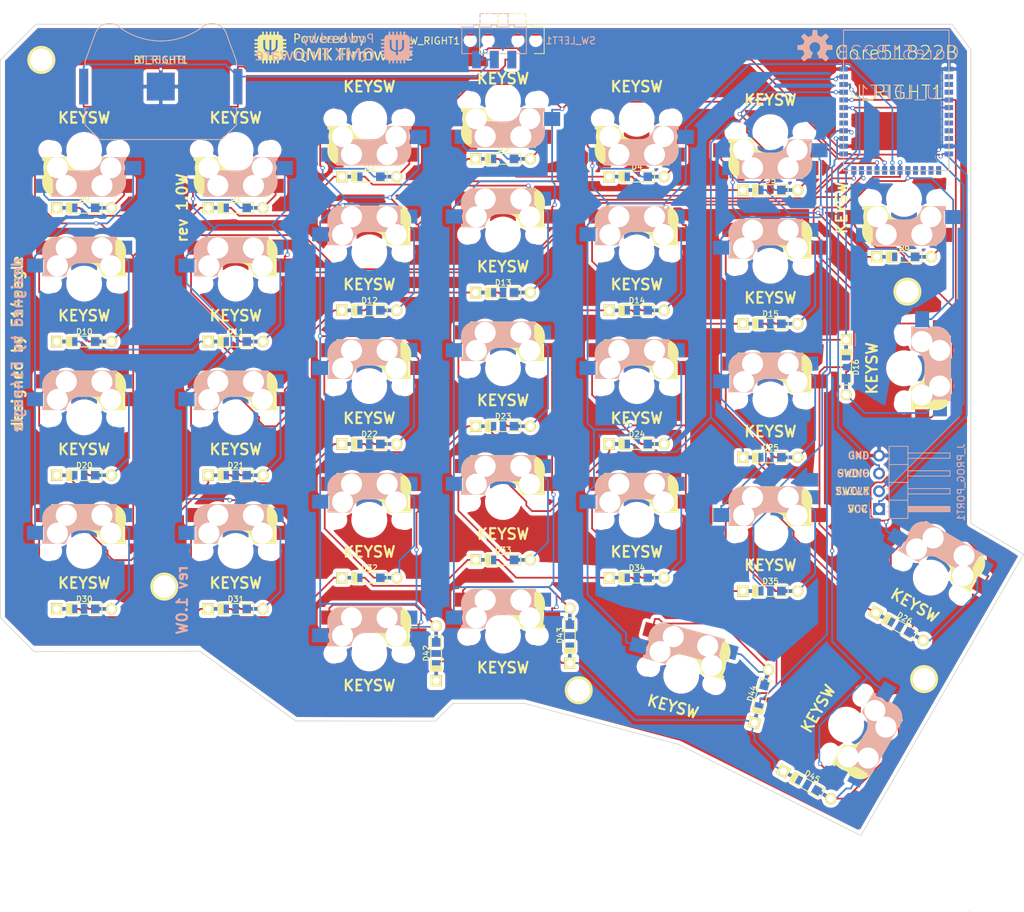
<source format=kicad_pcb>
(kicad_pcb (version 20171130) (host pcbnew "(5.1.2)-2")
  (title_block (title "Redox keyboard PCB") (date 2018-05-05) (rev 1.0) (comment 1 "designed by Mattia Dal Ben (aka u/TiaMaT102)") (comment 2 https://github.com/mattdibi/redox-keyboard))
  (layers (0 F.Cu signal) (31 B.Cu signal) (34 B.Paste user) (35 F.Paste user) (36 B.SilkS user) (37 F.SilkS user) (38 B.Mask user) (39 F.Mask user) (44 Edge.Cuts user))
  (net 0 "")
  (net 1 "Net-(D0-Pad2)")
  (net 2 row0)
  (net 3 "Net-(D1-Pad2)")
  (net 4 "Net-(D2-Pad2)")
  (net 5 "Net-(D3-Pad2)")
  (net 6 "Net-(D4-Pad2)")
  (net 7 "Net-(D5-Pad2)")
  (net 8 "Net-(D6-Pad2)")
  (net 9 "Net-(D10-Pad2)")
  (net 10 row1)
  (net 11 "Net-(D11-Pad2)")
  (net 12 "Net-(D12-Pad2)")
  (net 13 "Net-(D13-Pad2)")
  (net 14 "Net-(D14-Pad2)")
  (net 15 "Net-(D15-Pad2)")
  (net 16 "Net-(D16-Pad2)")
  (net 17 "Net-(D20-Pad2)")
  (net 18 row2)
  (net 19 "Net-(D21-Pad2)")
  (net 20 "Net-(D22-Pad2)")
  (net 21 "Net-(D23-Pad2)")
  (net 22 "Net-(D24-Pad2)")
  (net 23 "Net-(D25-Pad2)")
  (net 24 "Net-(D26-Pad2)")
  (net 25 "Net-(D30-Pad2)")
  (net 26 row3)
  (net 27 "Net-(D31-Pad2)")
  (net 28 "Net-(D32-Pad2)")
  (net 29 "Net-(D33-Pad2)")
  (net 30 "Net-(D34-Pad2)")
  (net 31 "Net-(D35-Pad2)")
  (net 32 row4)
  (net 33 "Net-(D42-Pad2)")
  (net 34 "Net-(D43-Pad2)")
  (net 35 "Net-(D44-Pad2)")
  (net 36 "Net-(D45-Pad2)")
  (net 37 col0)
  (net 38 col1)
  (net 39 col2)
  (net 40 col3)
  (net 41 col4)
  (net 42 col5)
  (net 43 col6)
  (net 44 VCC)
  (net 45 GND)
  (net 46 "Net-(BT_LEFT1-Pad1)")
  (net 47 "Net-(BT_RIGHT1-Pad1)")
  (net 48 SWCLK)
  (net 49 SWDIO)
  (net 50 "Net-(SW_LEFT1-Pad3)")
  (net 51 "Net-(SW_RIGHT1-Pad3)")
  (net 52 "Net-(U_LEFT1-Pad8)")
  (net 53 "Net-(U_LEFT1-Pad7)")
  (net 54 "Net-(U_LEFT1-Pad6)")
  (net 55 "Net-(U_LEFT1-Pad5)")
  (net 56 "Net-(U_LEFT1-Pad36)")
  (net 57 "Net-(U_LEFT1-Pad30)")
  (net 58 "Net-(U_LEFT1-Pad29)")
  (net 59 "Net-(U_LEFT1-Pad26)")
  (net 60 "Net-(U_LEFT1-Pad25)")
  (net 61 "Net-(U_LEFT1-Pad22)")
  (net 62 "Net-(U_LEFT1-Pad15)")
  (net 63 "Net-(U_RIGHT1-Pad8)")
  (net 64 "Net-(U_RIGHT1-Pad7)")
  (net 65 "Net-(U_RIGHT1-Pad6)")
  (net 66 "Net-(U_RIGHT1-Pad5)")
  (net 67 "Net-(U_RIGHT1-Pad36)")
  (net 68 "Net-(U_RIGHT1-Pad30)")
  (net 69 "Net-(U_RIGHT1-Pad29)")
  (net 70 "Net-(U_RIGHT1-Pad26)")
  (net 71 "Net-(U_RIGHT1-Pad25)")
  (net 72 "Net-(U_RIGHT1-Pad22)")
  (net 73 "Net-(U_RIGHT1-Pad15)")
  (net 74 "Net-(U_LEFT1-Pad13)")
  (net 75 "Net-(U_LEFT1-Pad10)")
  (net 76 "Net-(U_LEFT1-Pad9)")
  (net 77 "Net-(U_LEFT1-Pad4)")
  (net 78 "Net-(U_LEFT1-Pad3)")
  (net 79 "Net-(U_LEFT1-Pad2)")
  (net 80 "Net-(U_LEFT1-Pad16)")
  (net 81 "Net-(U_LEFT1-Pad14)")
  (net 82 "Net-(U_RIGHT1-Pad35)")
  (net 83 "Net-(U_RIGHT1-Pad34)")
  (net 84 "Net-(U_RIGHT1-Pad33)")
  (net 85 "Net-(U_RIGHT1-Pad28)")
  (net 86 "Net-(U_RIGHT1-Pad27)")
  (net 87 "Net-(U_RIGHT1-Pad24)")
  (net 88 "Net-(U_RIGHT1-Pad23)")
  (net 89 "Net-(U_RIGHT1-Pad21)")
  (module Sparkfun-Aesthetics:OSHW-LOGO-M (layer B.Cu) (at 195.58 52.07 180)
    (fp_text reference "" (at 0 0 180) (layer B.SilkS) (effects (font (size 1.524 1.524)) (justify mirror)))
    (fp_text value "" (at 0 0 180) (layer B.SilkS) (effects (font (size 1.524 1.524)) (justify mirror)))
  )
  (module myparts:qmk-badge (layer B.Cu) (at 127 52.07 180)
    (fp_text reference G*** hide)
    (fp_text value LOGO hide)
  )
  (module myparts:qmk-badge (layer F.Cu) (at 127 52.07)
    (fp_text reference G*** hide)
    (fp_text value LOGO hide)
  )
  (module Sparkfun-Aesthetics:OSHW-LOGO-M (layer F.Cu) (at 195.58 52.07)
    (fp_text reference "" (at 0 0) (layer F.SilkS) (effects (font (size 1.524 1.524))))
    (fp_text value "" (at 0 0) (layer F.SilkS) (effects (font (size 1.524 1.524))))
  )
  (module keyboard_parts:HOLE_M3 (layer F.Cu) (at 211.1375 142.08125)
    (fp_text reference HOLE_M3 hide)
    (fp_text value VAL** hide)
    (pad 1 thru_hole circle (at 0 0) (size 4 4) (drill 3.2) (layers *.Cu *.Mask F.SilkS))
  )
  (module keyboard_parts:HOLE_M3 (layer F.Cu) (at 85.344 53.848)
    (fp_text reference HOLE_M3 hide)
    (fp_text value VAL** hide)
    (pad 1 thru_hole circle (at 0 0) (size 4 4) (drill 3.2) (layers *.Cu *.Mask F.SilkS))
  )
  (module keyboard_parts:HOLE_M3 (layer F.Cu) (at 208.75625 86.868)
    (fp_text reference HOLE_M3 hide)
    (fp_text value VAL** hide)
    (pad 1 thru_hole circle (at 0 0) (size 4 4) (drill 3.2) (layers *.Cu *.Mask F.SilkS))
  )
  (module keyboard_parts:HOLE_M3 (layer F.Cu) (at 102.87 128.905)
    (fp_text reference HOLE_M3 hide)
    (fp_text value VAL** hide)
    (pad 1 thru_hole circle (at 0 0) (size 4 4) (drill 3.2) (layers *.Cu *.Mask F.SilkS))
  )
  (module keyboard_parts:HOLE_M3 (layer F.Cu) (at 161.925 143.66875)
    (fp_text reference HOLE_M3 hide)
    (fp_text value VAL** hide)
    (pad 1 thru_hole circle (at 0 0) (size 4 4) (drill 3.2) (layers *.Cu *.Mask F.SilkS))
  )
  (module pcb:CherryMX_MidHeight_Hotswap (layer F.Cu) (at 176.53 141.605 345)
    (fp_text reference K44 hide)
    (fp_text value KEYSW (at 0 4.572 345) (layer F.SilkS) (effects (font (size 1.524 1.524) (thickness 0.3048))))
    (pad "" np_thru_hole circle (at 4.5 0 345) (size 1.7 1.7) (drill 1.7) (layers *.Cu *.Mask))
    (pad "" np_thru_hole circle (at -4.5 0 345) (size 1.7 1.7) (drill 1.7) (layers *.Cu *.Mask))
    (pad 2 smd rect (at 5.7 -5.12 165) (size 2.3 2) (layers B.Cu B.Paste B.Mask) (net 35 "Net-(D44-Pad2)"))
    (pad "" np_thru_hole circle (at -5.08 0 345) (size 1.9 1.9) (drill 1.9) (layers *.Cu *.Mask))
    (pad "" np_thru_hole circle (at 5.08 0 345) (size 1.9 1.9) (drill 1.9) (layers *.Cu *.Mask))
    (pad "" np_thru_hole circle (at 0 0 75) (size 4.1 4.1) (drill 4.1) (layers *.Cu *.Mask))
    (pad "" np_thru_hole circle (at 2.54 -5.08 165) (size 3 3) (drill 3) (layers *.Cu *.Mask))
    (pad "" np_thru_hole circle (at 3.81 -2.540001 165) (size 3 3) (drill 3) (layers *.Cu *.Mask))
    (pad "" np_thru_hole circle (at -2.54 -5.08 165) (size 3 3) (drill 3) (layers *.Cu *.Mask))
    (pad "" np_thru_hole circle (at -3.81 -2.54 165) (size 3 3) (drill 3) (layers *.Cu *.Mask))
    (pad 2 smd rect (at -5.7 -5.12 165) (size 2.3 2) (layers F.Cu F.Paste F.Mask) (net 35 "Net-(D44-Pad2)"))
    (pad 1 smd rect (at 7 -2.58 165) (size 2.3 2) (layers F.Cu F.Paste F.Mask) (net 41 col4))
    (pad 1 smd rect (at -7 -2.58 165) (size 2.3 2) (layers B.Cu B.Paste B.Mask) (net 41 col4))
  )
  (module pcb:CherryMX_MidHeight_Hotswap (layer F.Cu) (at 91.44 123.825)
    (fp_text reference K30 hide)
    (fp_text value KEYSW (at 0 4.572) (layer F.SilkS) (effects (font (size 1.524 1.524) (thickness 0.3048))))
    (pad "" np_thru_hole circle (at 4.5 0) (size 1.7 1.7) (drill 1.7) (layers *.Cu *.Mask))
    (pad "" np_thru_hole circle (at -4.5 0) (size 1.7 1.7) (drill 1.7) (layers *.Cu *.Mask))
    (pad 2 smd rect (at 5.7 -5.12 180) (size 2.3 2) (layers B.Cu B.Paste B.Mask) (net 25 "Net-(D30-Pad2)"))
    (pad "" np_thru_hole circle (at -5.08 0) (size 1.9 1.9) (drill 1.9) (layers *.Cu *.Mask))
    (pad "" np_thru_hole circle (at 5.08 0) (size 1.9 1.9) (drill 1.9) (layers *.Cu *.Mask))
    (pad "" np_thru_hole circle (at 0 0 90) (size 4.1 4.1) (drill 4.1) (layers *.Cu *.Mask))
    (pad "" np_thru_hole circle (at 2.54 -5.08 180) (size 3 3) (drill 3) (layers *.Cu *.Mask))
    (pad "" np_thru_hole circle (at 3.81 -2.540001 180) (size 3 3) (drill 3) (layers *.Cu *.Mask))
    (pad "" np_thru_hole circle (at -2.54 -5.08 180) (size 3 3) (drill 3) (layers *.Cu *.Mask))
    (pad "" np_thru_hole circle (at -3.81 -2.54 180) (size 3 3) (drill 3) (layers *.Cu *.Mask))
    (pad 2 smd rect (at -5.7 -5.12 180) (size 2.3 2) (layers F.Cu F.Paste F.Mask) (net 25 "Net-(D30-Pad2)"))
    (pad 1 smd rect (at 7 -2.58 180) (size 2.3 2) (layers F.Cu F.Paste F.Mask) (net 37 col0))
    (pad 1 smd rect (at -7 -2.58 180) (size 2.3 2) (layers B.Cu B.Paste B.Mask) (net 37 col0))
  )
  (module pcb:CherryMX_MidHeight_Hotswap (layer F.Cu) (at 91.44 104.775)
    (fp_text reference K20 hide)
    (fp_text value KEYSW (at 0 4.572) (layer F.SilkS) (effects (font (size 1.524 1.524) (thickness 0.3048))))
    (pad "" np_thru_hole circle (at 4.5 0) (size 1.7 1.7) (drill 1.7) (layers *.Cu *.Mask))
    (pad "" np_thru_hole circle (at -4.5 0) (size 1.7 1.7) (drill 1.7) (layers *.Cu *.Mask))
    (pad 2 smd rect (at 5.7 -5.12 180) (size 2.3 2) (layers B.Cu B.Paste B.Mask) (net 17 "Net-(D20-Pad2)"))
    (pad "" np_thru_hole circle (at -5.08 0) (size 1.9 1.9) (drill 1.9) (layers *.Cu *.Mask))
    (pad "" np_thru_hole circle (at 5.08 0) (size 1.9 1.9) (drill 1.9) (layers *.Cu *.Mask))
    (pad "" np_thru_hole circle (at 0 0 90) (size 4.1 4.1) (drill 4.1) (layers *.Cu *.Mask))
    (pad "" np_thru_hole circle (at 2.54 -5.08 180) (size 3 3) (drill 3) (layers *.Cu *.Mask))
    (pad "" np_thru_hole circle (at 3.81 -2.540001 180) (size 3 3) (drill 3) (layers *.Cu *.Mask))
    (pad "" np_thru_hole circle (at -2.54 -5.08 180) (size 3 3) (drill 3) (layers *.Cu *.Mask))
    (pad "" np_thru_hole circle (at -3.81 -2.54 180) (size 3 3) (drill 3) (layers *.Cu *.Mask))
    (pad 2 smd rect (at -5.7 -5.12 180) (size 2.3 2) (layers F.Cu F.Paste F.Mask) (net 17 "Net-(D20-Pad2)"))
    (pad 1 smd rect (at 7 -2.58 180) (size 2.3 2) (layers F.Cu F.Paste F.Mask) (net 37 col0))
    (pad 1 smd rect (at -7 -2.58 180) (size 2.3 2) (layers B.Cu B.Paste B.Mask) (net 37 col0))
  )
  (module pcb:CherryMX_MidHeight_Hotswap (layer F.Cu) (at 91.44 85.725)
    (fp_text reference K10 hide)
    (fp_text value KEYSW (at 0 4.572) (layer F.SilkS) (effects (font (size 1.524 1.524) (thickness 0.3048))))
    (pad "" np_thru_hole circle (at 4.5 0) (size 1.7 1.7) (drill 1.7) (layers *.Cu *.Mask))
    (pad "" np_thru_hole circle (at -4.5 0) (size 1.7 1.7) (drill 1.7) (layers *.Cu *.Mask))
    (pad 2 smd rect (at 5.7 -5.12 180) (size 2.3 2) (layers B.Cu B.Paste B.Mask) (net 9 "Net-(D10-Pad2)"))
    (pad "" np_thru_hole circle (at -5.08 0) (size 1.9 1.9) (drill 1.9) (layers *.Cu *.Mask))
    (pad "" np_thru_hole circle (at 5.08 0) (size 1.9 1.9) (drill 1.9) (layers *.Cu *.Mask))
    (pad "" np_thru_hole circle (at 0 0 90) (size 4.1 4.1) (drill 4.1) (layers *.Cu *.Mask))
    (pad "" np_thru_hole circle (at 2.54 -5.08 180) (size 3 3) (drill 3) (layers *.Cu *.Mask))
    (pad "" np_thru_hole circle (at 3.81 -2.540001 180) (size 3 3) (drill 3) (layers *.Cu *.Mask))
    (pad "" np_thru_hole circle (at -2.54 -5.08 180) (size 3 3) (drill 3) (layers *.Cu *.Mask))
    (pad "" np_thru_hole circle (at -3.81 -2.54 180) (size 3 3) (drill 3) (layers *.Cu *.Mask))
    (pad 2 smd rect (at -5.7 -5.12 180) (size 2.3 2) (layers F.Cu F.Paste F.Mask) (net 9 "Net-(D10-Pad2)"))
    (pad 1 smd rect (at 7 -2.58 180) (size 2.3 2) (layers F.Cu F.Paste F.Mask) (net 37 col0))
    (pad 1 smd rect (at -7 -2.58 180) (size 2.3 2) (layers B.Cu B.Paste B.Mask) (net 37 col0))
  )
  (module pcb:CherryMX_MidHeight_Hotswap (layer F.Cu) (at 91.44 66.675 180)
    (fp_text reference K0 hide)
    (fp_text value KEYSW (at 0 4.572 180) (layer F.SilkS) (effects (font (size 1.524 1.524) (thickness 0.3048))))
    (pad "" np_thru_hole circle (at 4.5 0 180) (size 1.7 1.7) (drill 1.7) (layers *.Cu *.Mask))
    (pad "" np_thru_hole circle (at -4.5 0 180) (size 1.7 1.7) (drill 1.7) (layers *.Cu *.Mask))
    (pad 2 smd rect (at 5.7 -5.12) (size 2.3 2) (layers B.Cu B.Paste B.Mask) (net 1 "Net-(D0-Pad2)"))
    (pad "" np_thru_hole circle (at -5.08 0 180) (size 1.9 1.9) (drill 1.9) (layers *.Cu *.Mask))
    (pad "" np_thru_hole circle (at 5.08 0 180) (size 1.9 1.9) (drill 1.9) (layers *.Cu *.Mask))
    (pad "" np_thru_hole circle (at 0 0 270) (size 4.1 4.1) (drill 4.1) (layers *.Cu *.Mask))
    (pad "" np_thru_hole circle (at 2.54 -5.08) (size 3 3) (drill 3) (layers *.Cu *.Mask))
    (pad "" np_thru_hole circle (at 3.81 -2.540001) (size 3 3) (drill 3) (layers *.Cu *.Mask))
    (pad "" np_thru_hole circle (at -2.54 -5.08) (size 3 3) (drill 3) (layers *.Cu *.Mask))
    (pad "" np_thru_hole circle (at -3.81 -2.54) (size 3 3) (drill 3) (layers *.Cu *.Mask))
    (pad 2 smd rect (at -5.7 -5.12) (size 2.3 2) (layers F.Cu F.Paste F.Mask) (net 1 "Net-(D0-Pad2)"))
    (pad 1 smd rect (at 7 -2.58) (size 2.3 2) (layers F.Cu F.Paste F.Mask) (net 37 col0))
    (pad 1 smd rect (at -7 -2.58) (size 2.3 2) (layers B.Cu B.Paste B.Mask) (net 37 col0))
  )
  (module pcb:CherryMX_MidHeight_Hotswap (layer F.Cu) (at 151.13 135.89)
    (fp_text reference K43 hide)
    (fp_text value KEYSW (at 0 4.572) (layer F.SilkS) (effects (font (size 1.524 1.524) (thickness 0.3048))))
    (pad "" np_thru_hole circle (at 4.5 0) (size 1.7 1.7) (drill 1.7) (layers *.Cu *.Mask))
    (pad "" np_thru_hole circle (at -4.5 0) (size 1.7 1.7) (drill 1.7) (layers *.Cu *.Mask))
    (pad 2 smd rect (at 5.7 -5.12 180) (size 2.3 2) (layers B.Cu B.Paste B.Mask) (net 34 "Net-(D43-Pad2)"))
    (pad "" np_thru_hole circle (at -5.08 0) (size 1.9 1.9) (drill 1.9) (layers *.Cu *.Mask))
    (pad "" np_thru_hole circle (at 5.08 0) (size 1.9 1.9) (drill 1.9) (layers *.Cu *.Mask))
    (pad "" np_thru_hole circle (at 0 0 90) (size 4.1 4.1) (drill 4.1) (layers *.Cu *.Mask))
    (pad "" np_thru_hole circle (at 2.54 -5.08 180) (size 3 3) (drill 3) (layers *.Cu *.Mask))
    (pad "" np_thru_hole circle (at 3.81 -2.540001 180) (size 3 3) (drill 3) (layers *.Cu *.Mask))
    (pad "" np_thru_hole circle (at -2.54 -5.08 180) (size 3 3) (drill 3) (layers *.Cu *.Mask))
    (pad "" np_thru_hole circle (at -3.81 -2.54 180) (size 3 3) (drill 3) (layers *.Cu *.Mask))
    (pad 2 smd rect (at -5.7 -5.12 180) (size 2.3 2) (layers F.Cu F.Paste F.Mask) (net 34 "Net-(D43-Pad2)"))
    (pad 1 smd rect (at 7 -2.58 180) (size 2.3 2) (layers F.Cu F.Paste F.Mask) (net 40 col3))
    (pad 1 smd rect (at -7 -2.58 180) (size 2.3 2) (layers B.Cu B.Paste B.Mask) (net 40 col3))
  )
  (module pcb:CherryMX_MidHeight_Hotswap (layer F.Cu) (at 132.08 138.43)
    (fp_text reference K42 hide)
    (fp_text value KEYSW (at 0 4.572) (layer F.SilkS) (effects (font (size 1.524 1.524) (thickness 0.3048))))
    (pad 1 smd rect (at -7 -2.58 180) (size 2.3 2) (layers B.Cu B.Paste B.Mask) (net 39 col2))
    (pad 1 smd rect (at 7 -2.58 180) (size 2.3 2) (layers F.Cu F.Paste F.Mask) (net 39 col2))
    (pad 2 smd rect (at -5.7 -5.12 180) (size 2.3 2) (layers F.Cu F.Paste F.Mask) (net 33 "Net-(D42-Pad2)"))
    (pad "" np_thru_hole circle (at -3.81 -2.54 180) (size 3 3) (drill 3) (layers *.Cu *.Mask))
    (pad "" np_thru_hole circle (at -2.54 -5.08 180) (size 3 3) (drill 3) (layers *.Cu *.Mask))
    (pad "" np_thru_hole circle (at 3.81 -2.540001 180) (size 3 3) (drill 3) (layers *.Cu *.Mask))
    (pad "" np_thru_hole circle (at 2.54 -5.08 180) (size 3 3) (drill 3) (layers *.Cu *.Mask))
    (pad "" np_thru_hole circle (at 0 0 90) (size 4.1 4.1) (drill 4.1) (layers *.Cu *.Mask))
    (pad "" np_thru_hole circle (at 5.08 0) (size 1.9 1.9) (drill 1.9) (layers *.Cu *.Mask))
    (pad "" np_thru_hole circle (at -5.08 0) (size 1.9 1.9) (drill 1.9) (layers *.Cu *.Mask))
    (pad 2 smd rect (at 5.7 -5.12 180) (size 2.3 2) (layers B.Cu B.Paste B.Mask) (net 33 "Net-(D42-Pad2)"))
    (pad "" np_thru_hole circle (at -4.5 0) (size 1.7 1.7) (drill 1.7) (layers *.Cu *.Mask))
    (pad "" np_thru_hole circle (at 4.5 0) (size 1.7 1.7) (drill 1.7) (layers *.Cu *.Mask))
  )
  (module pcb:CherryMX_MidHeight_Hotswap (layer F.Cu) (at 189.23 121.285)
    (fp_text reference K35 hide)
    (fp_text value KEYSW (at 0 4.572) (layer F.SilkS) (effects (font (size 1.524 1.524) (thickness 0.3048))))
    (pad "" np_thru_hole circle (at 4.5 0) (size 1.7 1.7) (drill 1.7) (layers *.Cu *.Mask))
    (pad "" np_thru_hole circle (at -4.5 0) (size 1.7 1.7) (drill 1.7) (layers *.Cu *.Mask))
    (pad 2 smd rect (at 5.7 -5.12 180) (size 2.3 2) (layers B.Cu B.Paste B.Mask) (net 31 "Net-(D35-Pad2)"))
    (pad "" np_thru_hole circle (at -5.08 0) (size 1.9 1.9) (drill 1.9) (layers *.Cu *.Mask))
    (pad "" np_thru_hole circle (at 5.08 0) (size 1.9 1.9) (drill 1.9) (layers *.Cu *.Mask))
    (pad "" np_thru_hole circle (at 0 0 90) (size 4.1 4.1) (drill 4.1) (layers *.Cu *.Mask))
    (pad "" np_thru_hole circle (at 2.54 -5.08 180) (size 3 3) (drill 3) (layers *.Cu *.Mask))
    (pad "" np_thru_hole circle (at 3.81 -2.540001 180) (size 3 3) (drill 3) (layers *.Cu *.Mask))
    (pad "" np_thru_hole circle (at -2.54 -5.08 180) (size 3 3) (drill 3) (layers *.Cu *.Mask))
    (pad "" np_thru_hole circle (at -3.81 -2.54 180) (size 3 3) (drill 3) (layers *.Cu *.Mask))
    (pad 2 smd rect (at -5.7 -5.12 180) (size 2.3 2) (layers F.Cu F.Paste F.Mask) (net 31 "Net-(D35-Pad2)"))
    (pad 1 smd rect (at 7 -2.58 180) (size 2.3 2) (layers F.Cu F.Paste F.Mask) (net 42 col5))
    (pad 1 smd rect (at -7 -2.58 180) (size 2.3 2) (layers B.Cu B.Paste B.Mask) (net 42 col5))
  )
  (module pcb:CherryMX_MidHeight_Hotswap (layer F.Cu) (at 170.18 119.38)
    (fp_text reference K34 hide)
    (fp_text value KEYSW (at 0 4.572) (layer F.SilkS) (effects (font (size 1.524 1.524) (thickness 0.3048))))
    (pad "" np_thru_hole circle (at 4.5 0) (size 1.7 1.7) (drill 1.7) (layers *.Cu *.Mask))
    (pad "" np_thru_hole circle (at -4.5 0) (size 1.7 1.7) (drill 1.7) (layers *.Cu *.Mask))
    (pad 2 smd rect (at 5.7 -5.12 180) (size 2.3 2) (layers B.Cu B.Paste B.Mask) (net 30 "Net-(D34-Pad2)"))
    (pad "" np_thru_hole circle (at -5.08 0) (size 1.9 1.9) (drill 1.9) (layers *.Cu *.Mask))
    (pad "" np_thru_hole circle (at 5.08 0) (size 1.9 1.9) (drill 1.9) (layers *.Cu *.Mask))
    (pad "" np_thru_hole circle (at 0 0 90) (size 4.1 4.1) (drill 4.1) (layers *.Cu *.Mask))
    (pad "" np_thru_hole circle (at 2.54 -5.08 180) (size 3 3) (drill 3) (layers *.Cu *.Mask))
    (pad "" np_thru_hole circle (at 3.81 -2.540001 180) (size 3 3) (drill 3) (layers *.Cu *.Mask))
    (pad "" np_thru_hole circle (at -2.54 -5.08 180) (size 3 3) (drill 3) (layers *.Cu *.Mask))
    (pad "" np_thru_hole circle (at -3.81 -2.54 180) (size 3 3) (drill 3) (layers *.Cu *.Mask))
    (pad 2 smd rect (at -5.7 -5.12 180) (size 2.3 2) (layers F.Cu F.Paste F.Mask) (net 30 "Net-(D34-Pad2)"))
    (pad 1 smd rect (at 7 -2.58 180) (size 2.3 2) (layers F.Cu F.Paste F.Mask) (net 41 col4))
    (pad 1 smd rect (at -7 -2.58 180) (size 2.3 2) (layers B.Cu B.Paste B.Mask) (net 41 col4))
  )
  (module pcb:CherryMX_MidHeight_Hotswap (layer F.Cu) (at 151.13 116.84)
    (fp_text reference K33 hide)
    (fp_text value KEYSW (at 0 4.572) (layer F.SilkS) (effects (font (size 1.524 1.524) (thickness 0.3048))))
    (pad "" np_thru_hole circle (at 4.5 0) (size 1.7 1.7) (drill 1.7) (layers *.Cu *.Mask))
    (pad "" np_thru_hole circle (at -4.5 0) (size 1.7 1.7) (drill 1.7) (layers *.Cu *.Mask))
    (pad 2 smd rect (at 5.7 -5.12 180) (size 2.3 2) (layers B.Cu B.Paste B.Mask) (net 29 "Net-(D33-Pad2)"))
    (pad "" np_thru_hole circle (at -5.08 0) (size 1.9 1.9) (drill 1.9) (layers *.Cu *.Mask))
    (pad "" np_thru_hole circle (at 5.08 0) (size 1.9 1.9) (drill 1.9) (layers *.Cu *.Mask))
    (pad "" np_thru_hole circle (at 0 0 90) (size 4.1 4.1) (drill 4.1) (layers *.Cu *.Mask))
    (pad "" np_thru_hole circle (at 2.54 -5.08 180) (size 3 3) (drill 3) (layers *.Cu *.Mask))
    (pad "" np_thru_hole circle (at 3.81 -2.540001 180) (size 3 3) (drill 3) (layers *.Cu *.Mask))
    (pad "" np_thru_hole circle (at -2.54 -5.08 180) (size 3 3) (drill 3) (layers *.Cu *.Mask))
    (pad "" np_thru_hole circle (at -3.81 -2.54 180) (size 3 3) (drill 3) (layers *.Cu *.Mask))
    (pad 2 smd rect (at -5.7 -5.12 180) (size 2.3 2) (layers F.Cu F.Paste F.Mask) (net 29 "Net-(D33-Pad2)"))
    (pad 1 smd rect (at 7 -2.58 180) (size 2.3 2) (layers F.Cu F.Paste F.Mask) (net 40 col3))
    (pad 1 smd rect (at -7 -2.58 180) (size 2.3 2) (layers B.Cu B.Paste B.Mask) (net 40 col3))
  )
  (module pcb:CherryMX_MidHeight_Hotswap (layer F.Cu) (at 132.08 119.38)
    (fp_text reference K32 hide)
    (fp_text value KEYSW (at 0 4.572) (layer F.SilkS) (effects (font (size 1.524 1.524) (thickness 0.3048))))
    (pad "" np_thru_hole circle (at 4.5 0) (size 1.7 1.7) (drill 1.7) (layers *.Cu *.Mask))
    (pad "" np_thru_hole circle (at -4.5 0) (size 1.7 1.7) (drill 1.7) (layers *.Cu *.Mask))
    (pad 2 smd rect (at 5.7 -5.12 180) (size 2.3 2) (layers B.Cu B.Paste B.Mask) (net 28 "Net-(D32-Pad2)"))
    (pad "" np_thru_hole circle (at -5.08 0) (size 1.9 1.9) (drill 1.9) (layers *.Cu *.Mask))
    (pad "" np_thru_hole circle (at 5.08 0) (size 1.9 1.9) (drill 1.9) (layers *.Cu *.Mask))
    (pad "" np_thru_hole circle (at 0 0 90) (size 4.1 4.1) (drill 4.1) (layers *.Cu *.Mask))
    (pad "" np_thru_hole circle (at 2.54 -5.08 180) (size 3 3) (drill 3) (layers *.Cu *.Mask))
    (pad "" np_thru_hole circle (at 3.81 -2.540001 180) (size 3 3) (drill 3) (layers *.Cu *.Mask))
    (pad "" np_thru_hole circle (at -2.54 -5.08 180) (size 3 3) (drill 3) (layers *.Cu *.Mask))
    (pad "" np_thru_hole circle (at -3.81 -2.54 180) (size 3 3) (drill 3) (layers *.Cu *.Mask))
    (pad 2 smd rect (at -5.7 -5.12 180) (size 2.3 2) (layers F.Cu F.Paste F.Mask) (net 28 "Net-(D32-Pad2)"))
    (pad 1 smd rect (at 7 -2.58 180) (size 2.3 2) (layers F.Cu F.Paste F.Mask) (net 39 col2))
    (pad 1 smd rect (at -7 -2.58 180) (size 2.3 2) (layers B.Cu B.Paste B.Mask) (net 39 col2))
  )
  (module pcb:CherryMX_MidHeight_Hotswap (layer F.Cu) (at 113.03 123.825)
    (fp_text reference K31 hide)
    (fp_text value KEYSW (at 0 4.572) (layer F.SilkS) (effects (font (size 1.524 1.524) (thickness 0.3048))))
    (pad "" np_thru_hole circle (at 4.5 0) (size 1.7 1.7) (drill 1.7) (layers *.Cu *.Mask))
    (pad "" np_thru_hole circle (at -4.5 0) (size 1.7 1.7) (drill 1.7) (layers *.Cu *.Mask))
    (pad 2 smd rect (at 5.7 -5.12 180) (size 2.3 2) (layers B.Cu B.Paste B.Mask) (net 27 "Net-(D31-Pad2)"))
    (pad "" np_thru_hole circle (at -5.08 0) (size 1.9 1.9) (drill 1.9) (layers *.Cu *.Mask))
    (pad "" np_thru_hole circle (at 5.08 0) (size 1.9 1.9) (drill 1.9) (layers *.Cu *.Mask))
    (pad "" np_thru_hole circle (at 0 0 90) (size 4.1 4.1) (drill 4.1) (layers *.Cu *.Mask))
    (pad "" np_thru_hole circle (at 2.54 -5.08 180) (size 3 3) (drill 3) (layers *.Cu *.Mask))
    (pad "" np_thru_hole circle (at 3.81 -2.540001 180) (size 3 3) (drill 3) (layers *.Cu *.Mask))
    (pad "" np_thru_hole circle (at -2.54 -5.08 180) (size 3 3) (drill 3) (layers *.Cu *.Mask))
    (pad "" np_thru_hole circle (at -3.81 -2.54 180) (size 3 3) (drill 3) (layers *.Cu *.Mask))
    (pad 2 smd rect (at -5.7 -5.12 180) (size 2.3 2) (layers F.Cu F.Paste F.Mask) (net 27 "Net-(D31-Pad2)"))
    (pad 1 smd rect (at 7 -2.58 180) (size 2.3 2) (layers F.Cu F.Paste F.Mask) (net 38 col1))
    (pad 1 smd rect (at -7 -2.58 180) (size 2.3 2) (layers B.Cu B.Paste B.Mask) (net 38 col1))
  )
  (module pcb:CherryMX_MidHeight_Hotswap (layer F.Cu) (at 212.09 127.635 330)
    (fp_text reference K26 hide)
    (fp_text value KEYSW (at 0 4.572 330) (layer F.SilkS) (effects (font (size 1.524 1.524) (thickness 0.3048))))
    (pad "" np_thru_hole circle (at 4.5 0 330) (size 1.7 1.7) (drill 1.7) (layers *.Cu *.Mask))
    (pad "" np_thru_hole circle (at -4.5 0 330) (size 1.7 1.7) (drill 1.7) (layers *.Cu *.Mask))
    (pad 2 smd rect (at 5.7 -5.12 150) (size 2.3 2) (layers B.Cu B.Paste B.Mask) (net 24 "Net-(D26-Pad2)"))
    (pad "" np_thru_hole circle (at -5.08 0 330) (size 1.9 1.9) (drill 1.9) (layers *.Cu *.Mask))
    (pad "" np_thru_hole circle (at 5.08 0 330) (size 1.9 1.9) (drill 1.9) (layers *.Cu *.Mask))
    (pad "" np_thru_hole circle (at 0 0 60) (size 4.1 4.1) (drill 4.1) (layers *.Cu *.Mask))
    (pad "" np_thru_hole circle (at 2.54 -5.08 150) (size 3 3) (drill 3) (layers *.Cu *.Mask))
    (pad "" np_thru_hole circle (at 3.81 -2.540001 150) (size 3 3) (drill 3) (layers *.Cu *.Mask))
    (pad "" np_thru_hole circle (at -2.54 -5.08 150) (size 3 3) (drill 3) (layers *.Cu *.Mask))
    (pad "" np_thru_hole circle (at -3.81 -2.54 150) (size 3 3) (drill 3) (layers *.Cu *.Mask))
    (pad 2 smd rect (at -5.7 -5.12 150) (size 2.3 2) (layers F.Cu F.Paste F.Mask) (net 24 "Net-(D26-Pad2)"))
    (pad 1 smd rect (at 7 -2.58 150) (size 2.3 2) (layers F.Cu F.Paste F.Mask) (net 43 col6))
    (pad 1 smd rect (at -7 -2.58 150) (size 2.3 2) (layers B.Cu B.Paste B.Mask) (net 43 col6))
  )
  (module pcb:CherryMX_MidHeight_Hotswap (layer F.Cu) (at 189.23 102.235)
    (fp_text reference K25 hide)
    (fp_text value KEYSW (at 0 4.572) (layer F.SilkS) (effects (font (size 1.524 1.524) (thickness 0.3048))))
    (pad "" np_thru_hole circle (at 4.5 0) (size 1.7 1.7) (drill 1.7) (layers *.Cu *.Mask))
    (pad "" np_thru_hole circle (at -4.5 0) (size 1.7 1.7) (drill 1.7) (layers *.Cu *.Mask))
    (pad 2 smd rect (at 5.7 -5.12 180) (size 2.3 2) (layers B.Cu B.Paste B.Mask) (net 23 "Net-(D25-Pad2)"))
    (pad "" np_thru_hole circle (at -5.08 0) (size 1.9 1.9) (drill 1.9) (layers *.Cu *.Mask))
    (pad "" np_thru_hole circle (at 5.08 0) (size 1.9 1.9) (drill 1.9) (layers *.Cu *.Mask))
    (pad "" np_thru_hole circle (at 0 0 90) (size 4.1 4.1) (drill 4.1) (layers *.Cu *.Mask))
    (pad "" np_thru_hole circle (at 2.54 -5.08 180) (size 3 3) (drill 3) (layers *.Cu *.Mask))
    (pad "" np_thru_hole circle (at 3.81 -2.540001 180) (size 3 3) (drill 3) (layers *.Cu *.Mask))
    (pad "" np_thru_hole circle (at -2.54 -5.08 180) (size 3 3) (drill 3) (layers *.Cu *.Mask))
    (pad "" np_thru_hole circle (at -3.81 -2.54 180) (size 3 3) (drill 3) (layers *.Cu *.Mask))
    (pad 2 smd rect (at -5.7 -5.12 180) (size 2.3 2) (layers F.Cu F.Paste F.Mask) (net 23 "Net-(D25-Pad2)"))
    (pad 1 smd rect (at 7 -2.58 180) (size 2.3 2) (layers F.Cu F.Paste F.Mask) (net 42 col5))
    (pad 1 smd rect (at -7 -2.58 180) (size 2.3 2) (layers B.Cu B.Paste B.Mask) (net 42 col5))
  )
  (module pcb:CherryMX_MidHeight_Hotswap (layer F.Cu) (at 170.18 100.33)
    (fp_text reference K24 hide)
    (fp_text value KEYSW (at 0 4.572) (layer F.SilkS) (effects (font (size 1.524 1.524) (thickness 0.3048))))
    (pad "" np_thru_hole circle (at 4.5 0) (size 1.7 1.7) (drill 1.7) (layers *.Cu *.Mask))
    (pad "" np_thru_hole circle (at -4.5 0) (size 1.7 1.7) (drill 1.7) (layers *.Cu *.Mask))
    (pad 2 smd rect (at 5.7 -5.12 180) (size 2.3 2) (layers B.Cu B.Paste B.Mask) (net 22 "Net-(D24-Pad2)"))
    (pad "" np_thru_hole circle (at -5.08 0) (size 1.9 1.9) (drill 1.9) (layers *.Cu *.Mask))
    (pad "" np_thru_hole circle (at 5.08 0) (size 1.9 1.9) (drill 1.9) (layers *.Cu *.Mask))
    (pad "" np_thru_hole circle (at 0 0 90) (size 4.1 4.1) (drill 4.1) (layers *.Cu *.Mask))
    (pad "" np_thru_hole circle (at 2.54 -5.08 180) (size 3 3) (drill 3) (layers *.Cu *.Mask))
    (pad "" np_thru_hole circle (at 3.81 -2.540001 180) (size 3 3) (drill 3) (layers *.Cu *.Mask))
    (pad "" np_thru_hole circle (at -2.54 -5.08 180) (size 3 3) (drill 3) (layers *.Cu *.Mask))
    (pad "" np_thru_hole circle (at -3.81 -2.54 180) (size 3 3) (drill 3) (layers *.Cu *.Mask))
    (pad 2 smd rect (at -5.7 -5.12 180) (size 2.3 2) (layers F.Cu F.Paste F.Mask) (net 22 "Net-(D24-Pad2)"))
    (pad 1 smd rect (at 7 -2.58 180) (size 2.3 2) (layers F.Cu F.Paste F.Mask) (net 41 col4))
    (pad 1 smd rect (at -7 -2.58 180) (size 2.3 2) (layers B.Cu B.Paste B.Mask) (net 41 col4))
  )
  (module pcb:CherryMX_MidHeight_Hotswap (layer F.Cu) (at 151.13 97.79)
    (fp_text reference K23 hide)
    (fp_text value KEYSW (at 0 4.572) (layer F.SilkS) (effects (font (size 1.524 1.524) (thickness 0.3048))))
    (pad "" np_thru_hole circle (at 4.5 0) (size 1.7 1.7) (drill 1.7) (layers *.Cu *.Mask))
    (pad "" np_thru_hole circle (at -4.5 0) (size 1.7 1.7) (drill 1.7) (layers *.Cu *.Mask))
    (pad 2 smd rect (at 5.7 -5.12 180) (size 2.3 2) (layers B.Cu B.Paste B.Mask) (net 21 "Net-(D23-Pad2)"))
    (pad "" np_thru_hole circle (at -5.08 0) (size 1.9 1.9) (drill 1.9) (layers *.Cu *.Mask))
    (pad "" np_thru_hole circle (at 5.08 0) (size 1.9 1.9) (drill 1.9) (layers *.Cu *.Mask))
    (pad "" np_thru_hole circle (at 0 0 90) (size 4.1 4.1) (drill 4.1) (layers *.Cu *.Mask))
    (pad "" np_thru_hole circle (at 2.54 -5.08 180) (size 3 3) (drill 3) (layers *.Cu *.Mask))
    (pad "" np_thru_hole circle (at 3.81 -2.540001 180) (size 3 3) (drill 3) (layers *.Cu *.Mask))
    (pad "" np_thru_hole circle (at -2.54 -5.08 180) (size 3 3) (drill 3) (layers *.Cu *.Mask))
    (pad "" np_thru_hole circle (at -3.81 -2.54 180) (size 3 3) (drill 3) (layers *.Cu *.Mask))
    (pad 2 smd rect (at -5.7 -5.12 180) (size 2.3 2) (layers F.Cu F.Paste F.Mask) (net 21 "Net-(D23-Pad2)"))
    (pad 1 smd rect (at 7 -2.58 180) (size 2.3 2) (layers F.Cu F.Paste F.Mask) (net 40 col3))
    (pad 1 smd rect (at -7 -2.58 180) (size 2.3 2) (layers B.Cu B.Paste B.Mask) (net 40 col3))
  )
  (module pcb:CherryMX_MidHeight_Hotswap (layer F.Cu) (at 132.08 100.33)
    (fp_text reference K22 hide)
    (fp_text value KEYSW (at 0 4.572) (layer F.SilkS) (effects (font (size 1.524 1.524) (thickness 0.3048))))
    (pad "" np_thru_hole circle (at 4.5 0) (size 1.7 1.7) (drill 1.7) (layers *.Cu *.Mask))
    (pad "" np_thru_hole circle (at -4.5 0) (size 1.7 1.7) (drill 1.7) (layers *.Cu *.Mask))
    (pad 2 smd rect (at 5.7 -5.12 180) (size 2.3 2) (layers B.Cu B.Paste B.Mask) (net 20 "Net-(D22-Pad2)"))
    (pad "" np_thru_hole circle (at -5.08 0) (size 1.9 1.9) (drill 1.9) (layers *.Cu *.Mask))
    (pad "" np_thru_hole circle (at 5.08 0) (size 1.9 1.9) (drill 1.9) (layers *.Cu *.Mask))
    (pad "" np_thru_hole circle (at 0 0 90) (size 4.1 4.1) (drill 4.1) (layers *.Cu *.Mask))
    (pad "" np_thru_hole circle (at 2.54 -5.08 180) (size 3 3) (drill 3) (layers *.Cu *.Mask))
    (pad "" np_thru_hole circle (at 3.81 -2.540001 180) (size 3 3) (drill 3) (layers *.Cu *.Mask))
    (pad "" np_thru_hole circle (at -2.54 -5.08 180) (size 3 3) (drill 3) (layers *.Cu *.Mask))
    (pad "" np_thru_hole circle (at -3.81 -2.54 180) (size 3 3) (drill 3) (layers *.Cu *.Mask))
    (pad 2 smd rect (at -5.7 -5.12 180) (size 2.3 2) (layers F.Cu F.Paste F.Mask) (net 20 "Net-(D22-Pad2)"))
    (pad 1 smd rect (at 7 -2.58 180) (size 2.3 2) (layers F.Cu F.Paste F.Mask) (net 39 col2))
    (pad 1 smd rect (at -7 -2.58 180) (size 2.3 2) (layers B.Cu B.Paste B.Mask) (net 39 col2))
  )
  (module pcb:CherryMX_MidHeight_Hotswap (layer F.Cu) (at 113.03 104.775)
    (fp_text reference K21 hide)
    (fp_text value KEYSW (at 0 4.572) (layer F.SilkS) (effects (font (size 1.524 1.524) (thickness 0.3048))))
    (pad "" np_thru_hole circle (at 4.5 0) (size 1.7 1.7) (drill 1.7) (layers *.Cu *.Mask))
    (pad "" np_thru_hole circle (at -4.5 0) (size 1.7 1.7) (drill 1.7) (layers *.Cu *.Mask))
    (pad 2 smd rect (at 5.7 -5.12 180) (size 2.3 2) (layers B.Cu B.Paste B.Mask) (net 19 "Net-(D21-Pad2)"))
    (pad "" np_thru_hole circle (at -5.08 0) (size 1.9 1.9) (drill 1.9) (layers *.Cu *.Mask))
    (pad "" np_thru_hole circle (at 5.08 0) (size 1.9 1.9) (drill 1.9) (layers *.Cu *.Mask))
    (pad "" np_thru_hole circle (at 0 0 90) (size 4.1 4.1) (drill 4.1) (layers *.Cu *.Mask))
    (pad "" np_thru_hole circle (at 2.54 -5.08 180) (size 3 3) (drill 3) (layers *.Cu *.Mask))
    (pad "" np_thru_hole circle (at 3.81 -2.540001 180) (size 3 3) (drill 3) (layers *.Cu *.Mask))
    (pad "" np_thru_hole circle (at -2.54 -5.08 180) (size 3 3) (drill 3) (layers *.Cu *.Mask))
    (pad "" np_thru_hole circle (at -3.81 -2.54 180) (size 3 3) (drill 3) (layers *.Cu *.Mask))
    (pad 2 smd rect (at -5.7 -5.12 180) (size 2.3 2) (layers F.Cu F.Paste F.Mask) (net 19 "Net-(D21-Pad2)"))
    (pad 1 smd rect (at 7 -2.58 180) (size 2.3 2) (layers F.Cu F.Paste F.Mask) (net 38 col1))
    (pad 1 smd rect (at -7 -2.58 180) (size 2.3 2) (layers B.Cu B.Paste B.Mask) (net 38 col1))
  )
  (module pcb:CherryMX_MidHeight_Hotswap (layer F.Cu) (at 189.23 83.185)
    (fp_text reference K15 hide)
    (fp_text value KEYSW (at 0 4.572) (layer F.SilkS) (effects (font (size 1.524 1.524) (thickness 0.3048))))
    (pad "" np_thru_hole circle (at 4.5 0) (size 1.7 1.7) (drill 1.7) (layers *.Cu *.Mask))
    (pad "" np_thru_hole circle (at -4.5 0) (size 1.7 1.7) (drill 1.7) (layers *.Cu *.Mask))
    (pad 2 smd rect (at 5.7 -5.12 180) (size 2.3 2) (layers B.Cu B.Paste B.Mask) (net 15 "Net-(D15-Pad2)"))
    (pad "" np_thru_hole circle (at -5.08 0) (size 1.9 1.9) (drill 1.9) (layers *.Cu *.Mask))
    (pad "" np_thru_hole circle (at 5.08 0) (size 1.9 1.9) (drill 1.9) (layers *.Cu *.Mask))
    (pad "" np_thru_hole circle (at 0 0 90) (size 4.1 4.1) (drill 4.1) (layers *.Cu *.Mask))
    (pad "" np_thru_hole circle (at 2.54 -5.08 180) (size 3 3) (drill 3) (layers *.Cu *.Mask))
    (pad "" np_thru_hole circle (at 3.81 -2.540001 180) (size 3 3) (drill 3) (layers *.Cu *.Mask))
    (pad "" np_thru_hole circle (at -2.54 -5.08 180) (size 3 3) (drill 3) (layers *.Cu *.Mask))
    (pad "" np_thru_hole circle (at -3.81 -2.54 180) (size 3 3) (drill 3) (layers *.Cu *.Mask))
    (pad 2 smd rect (at -5.7 -5.12 180) (size 2.3 2) (layers F.Cu F.Paste F.Mask) (net 15 "Net-(D15-Pad2)"))
    (pad 1 smd rect (at 7 -2.58 180) (size 2.3 2) (layers F.Cu F.Paste F.Mask) (net 42 col5))
    (pad 1 smd rect (at -7 -2.58 180) (size 2.3 2) (layers B.Cu B.Paste B.Mask) (net 42 col5))
  )
  (module pcb:CherryMX_MidHeight_Hotswap (layer F.Cu) (at 170.18 81.28)
    (fp_text reference K14 hide)
    (fp_text value KEYSW (at 0 4.572) (layer F.SilkS) (effects (font (size 1.524 1.524) (thickness 0.3048))))
    (pad "" np_thru_hole circle (at 4.5 0) (size 1.7 1.7) (drill 1.7) (layers *.Cu *.Mask))
    (pad "" np_thru_hole circle (at -4.5 0) (size 1.7 1.7) (drill 1.7) (layers *.Cu *.Mask))
    (pad 2 smd rect (at 5.7 -5.12 180) (size 2.3 2) (layers B.Cu B.Paste B.Mask) (net 14 "Net-(D14-Pad2)"))
    (pad "" np_thru_hole circle (at -5.08 0) (size 1.9 1.9) (drill 1.9) (layers *.Cu *.Mask))
    (pad "" np_thru_hole circle (at 5.08 0) (size 1.9 1.9) (drill 1.9) (layers *.Cu *.Mask))
    (pad "" np_thru_hole circle (at 0 0 90) (size 4.1 4.1) (drill 4.1) (layers *.Cu *.Mask))
    (pad "" np_thru_hole circle (at 2.54 -5.08 180) (size 3 3) (drill 3) (layers *.Cu *.Mask))
    (pad "" np_thru_hole circle (at 3.81 -2.540001 180) (size 3 3) (drill 3) (layers *.Cu *.Mask))
    (pad "" np_thru_hole circle (at -2.54 -5.08 180) (size 3 3) (drill 3) (layers *.Cu *.Mask))
    (pad "" np_thru_hole circle (at -3.81 -2.54 180) (size 3 3) (drill 3) (layers *.Cu *.Mask))
    (pad 2 smd rect (at -5.7 -5.12 180) (size 2.3 2) (layers F.Cu F.Paste F.Mask) (net 14 "Net-(D14-Pad2)"))
    (pad 1 smd rect (at 7 -2.58 180) (size 2.3 2) (layers F.Cu F.Paste F.Mask) (net 41 col4))
    (pad 1 smd rect (at -7 -2.58 180) (size 2.3 2) (layers B.Cu B.Paste B.Mask) (net 41 col4))
  )
  (module pcb:CherryMX_MidHeight_Hotswap (layer F.Cu) (at 151.13 78.74)
    (fp_text reference K13 hide)
    (fp_text value KEYSW (at 0 4.572) (layer F.SilkS) (effects (font (size 1.524 1.524) (thickness 0.3048))))
    (pad "" np_thru_hole circle (at 4.5 0) (size 1.7 1.7) (drill 1.7) (layers *.Cu *.Mask))
    (pad "" np_thru_hole circle (at -4.5 0) (size 1.7 1.7) (drill 1.7) (layers *.Cu *.Mask))
    (pad 2 smd rect (at 5.7 -5.12 180) (size 2.3 2) (layers B.Cu B.Paste B.Mask) (net 13 "Net-(D13-Pad2)"))
    (pad "" np_thru_hole circle (at -5.08 0) (size 1.9 1.9) (drill 1.9) (layers *.Cu *.Mask))
    (pad "" np_thru_hole circle (at 5.08 0) (size 1.9 1.9) (drill 1.9) (layers *.Cu *.Mask))
    (pad "" np_thru_hole circle (at 0 0 90) (size 4.1 4.1) (drill 4.1) (layers *.Cu *.Mask))
    (pad "" np_thru_hole circle (at 2.54 -5.08 180) (size 3 3) (drill 3) (layers *.Cu *.Mask))
    (pad "" np_thru_hole circle (at 3.81 -2.540001 180) (size 3 3) (drill 3) (layers *.Cu *.Mask))
    (pad "" np_thru_hole circle (at -2.54 -5.08 180) (size 3 3) (drill 3) (layers *.Cu *.Mask))
    (pad "" np_thru_hole circle (at -3.81 -2.54 180) (size 3 3) (drill 3) (layers *.Cu *.Mask))
    (pad 2 smd rect (at -5.7 -5.12 180) (size 2.3 2) (layers F.Cu F.Paste F.Mask) (net 13 "Net-(D13-Pad2)"))
    (pad 1 smd rect (at 7 -2.58 180) (size 2.3 2) (layers F.Cu F.Paste F.Mask) (net 40 col3))
    (pad 1 smd rect (at -7 -2.58 180) (size 2.3 2) (layers B.Cu B.Paste B.Mask) (net 40 col3))
  )
  (module pcb:CherryMX_MidHeight_Hotswap (layer F.Cu) (at 132.08 81.28)
    (fp_text reference K12 hide)
    (fp_text value KEYSW (at 0 4.572) (layer F.SilkS) (effects (font (size 1.524 1.524) (thickness 0.3048))))
    (pad "" np_thru_hole circle (at 4.5 0) (size 1.7 1.7) (drill 1.7) (layers *.Cu *.Mask))
    (pad "" np_thru_hole circle (at -4.5 0) (size 1.7 1.7) (drill 1.7) (layers *.Cu *.Mask))
    (pad 2 smd rect (at 5.7 -5.12 180) (size 2.3 2) (layers B.Cu B.Paste B.Mask) (net 12 "Net-(D12-Pad2)"))
    (pad "" np_thru_hole circle (at -5.08 0) (size 1.9 1.9) (drill 1.9) (layers *.Cu *.Mask))
    (pad "" np_thru_hole circle (at 5.08 0) (size 1.9 1.9) (drill 1.9) (layers *.Cu *.Mask))
    (pad "" np_thru_hole circle (at 0 0 90) (size 4.1 4.1) (drill 4.1) (layers *.Cu *.Mask))
    (pad "" np_thru_hole circle (at 2.54 -5.08 180) (size 3 3) (drill 3) (layers *.Cu *.Mask))
    (pad "" np_thru_hole circle (at 3.81 -2.540001 180) (size 3 3) (drill 3) (layers *.Cu *.Mask))
    (pad "" np_thru_hole circle (at -2.54 -5.08 180) (size 3 3) (drill 3) (layers *.Cu *.Mask))
    (pad "" np_thru_hole circle (at -3.81 -2.54 180) (size 3 3) (drill 3) (layers *.Cu *.Mask))
    (pad 2 smd rect (at -5.7 -5.12 180) (size 2.3 2) (layers F.Cu F.Paste F.Mask) (net 12 "Net-(D12-Pad2)"))
    (pad 1 smd rect (at 7 -2.58 180) (size 2.3 2) (layers F.Cu F.Paste F.Mask) (net 39 col2))
    (pad 1 smd rect (at -7 -2.58 180) (size 2.3 2) (layers B.Cu B.Paste B.Mask) (net 39 col2))
  )
  (module pcb:CherryMX_MidHeight_Hotswap (layer F.Cu) (at 113.03 85.725)
    (fp_text reference K11 hide)
    (fp_text value KEYSW (at 0 4.572) (layer F.SilkS) (effects (font (size 1.524 1.524) (thickness 0.3048))))
    (pad "" np_thru_hole circle (at 4.5 0) (size 1.7 1.7) (drill 1.7) (layers *.Cu *.Mask))
    (pad "" np_thru_hole circle (at -4.5 0) (size 1.7 1.7) (drill 1.7) (layers *.Cu *.Mask))
    (pad 2 smd rect (at 5.7 -5.12 180) (size 2.3 2) (layers B.Cu B.Paste B.Mask) (net 11 "Net-(D11-Pad2)"))
    (pad "" np_thru_hole circle (at -5.08 0) (size 1.9 1.9) (drill 1.9) (layers *.Cu *.Mask))
    (pad "" np_thru_hole circle (at 5.08 0) (size 1.9 1.9) (drill 1.9) (layers *.Cu *.Mask))
    (pad "" np_thru_hole circle (at 0 0 90) (size 4.1 4.1) (drill 4.1) (layers *.Cu *.Mask))
    (pad "" np_thru_hole circle (at 2.54 -5.08 180) (size 3 3) (drill 3) (layers *.Cu *.Mask))
    (pad "" np_thru_hole circle (at 3.81 -2.540001 180) (size 3 3) (drill 3) (layers *.Cu *.Mask))
    (pad "" np_thru_hole circle (at -2.54 -5.08 180) (size 3 3) (drill 3) (layers *.Cu *.Mask))
    (pad "" np_thru_hole circle (at -3.81 -2.54 180) (size 3 3) (drill 3) (layers *.Cu *.Mask))
    (pad 2 smd rect (at -5.7 -5.12 180) (size 2.3 2) (layers F.Cu F.Paste F.Mask) (net 11 "Net-(D11-Pad2)"))
    (pad 1 smd rect (at 7 -2.58 180) (size 2.3 2) (layers F.Cu F.Paste F.Mask) (net 38 col1))
    (pad 1 smd rect (at -7 -2.58 180) (size 2.3 2) (layers B.Cu B.Paste B.Mask) (net 38 col1))
  )
  (module pcb:CherryMX_MidHeight_Hotswap (layer F.Cu) (at 208.28 73.66 180)
    (fp_text reference K6 hide)
    (fp_text value KEYSW (at 8.89 -1.27 270) (layer F.SilkS) (effects (font (size 1.524 1.524) (thickness 0.3048))))
    (pad "" np_thru_hole circle (at 4.5 0 180) (size 1.7 1.7) (drill 1.7) (layers *.Cu *.Mask))
    (pad "" np_thru_hole circle (at -4.5 0 180) (size 1.7 1.7) (drill 1.7) (layers *.Cu *.Mask))
    (pad 2 smd rect (at 5.7 -5.12) (size 2.3 2) (layers B.Cu B.Paste B.Mask) (net 8 "Net-(D6-Pad2)"))
    (pad "" np_thru_hole circle (at -5.08 0 180) (size 1.9 1.9) (drill 1.9) (layers *.Cu *.Mask))
    (pad "" np_thru_hole circle (at 5.08 0 180) (size 1.9 1.9) (drill 1.9) (layers *.Cu *.Mask))
    (pad "" np_thru_hole circle (at 0 0 270) (size 4.1 4.1) (drill 4.1) (layers *.Cu *.Mask))
    (pad "" np_thru_hole circle (at 2.54 -5.08) (size 3 3) (drill 3) (layers *.Cu *.Mask))
    (pad "" np_thru_hole circle (at 3.81 -2.540001) (size 3 3) (drill 3) (layers *.Cu *.Mask))
    (pad "" np_thru_hole circle (at -2.54 -5.08) (size 3 3) (drill 3) (layers *.Cu *.Mask))
    (pad "" np_thru_hole circle (at -3.81 -2.54) (size 3 3) (drill 3) (layers *.Cu *.Mask))
    (pad 2 smd rect (at -5.7 -5.12) (size 2.3 2) (layers F.Cu F.Paste F.Mask) (net 8 "Net-(D6-Pad2)"))
    (pad 1 smd rect (at 7 -2.58) (size 2.3 2) (layers F.Cu F.Paste F.Mask) (net 43 col6))
    (pad 1 smd rect (at -7 -2.58) (size 2.3 2) (layers B.Cu B.Paste B.Mask) (net 43 col6))
  )
  (module pcb:CherryMX_MidHeight_Hotswap (layer F.Cu) (at 189.23 64.135 180)
    (fp_text reference K5 hide)
    (fp_text value KEYSW (at 0 4.572 180) (layer F.SilkS) (effects (font (size 1.524 1.524) (thickness 0.3048))))
    (pad "" np_thru_hole circle (at 4.5 0 180) (size 1.7 1.7) (drill 1.7) (layers *.Cu *.Mask))
    (pad "" np_thru_hole circle (at -4.5 0 180) (size 1.7 1.7) (drill 1.7) (layers *.Cu *.Mask))
    (pad 2 smd rect (at 5.7 -5.12) (size 2.3 2) (layers B.Cu B.Paste B.Mask) (net 7 "Net-(D5-Pad2)"))
    (pad "" np_thru_hole circle (at -5.08 0 180) (size 1.9 1.9) (drill 1.9) (layers *.Cu *.Mask))
    (pad "" np_thru_hole circle (at 5.08 0 180) (size 1.9 1.9) (drill 1.9) (layers *.Cu *.Mask))
    (pad "" np_thru_hole circle (at 0 0 270) (size 4.1 4.1) (drill 4.1) (layers *.Cu *.Mask))
    (pad "" np_thru_hole circle (at 2.54 -5.08) (size 3 3) (drill 3) (layers *.Cu *.Mask))
    (pad "" np_thru_hole circle (at 3.81 -2.540001) (size 3 3) (drill 3) (layers *.Cu *.Mask))
    (pad "" np_thru_hole circle (at -2.54 -5.08) (size 3 3) (drill 3) (layers *.Cu *.Mask))
    (pad "" np_thru_hole circle (at -3.81 -2.54) (size 3 3) (drill 3) (layers *.Cu *.Mask))
    (pad 2 smd rect (at -5.7 -5.12) (size 2.3 2) (layers F.Cu F.Paste F.Mask) (net 7 "Net-(D5-Pad2)"))
    (pad 1 smd rect (at 7 -2.58) (size 2.3 2) (layers F.Cu F.Paste F.Mask) (net 42 col5))
    (pad 1 smd rect (at -7 -2.58) (size 2.3 2) (layers B.Cu B.Paste B.Mask) (net 42 col5))
  )
  (module pcb:CherryMX_MidHeight_Hotswap (layer F.Cu) (at 170.18 62.23 180)
    (fp_text reference K4 hide)
    (fp_text value KEYSW (at 0 4.572 180) (layer F.SilkS) (effects (font (size 1.524 1.524) (thickness 0.3048))))
    (pad "" np_thru_hole circle (at 4.5 0 180) (size 1.7 1.7) (drill 1.7) (layers *.Cu *.Mask))
    (pad "" np_thru_hole circle (at -4.5 0 180) (size 1.7 1.7) (drill 1.7) (layers *.Cu *.Mask))
    (pad 2 smd rect (at 5.7 -5.12) (size 2.3 2) (layers B.Cu B.Paste B.Mask) (net 6 "Net-(D4-Pad2)"))
    (pad "" np_thru_hole circle (at -5.08 0 180) (size 1.9 1.9) (drill 1.9) (layers *.Cu *.Mask))
    (pad "" np_thru_hole circle (at 5.08 0 180) (size 1.9 1.9) (drill 1.9) (layers *.Cu *.Mask))
    (pad "" np_thru_hole circle (at 0 0 270) (size 4.1 4.1) (drill 4.1) (layers *.Cu *.Mask))
    (pad "" np_thru_hole circle (at 2.54 -5.08) (size 3 3) (drill 3) (layers *.Cu *.Mask))
    (pad "" np_thru_hole circle (at 3.81 -2.540001) (size 3 3) (drill 3) (layers *.Cu *.Mask))
    (pad "" np_thru_hole circle (at -2.54 -5.08) (size 3 3) (drill 3) (layers *.Cu *.Mask))
    (pad "" np_thru_hole circle (at -3.81 -2.54) (size 3 3) (drill 3) (layers *.Cu *.Mask))
    (pad 2 smd rect (at -5.7 -5.12) (size 2.3 2) (layers F.Cu F.Paste F.Mask) (net 6 "Net-(D4-Pad2)"))
    (pad 1 smd rect (at 7 -2.58) (size 2.3 2) (layers F.Cu F.Paste F.Mask) (net 41 col4))
    (pad 1 smd rect (at -7 -2.58) (size 2.3 2) (layers B.Cu B.Paste B.Mask) (net 41 col4))
  )
  (module pcb:CherryMX_MidHeight_Hotswap (layer F.Cu) (at 151.13 59.69 180)
    (fp_text reference K3 hide)
    (fp_text value KEYSW (at 0 3.175 180) (layer F.SilkS) (effects (font (size 1.524 1.524) (thickness 0.3048))))
    (pad "" np_thru_hole circle (at 4.5 0 180) (size 1.7 1.7) (drill 1.7) (layers *.Cu *.Mask))
    (pad "" np_thru_hole circle (at -4.5 0 180) (size 1.7 1.7) (drill 1.7) (layers *.Cu *.Mask))
    (pad 2 smd rect (at 5.7 -5.12) (size 2.3 2) (layers B.Cu B.Paste B.Mask) (net 5 "Net-(D3-Pad2)"))
    (pad "" np_thru_hole circle (at -5.08 0 180) (size 1.9 1.9) (drill 1.9) (layers *.Cu *.Mask))
    (pad "" np_thru_hole circle (at 5.08 0 180) (size 1.9 1.9) (drill 1.9) (layers *.Cu *.Mask))
    (pad "" np_thru_hole circle (at 0 0 270) (size 4.1 4.1) (drill 4.1) (layers *.Cu *.Mask))
    (pad "" np_thru_hole circle (at 2.54 -5.08) (size 3 3) (drill 3) (layers *.Cu *.Mask))
    (pad "" np_thru_hole circle (at 3.81 -2.540001) (size 3 3) (drill 3) (layers *.Cu *.Mask))
    (pad "" np_thru_hole circle (at -2.54 -5.08) (size 3 3) (drill 3) (layers *.Cu *.Mask))
    (pad "" np_thru_hole circle (at -3.81 -2.54) (size 3 3) (drill 3) (layers *.Cu *.Mask))
    (pad 2 smd rect (at -5.7 -5.12) (size 2.3 2) (layers F.Cu F.Paste F.Mask) (net 5 "Net-(D3-Pad2)"))
    (pad 1 smd rect (at 7 -2.58) (size 2.3 2) (layers F.Cu F.Paste F.Mask) (net 40 col3))
    (pad 1 smd rect (at -7 -2.58) (size 2.3 2) (layers B.Cu B.Paste B.Mask) (net 40 col3))
  )
  (module pcb:CherryMX_MidHeight_Hotswap (layer F.Cu) (at 132.08 62.23 180)
    (fp_text reference K2 hide)
    (fp_text value KEYSW (at 0 4.572 180) (layer F.SilkS) (effects (font (size 1.524 1.524) (thickness 0.3048))))
    (pad "" np_thru_hole circle (at 4.5 0 180) (size 1.7 1.7) (drill 1.7) (layers *.Cu *.Mask))
    (pad "" np_thru_hole circle (at -4.5 0 180) (size 1.7 1.7) (drill 1.7) (layers *.Cu *.Mask))
    (pad 2 smd rect (at 5.7 -5.12) (size 2.3 2) (layers B.Cu B.Paste B.Mask) (net 4 "Net-(D2-Pad2)"))
    (pad "" np_thru_hole circle (at -5.08 0 180) (size 1.9 1.9) (drill 1.9) (layers *.Cu *.Mask))
    (pad "" np_thru_hole circle (at 5.08 0 180) (size 1.9 1.9) (drill 1.9) (layers *.Cu *.Mask))
    (pad "" np_thru_hole circle (at 0 0 270) (size 4.1 4.1) (drill 4.1) (layers *.Cu *.Mask))
    (pad "" np_thru_hole circle (at 2.54 -5.08) (size 3 3) (drill 3) (layers *.Cu *.Mask))
    (pad "" np_thru_hole circle (at 3.81 -2.540001) (size 3 3) (drill 3) (layers *.Cu *.Mask))
    (pad "" np_thru_hole circle (at -2.54 -5.08) (size 3 3) (drill 3) (layers *.Cu *.Mask))
    (pad "" np_thru_hole circle (at -3.81 -2.54) (size 3 3) (drill 3) (layers *.Cu *.Mask))
    (pad 2 smd rect (at -5.7 -5.12) (size 2.3 2) (layers F.Cu F.Paste F.Mask) (net 4 "Net-(D2-Pad2)"))
    (pad 1 smd rect (at 7 -2.58) (size 2.3 2) (layers F.Cu F.Paste F.Mask) (net 39 col2))
    (pad 1 smd rect (at -7 -2.58) (size 2.3 2) (layers B.Cu B.Paste B.Mask) (net 39 col2))
  )
  (module pcb:CherryMX_MidHeight_Hotswap (layer F.Cu) (at 113.03 66.675 180)
    (fp_text reference K1 hide)
    (fp_text value KEYSW (at 0 4.572 180) (layer F.SilkS) (effects (font (size 1.524 1.524) (thickness 0.3048))))
    (pad "" np_thru_hole circle (at 4.5 0 180) (size 1.7 1.7) (drill 1.7) (layers *.Cu *.Mask))
    (pad "" np_thru_hole circle (at -4.5 0 180) (size 1.7 1.7) (drill 1.7) (layers *.Cu *.Mask))
    (pad 2 smd rect (at 5.7 -5.12) (size 2.3 2) (layers B.Cu B.Paste B.Mask) (net 3 "Net-(D1-Pad2)"))
    (pad "" np_thru_hole circle (at -5.08 0 180) (size 1.9 1.9) (drill 1.9) (layers *.Cu *.Mask))
    (pad "" np_thru_hole circle (at 5.08 0 180) (size 1.9 1.9) (drill 1.9) (layers *.Cu *.Mask))
    (pad "" np_thru_hole circle (at 0 0 270) (size 4.1 4.1) (drill 4.1) (layers *.Cu *.Mask))
    (pad "" np_thru_hole circle (at 2.54 -5.08) (size 3 3) (drill 3) (layers *.Cu *.Mask))
    (pad "" np_thru_hole circle (at 3.81 -2.540001) (size 3 3) (drill 3) (layers *.Cu *.Mask))
    (pad "" np_thru_hole circle (at -2.54 -5.08) (size 3 3) (drill 3) (layers *.Cu *.Mask))
    (pad "" np_thru_hole circle (at -3.81 -2.54) (size 3 3) (drill 3) (layers *.Cu *.Mask))
    (pad 2 smd rect (at -5.7 -5.12) (size 2.3 2) (layers F.Cu F.Paste F.Mask) (net 3 "Net-(D1-Pad2)"))
    (pad 1 smd rect (at 7 -2.58) (size 2.3 2) (layers F.Cu F.Paste F.Mask) (net 38 col1))
    (pad 1 smd rect (at -7 -2.58) (size 2.3 2) (layers B.Cu B.Paste B.Mask) (net 38 col1))
  )
  (module pcb:CherryMX_MidHeight_Hotswap (layer F.Cu) (at 208.28 97.79 270)
    (fp_text reference K16 hide)
    (fp_text value KEYSW (at 0 4.572 270) (layer F.SilkS) (effects (font (size 1.524 1.524) (thickness 0.3048))))
    (pad "" np_thru_hole circle (at 4.5 0 270) (size 1.7 1.7) (drill 1.7) (layers *.Cu *.Mask))
    (pad "" np_thru_hole circle (at -4.5 0 270) (size 1.7 1.7) (drill 1.7) (layers *.Cu *.Mask))
    (pad 2 smd rect (at 5.7 -5.12 90) (size 2.3 2) (layers B.Cu B.Paste B.Mask) (net 16 "Net-(D16-Pad2)"))
    (pad "" np_thru_hole circle (at -5.08 0 270) (size 1.9 1.9) (drill 1.9) (layers *.Cu *.Mask))
    (pad "" np_thru_hole circle (at 5.08 0 270) (size 1.9 1.9) (drill 1.9) (layers *.Cu *.Mask))
    (pad "" np_thru_hole circle (at 0 0) (size 4.1 4.1) (drill 4.1) (layers *.Cu *.Mask))
    (pad "" np_thru_hole circle (at 2.54 -5.08 90) (size 3 3) (drill 3) (layers *.Cu *.Mask))
    (pad "" np_thru_hole circle (at 3.81 -2.540001 90) (size 3 3) (drill 3) (layers *.Cu *.Mask))
    (pad "" np_thru_hole circle (at -2.54 -5.08 90) (size 3 3) (drill 3) (layers *.Cu *.Mask))
    (pad "" np_thru_hole circle (at -3.81 -2.54 90) (size 3 3) (drill 3) (layers *.Cu *.Mask))
    (pad 2 smd rect (at -5.7 -5.12 90) (size 2.3 2) (layers F.Cu F.Paste F.Mask) (net 16 "Net-(D16-Pad2)"))
    (pad 1 smd rect (at 7 -2.58 90) (size 2.3 2) (layers F.Cu F.Paste F.Mask) (net 43 col6))
    (pad 1 smd rect (at -7 -2.58 90) (size 2.3 2) (layers B.Cu B.Paste B.Mask) (net 43 col6))
  )
  (module pcb:CherryMX_MidHeight_Hotswap (layer F.Cu) (at 200.025 148.59 240)
    (fp_text reference K45 hide)
    (fp_text value KEYSW (at 0 4.572 240) (layer F.SilkS) (effects (font (size 1.524 1.524) (thickness 0.3048))))
    (pad "" np_thru_hole circle (at 4.5 0 240) (size 1.7 1.7) (drill 1.7) (layers *.Cu *.Mask))
    (pad "" np_thru_hole circle (at -4.5 0 240) (size 1.7 1.7) (drill 1.7) (layers *.Cu *.Mask))
    (pad 2 smd rect (at 5.7 -5.12 60) (size 2.3 2) (layers B.Cu B.Paste B.Mask) (net 36 "Net-(D45-Pad2)"))
    (pad "" np_thru_hole circle (at -5.08 0 240) (size 1.9 1.9) (drill 1.9) (layers *.Cu *.Mask))
    (pad "" np_thru_hole circle (at 5.08 0 240) (size 1.9 1.9) (drill 1.9) (layers *.Cu *.Mask))
    (pad "" np_thru_hole circle (at 0 0 330) (size 4.1 4.1) (drill 4.1) (layers *.Cu *.Mask))
    (pad "" np_thru_hole circle (at 2.54 -5.08 60) (size 3 3) (drill 3) (layers *.Cu *.Mask))
    (pad "" np_thru_hole circle (at 3.81 -2.540001 60) (size 3 3) (drill 3) (layers *.Cu *.Mask))
    (pad "" np_thru_hole circle (at -2.54 -5.08 60) (size 3 3) (drill 3) (layers *.Cu *.Mask))
    (pad "" np_thru_hole circle (at -3.81 -2.54 60) (size 3 3) (drill 3) (layers *.Cu *.Mask))
    (pad 2 smd rect (at -5.7 -5.12 60) (size 2.3 2) (layers F.Cu F.Paste F.Mask) (net 36 "Net-(D45-Pad2)"))
    (pad 1 smd rect (at 7 -2.58 60) (size 2.3 2) (layers F.Cu F.Paste F.Mask) (net 42 col5))
    (pad 1 smd rect (at -7 -2.58 60) (size 2.3 2) (layers B.Cu B.Paste B.Mask) (net 42 col5))
  )
  (module Connector_PinHeader_2.54mm:PinHeader_1x04_P2.54mm_Horizontal (layer B.Cu) (at 204.724 117.856)
    (fp_text reference J_PROG_PORT1 (at 11.684 -3.81 90) (layer B.SilkS) (effects (justify mirror)))
    (fp_text value Conn_01x04_Male)
    (pad 4 thru_hole oval (at 0 -7.62) (size 1.7 1.7) (drill 1) (layers *.Cu *.Mask) (net 45 GND))
    (pad 3 thru_hole oval (at 0 -5.08) (size 1.7 1.7) (drill 1) (layers *.Cu *.Mask) (net 49 SWDIO))
    (pad 2 thru_hole oval (at 0 -2.54) (size 1.7 1.7) (drill 1) (layers *.Cu *.Mask) (net 48 SWCLK))
    (pad 1 thru_hole rect (at 0 0) (size 1.7 1.7) (drill 1) (layers *.Cu *.Mask) (net 44 VCC))
  )
  (module Keebio-Parts:Diode-dual (layer F.Cu) (at 187.96 144.526 255)
    (fp_text reference D44 (at -0.0254 1.4 255) (layer F.SilkS) (effects (font (size 0.8 0.8))))
    (fp_text value D hide)
    (pad 2 smd rect (at -2.7 0 255) (size 2.5 0.5) (layers B.Cu) (net 35 "Net-(D44-Pad2)"))
    (pad 2 smd rect (at -1.575 0 255) (size 1.2 1.2) (layers B.Cu B.Paste B.Mask) (net 35 "Net-(D44-Pad2)"))
    (pad 1 smd rect (at 1.575 0 255) (size 1.2 1.2) (layers B.Cu B.Paste B.Mask) (net 32 row4))
    (pad 1 smd rect (at 2.7 0 255) (size 2.5 0.5) (layers B.Cu) (net 32 row4))
    (pad 1 smd rect (at 1.575 0 255) (size 1.2 1.2) (layers F.Cu F.Paste F.Mask) (net 32 row4))
    (pad 2 smd rect (at -1.575 0 255) (size 1.2 1.2) (layers F.Cu F.Paste F.Mask) (net 35 "Net-(D44-Pad2)"))
    (pad 2 thru_hole circle (at -3.9 0 255) (size 1.6 1.6) (drill 1) (layers *.Cu *.Mask F.SilkS) (net 35 "Net-(D44-Pad2)"))
    (pad 1 thru_hole rect (at 3.9 0 255) (size 1.6 1.6) (drill 1) (layers *.Cu *.Mask F.SilkS) (net 32 row4))
    (pad 2 smd rect (at -2.7 0 255) (size 2.5 0.5) (layers F.Cu) (net 35 "Net-(D44-Pad2)"))
    (pad 1 smd rect (at 2.7 0 255) (size 2.5 0.5) (layers F.Cu) (net 32 row4))
  )
  (module Keebio-Parts:Diode-dual (layer F.Cu) (at 194.469 157.162 150)
    (fp_text reference D45 (at -0.0254 1.4 150) (layer F.SilkS) (effects (font (size 0.8 0.8))))
    (fp_text value D hide)
    (pad 2 smd rect (at -2.7 0 150) (size 2.5 0.5) (layers B.Cu) (net 36 "Net-(D45-Pad2)"))
    (pad 2 smd rect (at -1.575 0 150) (size 1.2 1.2) (layers B.Cu B.Paste B.Mask) (net 36 "Net-(D45-Pad2)"))
    (pad 1 smd rect (at 1.575 0 150) (size 1.2 1.2) (layers B.Cu B.Paste B.Mask) (net 32 row4))
    (pad 1 smd rect (at 2.7 0 150) (size 2.5 0.5) (layers B.Cu) (net 32 row4))
    (pad 1 smd rect (at 1.575 0 150) (size 1.2 1.2) (layers F.Cu F.Paste F.Mask) (net 32 row4))
    (pad 2 smd rect (at -1.575 0 150) (size 1.2 1.2) (layers F.Cu F.Paste F.Mask) (net 36 "Net-(D45-Pad2)"))
    (pad 2 thru_hole circle (at -3.9 0 150) (size 1.6 1.6) (drill 1) (layers *.Cu *.Mask F.SilkS) (net 36 "Net-(D45-Pad2)"))
    (pad 1 thru_hole rect (at 3.9 0 150) (size 1.6 1.6) (drill 1) (layers *.Cu *.Mask F.SilkS) (net 32 row4))
    (pad 2 smd rect (at -2.7 0 150) (size 2.5 0.5) (layers F.Cu) (net 36 "Net-(D45-Pad2)"))
    (pad 1 smd rect (at 2.7 0 150) (size 2.5 0.5) (layers F.Cu) (net 32 row4))
  )
  (module YJ-14015:MY-YJ-14015-Module (layer B.Cu) (at 207.169 69.596 180)
    (fp_text reference U_LEFT1 (at -0.254 11.1252 180) (layer B.SilkS) (effects (font (size 1.9304 1.9304) (thickness 0.1524)) (justify mirror)))
    (fp_text value Core51822B (at -0.254 16.764 180) (layer B.SilkS) (effects (font (size 1.9304 1.9304) (thickness 0.1524)) (justify mirror)))
    (pad 12 smd rect (at -7.49808 2.3495 90) (size 0.6985 1.19888) (layers B.Cu B.Paste B.Mask) (net 44 VCC))
    (pad 31 smd rect (at 7.49808 8.94842 90) (size 0.6985 1.19888) (layers B.Cu B.Paste B.Mask) (net 49 SWDIO))
    (pad 32 smd rect (at 7.49808 10.04824 90) (size 0.6985 1.19888) (layers B.Cu B.Paste B.Mask) (net 48 SWCLK))
    (pad 13 smd rect (at -6.04774 0 90) (size 1.19888 0.6985) (layers B.Cu B.Paste B.Mask) (net 74 "Net-(U_LEFT1-Pad13)"))
    (pad 10 smd rect (at -7.49808 4.54914 90) (size 0.6985 1.19888) (layers B.Cu B.Paste B.Mask) (net 75 "Net-(U_LEFT1-Pad10)"))
    (pad 9 smd rect (at -7.49808 5.64896 90) (size 0.6985 1.19888) (layers B.Cu B.Paste B.Mask) (net 76 "Net-(U_LEFT1-Pad9)"))
    (pad 8 smd rect (at -7.49808 6.74878 90) (size 0.6985 1.19888) (layers B.Cu B.Paste B.Mask) (net 52 "Net-(U_LEFT1-Pad8)"))
    (pad 7 smd rect (at -7.49808 7.8486 90) (size 0.6985 1.19888) (layers B.Cu B.Paste B.Mask) (net 53 "Net-(U_LEFT1-Pad7)"))
    (pad 6 smd rect (at -7.49808 8.94842 90) (size 0.6985 1.19888) (layers B.Cu B.Paste B.Mask) (net 54 "Net-(U_LEFT1-Pad6)"))
    (pad 5 smd rect (at -7.49808 10.04824 90) (size 0.6985 1.19888) (layers B.Cu B.Paste B.Mask) (net 55 "Net-(U_LEFT1-Pad5)"))
    (pad 4 smd rect (at -7.49808 11.14806 90) (size 0.6985 1.19888) (layers B.Cu B.Paste B.Mask) (net 77 "Net-(U_LEFT1-Pad4)"))
    (pad 3 smd rect (at -7.49808 12.24788 90) (size 0.6985 1.19888) (layers B.Cu B.Paste B.Mask) (net 78 "Net-(U_LEFT1-Pad3)"))
    (pad 2 smd rect (at -7.49808 13.3477 90) (size 0.6985 1.19888) (layers B.Cu B.Paste B.Mask) (net 79 "Net-(U_LEFT1-Pad2)"))
    (pad 36 smd rect (at 7.49808 14.44752 90) (size 0.6985 1.19888) (layers B.Cu B.Paste B.Mask) (net 56 "Net-(U_LEFT1-Pad36)"))
    (pad 35 smd rect (at 7.49808 13.3477 90) (size 0.6985 1.19888) (layers B.Cu B.Paste B.Mask) (net 2 row0))
    (pad 34 smd rect (at 7.49808 12.24788 90) (size 0.6985 1.19888) (layers B.Cu B.Paste B.Mask) (net 10 row1))
    (pad 33 smd rect (at 7.49808 11.14806 90) (size 0.6985 1.19888) (layers B.Cu B.Paste B.Mask) (net 18 row2))
    (pad 30 smd rect (at 7.49808 7.8486 90) (size 0.6985 1.19888) (layers B.Cu B.Paste B.Mask) (net 57 "Net-(U_LEFT1-Pad30)"))
    (pad 29 smd rect (at 7.49808 6.74878 90) (size 0.6985 1.19888) (layers B.Cu B.Paste B.Mask) (net 58 "Net-(U_LEFT1-Pad29)"))
    (pad 28 smd rect (at 7.49808 5.64896 90) (size 0.6985 1.19888) (layers B.Cu B.Paste B.Mask) (net 26 row3))
    (pad 27 smd rect (at 7.49808 4.54914 90) (size 0.6985 1.19888) (layers B.Cu B.Paste B.Mask) (net 32 row4))
    (pad 26 smd rect (at 7.49808 3.44932 90) (size 0.6985 1.19888) (layers B.Cu B.Paste B.Mask) (net 59 "Net-(U_LEFT1-Pad26)"))
    (pad 25 smd rect (at 7.49808 2.3495 90) (size 0.6985 1.19888) (layers B.Cu B.Paste B.Mask) (net 60 "Net-(U_LEFT1-Pad25)"))
    (pad 24 smd rect (at 6.04774 0 90) (size 1.19888 0.6985) (layers B.Cu B.Paste B.Mask) (net 37 col0))
    (pad 23 smd rect (at 4.94792 0 90) (size 1.19888 0.6985) (layers B.Cu B.Paste B.Mask) (net 38 col1))
    (pad 22 smd rect (at 3.8481 0 90) (size 1.19888 0.6985) (layers B.Cu B.Paste B.Mask) (net 61 "Net-(U_LEFT1-Pad22)"))
    (pad 21 smd rect (at 2.74828 0 90) (size 1.19888 0.6985) (layers B.Cu B.Paste B.Mask) (net 39 col2))
    (pad 20 smd rect (at 1.64846 0 90) (size 1.19888 0.6985) (layers B.Cu B.Paste B.Mask) (net 40 col3))
    (pad 19 smd rect (at 0.54864 0 90) (size 1.19888 0.6985) (layers B.Cu B.Paste B.Mask) (net 41 col4))
    (pad 18 smd rect (at -0.54864 0 90) (size 1.19888 0.6985) (layers B.Cu B.Paste B.Mask) (net 42 col5))
    (pad 17 smd rect (at -1.64846 0 90) (size 1.19888 0.6985) (layers B.Cu B.Paste B.Mask) (net 43 col6))
    (pad 16 smd rect (at -2.74828 0 90) (size 1.19888 0.6985) (layers B.Cu B.Paste B.Mask) (net 80 "Net-(U_LEFT1-Pad16)"))
    (pad 15 smd rect (at -3.8481 0 90) (size 1.19888 0.6985) (layers B.Cu B.Paste B.Mask) (net 62 "Net-(U_LEFT1-Pad15)"))
    (pad 14 smd rect (at -4.94792 0 90) (size 1.19888 0.6985) (layers B.Cu B.Paste B.Mask) (net 81 "Net-(U_LEFT1-Pad14)"))
    (pad 1 smd rect (at -7.49808 14.44752 90) (size 0.6985 1.19888) (layers B.Cu B.Paste B.Mask) (net 45 GND))
    (pad 11 smd rect (at -7.49808 3.44932 90) (size 0.6985 1.19888) (layers B.Cu B.Paste B.Mask) (net 45 GND))
  )
  (module YJ-14015:MY-YJ-14015-Module (layer F.Cu) (at 207.169 69.596)
    (fp_text reference U_RIGHT1 (at 0 -11.1252) (layer F.SilkS) (effects (font (size 1.9304 1.9304) (thickness 0.1524))))
    (fp_text value Core51822B (at 0 -16.764) (layer F.SilkS) (effects (font (size 1.9304 1.9304) (thickness 0.1524))))
    (pad 12 smd rect (at -7.49808 -2.3495 90) (size 0.6985 1.19888) (layers F.Cu F.Paste F.Mask) (net 44 VCC))
    (pad 31 smd rect (at 7.49808 -8.94842 90) (size 0.6985 1.19888) (layers F.Cu F.Paste F.Mask) (net 49 SWDIO))
    (pad 32 smd rect (at 7.49808 -10.04824 90) (size 0.6985 1.19888) (layers F.Cu F.Paste F.Mask) (net 48 SWCLK))
    (pad 13 smd rect (at -6.04774 0 90) (size 1.19888 0.6985) (layers F.Cu F.Paste F.Mask) (net 37 col0))
    (pad 10 smd rect (at -7.49808 -4.54914 90) (size 0.6985 1.19888) (layers F.Cu F.Paste F.Mask) (net 32 row4))
    (pad 9 smd rect (at -7.49808 -5.64896 90) (size 0.6985 1.19888) (layers F.Cu F.Paste F.Mask) (net 26 row3))
    (pad 8 smd rect (at -7.49808 -6.74878 90) (size 0.6985 1.19888) (layers F.Cu F.Paste F.Mask) (net 63 "Net-(U_RIGHT1-Pad8)"))
    (pad 7 smd rect (at -7.49808 -7.8486 90) (size 0.6985 1.19888) (layers F.Cu F.Paste F.Mask) (net 64 "Net-(U_RIGHT1-Pad7)"))
    (pad 6 smd rect (at -7.49808 -8.94842 90) (size 0.6985 1.19888) (layers F.Cu F.Paste F.Mask) (net 65 "Net-(U_RIGHT1-Pad6)"))
    (pad 5 smd rect (at -7.49808 -10.04824 90) (size 0.6985 1.19888) (layers F.Cu F.Paste F.Mask) (net 66 "Net-(U_RIGHT1-Pad5)"))
    (pad 4 smd rect (at -7.49808 -11.14806 90) (size 0.6985 1.19888) (layers F.Cu F.Paste F.Mask) (net 18 row2))
    (pad 3 smd rect (at -7.49808 -12.24788 90) (size 0.6985 1.19888) (layers F.Cu F.Paste F.Mask) (net 10 row1))
    (pad 2 smd rect (at -7.49808 -13.3477 90) (size 0.6985 1.19888) (layers F.Cu F.Paste F.Mask) (net 2 row0))
    (pad 36 smd rect (at 7.49808 -14.44752 90) (size 0.6985 1.19888) (layers F.Cu F.Paste F.Mask) (net 67 "Net-(U_RIGHT1-Pad36)"))
    (pad 35 smd rect (at 7.49808 -13.3477 90) (size 0.6985 1.19888) (layers F.Cu F.Paste F.Mask) (net 82 "Net-(U_RIGHT1-Pad35)"))
    (pad 34 smd rect (at 7.49808 -12.24788 90) (size 0.6985 1.19888) (layers F.Cu F.Paste F.Mask) (net 83 "Net-(U_RIGHT1-Pad34)"))
    (pad 33 smd rect (at 7.49808 -11.14806 90) (size 0.6985 1.19888) (layers F.Cu F.Paste F.Mask) (net 84 "Net-(U_RIGHT1-Pad33)"))
    (pad 30 smd rect (at 7.49808 -7.8486 90) (size 0.6985 1.19888) (layers F.Cu F.Paste F.Mask) (net 68 "Net-(U_RIGHT1-Pad30)"))
    (pad 29 smd rect (at 7.49808 -6.74878 90) (size 0.6985 1.19888) (layers F.Cu F.Paste F.Mask) (net 69 "Net-(U_RIGHT1-Pad29)"))
    (pad 28 smd rect (at 7.49808 -5.64896 90) (size 0.6985 1.19888) (layers F.Cu F.Paste F.Mask) (net 85 "Net-(U_RIGHT1-Pad28)"))
    (pad 27 smd rect (at 7.49808 -4.54914 90) (size 0.6985 1.19888) (layers F.Cu F.Paste F.Mask) (net 86 "Net-(U_RIGHT1-Pad27)"))
    (pad 26 smd rect (at 7.49808 -3.44932 90) (size 0.6985 1.19888) (layers F.Cu F.Paste F.Mask) (net 70 "Net-(U_RIGHT1-Pad26)"))
    (pad 25 smd rect (at 7.49808 -2.3495 90) (size 0.6985 1.19888) (layers F.Cu F.Paste F.Mask) (net 71 "Net-(U_RIGHT1-Pad25)"))
    (pad 24 smd rect (at 6.04774 0 90) (size 1.19888 0.6985) (layers F.Cu F.Paste F.Mask) (net 87 "Net-(U_RIGHT1-Pad24)"))
    (pad 23 smd rect (at 4.94792 0 90) (size 1.19888 0.6985) (layers F.Cu F.Paste F.Mask) (net 88 "Net-(U_RIGHT1-Pad23)"))
    (pad 22 smd rect (at 3.8481 0 90) (size 1.19888 0.6985) (layers F.Cu F.Paste F.Mask) (net 72 "Net-(U_RIGHT1-Pad22)"))
    (pad 21 smd rect (at 2.74828 0 90) (size 1.19888 0.6985) (layers F.Cu F.Paste F.Mask) (net 89 "Net-(U_RIGHT1-Pad21)"))
    (pad 20 smd rect (at 1.64846 0 90) (size 1.19888 0.6985) (layers F.Cu F.Paste F.Mask) (net 43 col6))
    (pad 19 smd rect (at 0.54864 0 90) (size 1.19888 0.6985) (layers F.Cu F.Paste F.Mask) (net 42 col5))
    (pad 18 smd rect (at -0.54864 0 90) (size 1.19888 0.6985) (layers F.Cu F.Paste F.Mask) (net 41 col4))
    (pad 17 smd rect (at -1.64846 0 90) (size 1.19888 0.6985) (layers F.Cu F.Paste F.Mask) (net 40 col3))
    (pad 16 smd rect (at -2.74828 0 90) (size 1.19888 0.6985) (layers F.Cu F.Paste F.Mask) (net 39 col2))
    (pad 15 smd rect (at -3.8481 0 90) (size 1.19888 0.6985) (layers F.Cu F.Paste F.Mask) (net 73 "Net-(U_RIGHT1-Pad15)"))
    (pad 14 smd rect (at -4.94792 0 90) (size 1.19888 0.6985) (layers F.Cu F.Paste F.Mask) (net 38 col1))
    (pad 1 smd rect (at -7.49808 -14.44752 90) (size 0.6985 1.19888) (layers F.Cu F.Paste F.Mask) (net 45 GND))
    (pad 11 smd rect (at -7.49808 -3.44932 90) (size 0.6985 1.19888) (layers F.Cu F.Paste F.Mask) (net 45 GND))
  )
  (module Keebio-Parts:Diode-dual (layer F.Cu) (at 91.44 74.93 180)
    (fp_text reference D0 (at -0.0254 1.4 180) (layer F.SilkS) (effects (font (size 0.8 0.8))))
    (fp_text value D hide)
    (pad 2 smd rect (at -2.7 0 180) (size 2.5 0.5) (layers B.Cu) (net 1 "Net-(D0-Pad2)"))
    (pad 2 smd rect (at -1.575 0 180) (size 1.2 1.2) (layers B.Cu B.Paste B.Mask) (net 1 "Net-(D0-Pad2)"))
    (pad 1 smd rect (at 1.575 0 180) (size 1.2 1.2) (layers B.Cu B.Paste B.Mask) (net 2 row0))
    (pad 1 smd rect (at 2.7 0 180) (size 2.5 0.5) (layers B.Cu) (net 2 row0))
    (pad 1 smd rect (at 1.575 0 180) (size 1.2 1.2) (layers F.Cu F.Paste F.Mask) (net 2 row0))
    (pad 2 smd rect (at -1.575 0 180) (size 1.2 1.2) (layers F.Cu F.Paste F.Mask) (net 1 "Net-(D0-Pad2)"))
    (pad 2 thru_hole circle (at -3.9 0 180) (size 1.6 1.6) (drill 1) (layers *.Cu *.Mask F.SilkS) (net 1 "Net-(D0-Pad2)"))
    (pad 1 thru_hole rect (at 3.9 0 180) (size 1.6 1.6) (drill 1) (layers *.Cu *.Mask F.SilkS) (net 2 row0))
    (pad 2 smd rect (at -2.7 0 180) (size 2.5 0.5) (layers F.Cu) (net 1 "Net-(D0-Pad2)"))
    (pad 1 smd rect (at 2.7 0 180) (size 2.5 0.5) (layers F.Cu) (net 2 row0))
  )
  (module Keebio-Parts:Diode-dual (layer F.Cu) (at 113.03 74.93 180)
    (fp_text reference D1 (at -0.0254 1.4 180) (layer F.SilkS) (effects (font (size 0.8 0.8))))
    (fp_text value D hide)
    (pad 2 smd rect (at -2.7 0 180) (size 2.5 0.5) (layers B.Cu) (net 3 "Net-(D1-Pad2)"))
    (pad 2 smd rect (at -1.575 0 180) (size 1.2 1.2) (layers B.Cu B.Paste B.Mask) (net 3 "Net-(D1-Pad2)"))
    (pad 1 smd rect (at 1.575 0 180) (size 1.2 1.2) (layers B.Cu B.Paste B.Mask) (net 2 row0))
    (pad 1 smd rect (at 2.7 0 180) (size 2.5 0.5) (layers B.Cu) (net 2 row0))
    (pad 1 smd rect (at 1.575 0 180) (size 1.2 1.2) (layers F.Cu F.Paste F.Mask) (net 2 row0))
    (pad 2 smd rect (at -1.575 0 180) (size 1.2 1.2) (layers F.Cu F.Paste F.Mask) (net 3 "Net-(D1-Pad2)"))
    (pad 2 thru_hole circle (at -3.9 0 180) (size 1.6 1.6) (drill 1) (layers *.Cu *.Mask F.SilkS) (net 3 "Net-(D1-Pad2)"))
    (pad 1 thru_hole rect (at 3.9 0 180) (size 1.6 1.6) (drill 1) (layers *.Cu *.Mask F.SilkS) (net 2 row0))
    (pad 2 smd rect (at -2.7 0 180) (size 2.5 0.5) (layers F.Cu) (net 3 "Net-(D1-Pad2)"))
    (pad 1 smd rect (at 2.7 0 180) (size 2.5 0.5) (layers F.Cu) (net 2 row0))
  )
  (module Keebio-Parts:Diode-dual (layer F.Cu) (at 132.08 70.485 180)
    (fp_text reference D2 (at -0.0254 1.4 180) (layer F.SilkS) (effects (font (size 0.8 0.8))))
    (fp_text value D hide)
    (pad 2 smd rect (at -2.7 0 180) (size 2.5 0.5) (layers B.Cu) (net 4 "Net-(D2-Pad2)"))
    (pad 2 smd rect (at -1.575 0 180) (size 1.2 1.2) (layers B.Cu B.Paste B.Mask) (net 4 "Net-(D2-Pad2)"))
    (pad 1 smd rect (at 1.575 0 180) (size 1.2 1.2) (layers B.Cu B.Paste B.Mask) (net 2 row0))
    (pad 1 smd rect (at 2.7 0 180) (size 2.5 0.5) (layers B.Cu) (net 2 row0))
    (pad 1 smd rect (at 1.575 0 180) (size 1.2 1.2) (layers F.Cu F.Paste F.Mask) (net 2 row0))
    (pad 2 smd rect (at -1.575 0 180) (size 1.2 1.2) (layers F.Cu F.Paste F.Mask) (net 4 "Net-(D2-Pad2)"))
    (pad 2 thru_hole circle (at -3.9 0 180) (size 1.6 1.6) (drill 1) (layers *.Cu *.Mask F.SilkS) (net 4 "Net-(D2-Pad2)"))
    (pad 1 thru_hole rect (at 3.9 0 180) (size 1.6 1.6) (drill 1) (layers *.Cu *.Mask F.SilkS) (net 2 row0))
    (pad 2 smd rect (at -2.7 0 180) (size 2.5 0.5) (layers F.Cu) (net 4 "Net-(D2-Pad2)"))
    (pad 1 smd rect (at 2.7 0 180) (size 2.5 0.5) (layers F.Cu) (net 2 row0))
  )
  (module Keebio-Parts:Diode-dual (layer F.Cu) (at 151.13 67.945 180)
    (fp_text reference D3 (at -0.0254 1.4 180) (layer F.SilkS) (effects (font (size 0.8 0.8))))
    (fp_text value D hide)
    (pad 2 smd rect (at -2.7 0 180) (size 2.5 0.5) (layers B.Cu) (net 5 "Net-(D3-Pad2)"))
    (pad 2 smd rect (at -1.575 0 180) (size 1.2 1.2) (layers B.Cu B.Paste B.Mask) (net 5 "Net-(D3-Pad2)"))
    (pad 1 smd rect (at 1.575 0 180) (size 1.2 1.2) (layers B.Cu B.Paste B.Mask) (net 2 row0))
    (pad 1 smd rect (at 2.7 0 180) (size 2.5 0.5) (layers B.Cu) (net 2 row0))
    (pad 1 smd rect (at 1.575 0 180) (size 1.2 1.2) (layers F.Cu F.Paste F.Mask) (net 2 row0))
    (pad 2 smd rect (at -1.575 0 180) (size 1.2 1.2) (layers F.Cu F.Paste F.Mask) (net 5 "Net-(D3-Pad2)"))
    (pad 2 thru_hole circle (at -3.9 0 180) (size 1.6 1.6) (drill 1) (layers *.Cu *.Mask F.SilkS) (net 5 "Net-(D3-Pad2)"))
    (pad 1 thru_hole rect (at 3.9 0 180) (size 1.6 1.6) (drill 1) (layers *.Cu *.Mask F.SilkS) (net 2 row0))
    (pad 2 smd rect (at -2.7 0 180) (size 2.5 0.5) (layers F.Cu) (net 5 "Net-(D3-Pad2)"))
    (pad 1 smd rect (at 2.7 0 180) (size 2.5 0.5) (layers F.Cu) (net 2 row0))
  )
  (module Keebio-Parts:Diode-dual (layer F.Cu) (at 170.18 70.485 180)
    (fp_text reference D4 (at -0.0254 1.4 180) (layer F.SilkS) (effects (font (size 0.8 0.8))))
    (fp_text value D hide)
    (pad 2 smd rect (at -2.7 0 180) (size 2.5 0.5) (layers B.Cu) (net 6 "Net-(D4-Pad2)"))
    (pad 2 smd rect (at -1.575 0 180) (size 1.2 1.2) (layers B.Cu B.Paste B.Mask) (net 6 "Net-(D4-Pad2)"))
    (pad 1 smd rect (at 1.575 0 180) (size 1.2 1.2) (layers B.Cu B.Paste B.Mask) (net 2 row0))
    (pad 1 smd rect (at 2.7 0 180) (size 2.5 0.5) (layers B.Cu) (net 2 row0))
    (pad 1 smd rect (at 1.575 0 180) (size 1.2 1.2) (layers F.Cu F.Paste F.Mask) (net 2 row0))
    (pad 2 smd rect (at -1.575 0 180) (size 1.2 1.2) (layers F.Cu F.Paste F.Mask) (net 6 "Net-(D4-Pad2)"))
    (pad 2 thru_hole circle (at -3.9 0 180) (size 1.6 1.6) (drill 1) (layers *.Cu *.Mask F.SilkS) (net 6 "Net-(D4-Pad2)"))
    (pad 1 thru_hole rect (at 3.9 0 180) (size 1.6 1.6) (drill 1) (layers *.Cu *.Mask F.SilkS) (net 2 row0))
    (pad 2 smd rect (at -2.7 0 180) (size 2.5 0.5) (layers F.Cu) (net 6 "Net-(D4-Pad2)"))
    (pad 1 smd rect (at 2.7 0 180) (size 2.5 0.5) (layers F.Cu) (net 2 row0))
  )
  (module Keebio-Parts:Diode-dual (layer F.Cu) (at 189.23 72.39 180)
    (fp_text reference D5 (at -0.0254 1.4 180) (layer F.SilkS) (effects (font (size 0.8 0.8))))
    (fp_text value D hide)
    (pad 2 smd rect (at -2.7 0 180) (size 2.5 0.5) (layers B.Cu) (net 7 "Net-(D5-Pad2)"))
    (pad 2 smd rect (at -1.575 0 180) (size 1.2 1.2) (layers B.Cu B.Paste B.Mask) (net 7 "Net-(D5-Pad2)"))
    (pad 1 smd rect (at 1.575 0 180) (size 1.2 1.2) (layers B.Cu B.Paste B.Mask) (net 2 row0))
    (pad 1 smd rect (at 2.7 0 180) (size 2.5 0.5) (layers B.Cu) (net 2 row0))
    (pad 1 smd rect (at 1.575 0 180) (size 1.2 1.2) (layers F.Cu F.Paste F.Mask) (net 2 row0))
    (pad 2 smd rect (at -1.575 0 180) (size 1.2 1.2) (layers F.Cu F.Paste F.Mask) (net 7 "Net-(D5-Pad2)"))
    (pad 2 thru_hole circle (at -3.9 0 180) (size 1.6 1.6) (drill 1) (layers *.Cu *.Mask F.SilkS) (net 7 "Net-(D5-Pad2)"))
    (pad 1 thru_hole rect (at 3.9 0 180) (size 1.6 1.6) (drill 1) (layers *.Cu *.Mask F.SilkS) (net 2 row0))
    (pad 2 smd rect (at -2.7 0 180) (size 2.5 0.5) (layers F.Cu) (net 7 "Net-(D5-Pad2)"))
    (pad 1 smd rect (at 2.7 0 180) (size 2.5 0.5) (layers F.Cu) (net 2 row0))
  )
  (module Keebio-Parts:Diode-dual (layer F.Cu) (at 208.28 81.915 180)
    (fp_text reference D6 (at -0.0254 1.4 180) (layer F.SilkS) (effects (font (size 0.8 0.8))))
    (fp_text value D hide)
    (pad 2 smd rect (at -2.7 0 180) (size 2.5 0.5) (layers B.Cu) (net 8 "Net-(D6-Pad2)"))
    (pad 2 smd rect (at -1.575 0 180) (size 1.2 1.2) (layers B.Cu B.Paste B.Mask) (net 8 "Net-(D6-Pad2)"))
    (pad 1 smd rect (at 1.575 0 180) (size 1.2 1.2) (layers B.Cu B.Paste B.Mask) (net 2 row0))
    (pad 1 smd rect (at 2.7 0 180) (size 2.5 0.5) (layers B.Cu) (net 2 row0))
    (pad 1 smd rect (at 1.575 0 180) (size 1.2 1.2) (layers F.Cu F.Paste F.Mask) (net 2 row0))
    (pad 2 smd rect (at -1.575 0 180) (size 1.2 1.2) (layers F.Cu F.Paste F.Mask) (net 8 "Net-(D6-Pad2)"))
    (pad 2 thru_hole circle (at -3.9 0 180) (size 1.6 1.6) (drill 1) (layers *.Cu *.Mask F.SilkS) (net 8 "Net-(D6-Pad2)"))
    (pad 1 thru_hole rect (at 3.9 0 180) (size 1.6 1.6) (drill 1) (layers *.Cu *.Mask F.SilkS) (net 2 row0))
    (pad 2 smd rect (at -2.7 0 180) (size 2.5 0.5) (layers F.Cu) (net 8 "Net-(D6-Pad2)"))
    (pad 1 smd rect (at 2.7 0 180) (size 2.5 0.5) (layers F.Cu) (net 2 row0))
  )
  (module Keebio-Parts:Diode-dual (layer F.Cu) (at 91.44 93.98 180)
    (fp_text reference D10 (at -0.0254 1.4 180) (layer F.SilkS) (effects (font (size 0.8 0.8))))
    (fp_text value D hide)
    (pad 2 smd rect (at -2.7 0 180) (size 2.5 0.5) (layers B.Cu) (net 9 "Net-(D10-Pad2)"))
    (pad 2 smd rect (at -1.575 0 180) (size 1.2 1.2) (layers B.Cu B.Paste B.Mask) (net 9 "Net-(D10-Pad2)"))
    (pad 1 smd rect (at 1.575 0 180) (size 1.2 1.2) (layers B.Cu B.Paste B.Mask) (net 10 row1))
    (pad 1 smd rect (at 2.7 0 180) (size 2.5 0.5) (layers B.Cu) (net 10 row1))
    (pad 1 smd rect (at 1.575 0 180) (size 1.2 1.2) (layers F.Cu F.Paste F.Mask) (net 10 row1))
    (pad 2 smd rect (at -1.575 0 180) (size 1.2 1.2) (layers F.Cu F.Paste F.Mask) (net 9 "Net-(D10-Pad2)"))
    (pad 2 thru_hole circle (at -3.9 0 180) (size 1.6 1.6) (drill 1) (layers *.Cu *.Mask F.SilkS) (net 9 "Net-(D10-Pad2)"))
    (pad 1 thru_hole rect (at 3.9 0 180) (size 1.6 1.6) (drill 1) (layers *.Cu *.Mask F.SilkS) (net 10 row1))
    (pad 2 smd rect (at -2.7 0 180) (size 2.5 0.5) (layers F.Cu) (net 9 "Net-(D10-Pad2)"))
    (pad 1 smd rect (at 2.7 0 180) (size 2.5 0.5) (layers F.Cu) (net 10 row1))
  )
  (module Keebio-Parts:Diode-dual (layer F.Cu) (at 113.03 93.98 180)
    (fp_text reference D11 (at -0.0254 1.4 180) (layer F.SilkS) (effects (font (size 0.8 0.8))))
    (fp_text value D hide)
    (pad 2 smd rect (at -2.7 0 180) (size 2.5 0.5) (layers B.Cu) (net 11 "Net-(D11-Pad2)"))
    (pad 2 smd rect (at -1.575 0 180) (size 1.2 1.2) (layers B.Cu B.Paste B.Mask) (net 11 "Net-(D11-Pad2)"))
    (pad 1 smd rect (at 1.575 0 180) (size 1.2 1.2) (layers B.Cu B.Paste B.Mask) (net 10 row1))
    (pad 1 smd rect (at 2.7 0 180) (size 2.5 0.5) (layers B.Cu) (net 10 row1))
    (pad 1 smd rect (at 1.575 0 180) (size 1.2 1.2) (layers F.Cu F.Paste F.Mask) (net 10 row1))
    (pad 2 smd rect (at -1.575 0 180) (size 1.2 1.2) (layers F.Cu F.Paste F.Mask) (net 11 "Net-(D11-Pad2)"))
    (pad 2 thru_hole circle (at -3.9 0 180) (size 1.6 1.6) (drill 1) (layers *.Cu *.Mask F.SilkS) (net 11 "Net-(D11-Pad2)"))
    (pad 1 thru_hole rect (at 3.9 0 180) (size 1.6 1.6) (drill 1) (layers *.Cu *.Mask F.SilkS) (net 10 row1))
    (pad 2 smd rect (at -2.7 0 180) (size 2.5 0.5) (layers F.Cu) (net 11 "Net-(D11-Pad2)"))
    (pad 1 smd rect (at 2.7 0 180) (size 2.5 0.5) (layers F.Cu) (net 10 row1))
  )
  (module Keebio-Parts:Diode-dual (layer F.Cu) (at 132.08 89.535 180)
    (fp_text reference D12 (at -0.0254 1.4 180) (layer F.SilkS) (effects (font (size 0.8 0.8))))
    (fp_text value D hide)
    (pad 2 smd rect (at -2.7 0 180) (size 2.5 0.5) (layers B.Cu) (net 12 "Net-(D12-Pad2)"))
    (pad 2 smd rect (at -1.575 0 180) (size 1.2 1.2) (layers B.Cu B.Paste B.Mask) (net 12 "Net-(D12-Pad2)"))
    (pad 1 smd rect (at 1.575 0 180) (size 1.2 1.2) (layers B.Cu B.Paste B.Mask) (net 10 row1))
    (pad 1 smd rect (at 2.7 0 180) (size 2.5 0.5) (layers B.Cu) (net 10 row1))
    (pad 1 smd rect (at 1.575 0 180) (size 1.2 1.2) (layers F.Cu F.Paste F.Mask) (net 10 row1))
    (pad 2 smd rect (at -1.575 0 180) (size 1.2 1.2) (layers F.Cu F.Paste F.Mask) (net 12 "Net-(D12-Pad2)"))
    (pad 2 thru_hole circle (at -3.9 0 180) (size 1.6 1.6) (drill 1) (layers *.Cu *.Mask F.SilkS) (net 12 "Net-(D12-Pad2)"))
    (pad 1 thru_hole rect (at 3.9 0 180) (size 1.6 1.6) (drill 1) (layers *.Cu *.Mask F.SilkS) (net 10 row1))
    (pad 2 smd rect (at -2.7 0 180) (size 2.5 0.5) (layers F.Cu) (net 12 "Net-(D12-Pad2)"))
    (pad 1 smd rect (at 2.7 0 180) (size 2.5 0.5) (layers F.Cu) (net 10 row1))
  )
  (module Keebio-Parts:Diode-dual (layer F.Cu) (at 151.13 86.995 180)
    (fp_text reference D13 (at -0.0254 1.4 180) (layer F.SilkS) (effects (font (size 0.8 0.8))))
    (fp_text value D hide)
    (pad 2 smd rect (at -2.7 0 180) (size 2.5 0.5) (layers B.Cu) (net 13 "Net-(D13-Pad2)"))
    (pad 2 smd rect (at -1.575 0 180) (size 1.2 1.2) (layers B.Cu B.Paste B.Mask) (net 13 "Net-(D13-Pad2)"))
    (pad 1 smd rect (at 1.575 0 180) (size 1.2 1.2) (layers B.Cu B.Paste B.Mask) (net 10 row1))
    (pad 1 smd rect (at 2.7 0 180) (size 2.5 0.5) (layers B.Cu) (net 10 row1))
    (pad 1 smd rect (at 1.575 0 180) (size 1.2 1.2) (layers F.Cu F.Paste F.Mask) (net 10 row1))
    (pad 2 smd rect (at -1.575 0 180) (size 1.2 1.2) (layers F.Cu F.Paste F.Mask) (net 13 "Net-(D13-Pad2)"))
    (pad 2 thru_hole circle (at -3.9 0 180) (size 1.6 1.6) (drill 1) (layers *.Cu *.Mask F.SilkS) (net 13 "Net-(D13-Pad2)"))
    (pad 1 thru_hole rect (at 3.9 0 180) (size 1.6 1.6) (drill 1) (layers *.Cu *.Mask F.SilkS) (net 10 row1))
    (pad 2 smd rect (at -2.7 0 180) (size 2.5 0.5) (layers F.Cu) (net 13 "Net-(D13-Pad2)"))
    (pad 1 smd rect (at 2.7 0 180) (size 2.5 0.5) (layers F.Cu) (net 10 row1))
  )
  (module Keebio-Parts:Diode-dual (layer F.Cu) (at 170.18 89.535 180)
    (fp_text reference D14 (at -0.0254 1.4 180) (layer F.SilkS) (effects (font (size 0.8 0.8))))
    (fp_text value D hide)
    (pad 2 smd rect (at -2.7 0 180) (size 2.5 0.5) (layers B.Cu) (net 14 "Net-(D14-Pad2)"))
    (pad 2 smd rect (at -1.575 0 180) (size 1.2 1.2) (layers B.Cu B.Paste B.Mask) (net 14 "Net-(D14-Pad2)"))
    (pad 1 smd rect (at 1.575 0 180) (size 1.2 1.2) (layers B.Cu B.Paste B.Mask) (net 10 row1))
    (pad 1 smd rect (at 2.7 0 180) (size 2.5 0.5) (layers B.Cu) (net 10 row1))
    (pad 1 smd rect (at 1.575 0 180) (size 1.2 1.2) (layers F.Cu F.Paste F.Mask) (net 10 row1))
    (pad 2 smd rect (at -1.575 0 180) (size 1.2 1.2) (layers F.Cu F.Paste F.Mask) (net 14 "Net-(D14-Pad2)"))
    (pad 2 thru_hole circle (at -3.9 0 180) (size 1.6 1.6) (drill 1) (layers *.Cu *.Mask F.SilkS) (net 14 "Net-(D14-Pad2)"))
    (pad 1 thru_hole rect (at 3.9 0 180) (size 1.6 1.6) (drill 1) (layers *.Cu *.Mask F.SilkS) (net 10 row1))
    (pad 2 smd rect (at -2.7 0 180) (size 2.5 0.5) (layers F.Cu) (net 14 "Net-(D14-Pad2)"))
    (pad 1 smd rect (at 2.7 0 180) (size 2.5 0.5) (layers F.Cu) (net 10 row1))
  )
  (module Keebio-Parts:Diode-dual (layer F.Cu) (at 189.23 91.44 180)
    (fp_text reference D15 (at -0.0254 1.4 180) (layer F.SilkS) (effects (font (size 0.8 0.8))))
    (fp_text value D hide)
    (pad 2 smd rect (at -2.7 0 180) (size 2.5 0.5) (layers B.Cu) (net 15 "Net-(D15-Pad2)"))
    (pad 2 smd rect (at -1.575 0 180) (size 1.2 1.2) (layers B.Cu B.Paste B.Mask) (net 15 "Net-(D15-Pad2)"))
    (pad 1 smd rect (at 1.575 0 180) (size 1.2 1.2) (layers B.Cu B.Paste B.Mask) (net 10 row1))
    (pad 1 smd rect (at 2.7 0 180) (size 2.5 0.5) (layers B.Cu) (net 10 row1))
    (pad 1 smd rect (at 1.575 0 180) (size 1.2 1.2) (layers F.Cu F.Paste F.Mask) (net 10 row1))
    (pad 2 smd rect (at -1.575 0 180) (size 1.2 1.2) (layers F.Cu F.Paste F.Mask) (net 15 "Net-(D15-Pad2)"))
    (pad 2 thru_hole circle (at -3.9 0 180) (size 1.6 1.6) (drill 1) (layers *.Cu *.Mask F.SilkS) (net 15 "Net-(D15-Pad2)"))
    (pad 1 thru_hole rect (at 3.9 0 180) (size 1.6 1.6) (drill 1) (layers *.Cu *.Mask F.SilkS) (net 10 row1))
    (pad 2 smd rect (at -2.7 0 180) (size 2.5 0.5) (layers F.Cu) (net 15 "Net-(D15-Pad2)"))
    (pad 1 smd rect (at 2.7 0 180) (size 2.5 0.5) (layers F.Cu) (net 10 row1))
  )
  (module Keebio-Parts:Diode-dual (layer F.Cu) (at 200.025 97.6312 90)
    (fp_text reference D16 (at -0.0254 1.4 270) (layer F.SilkS) (effects (font (size 0.8 0.8))))
    (fp_text value D hide)
    (pad 1 smd rect (at 2.7 0 90) (size 2.5 0.5) (layers F.Cu) (net 10 row1))
    (pad 2 smd rect (at -2.7 0 90) (size 2.5 0.5) (layers F.Cu) (net 16 "Net-(D16-Pad2)"))
    (pad 1 thru_hole rect (at 3.9 0 90) (size 1.6 1.6) (drill 1) (layers *.Cu *.Mask F.SilkS) (net 10 row1))
    (pad 2 thru_hole circle (at -3.9 0 90) (size 1.6 1.6) (drill 1) (layers *.Cu *.Mask F.SilkS) (net 16 "Net-(D16-Pad2)"))
    (pad 2 smd rect (at -1.575 0 90) (size 1.2 1.2) (layers F.Cu F.Paste F.Mask) (net 16 "Net-(D16-Pad2)"))
    (pad 1 smd rect (at 1.575 0 90) (size 1.2 1.2) (layers F.Cu F.Paste F.Mask) (net 10 row1))
    (pad 1 smd rect (at 2.7 0 90) (size 2.5 0.5) (layers B.Cu) (net 10 row1))
    (pad 1 smd rect (at 1.575 0 90) (size 1.2 1.2) (layers B.Cu B.Paste B.Mask) (net 10 row1))
    (pad 2 smd rect (at -1.575 0 90) (size 1.2 1.2) (layers B.Cu B.Paste B.Mask) (net 16 "Net-(D16-Pad2)"))
    (pad 2 smd rect (at -2.7 0 90) (size 2.5 0.5) (layers B.Cu) (net 16 "Net-(D16-Pad2)"))
  )
  (module Keebio-Parts:Diode-dual (layer F.Cu) (at 91.44 113.03 180)
    (fp_text reference D20 (at -0.0254 1.4 180) (layer F.SilkS) (effects (font (size 0.8 0.8))))
    (fp_text value D hide)
    (pad 2 smd rect (at -2.7 0 180) (size 2.5 0.5) (layers B.Cu) (net 17 "Net-(D20-Pad2)"))
    (pad 2 smd rect (at -1.575 0 180) (size 1.2 1.2) (layers B.Cu B.Paste B.Mask) (net 17 "Net-(D20-Pad2)"))
    (pad 1 smd rect (at 1.575 0 180) (size 1.2 1.2) (layers B.Cu B.Paste B.Mask) (net 18 row2))
    (pad 1 smd rect (at 2.7 0 180) (size 2.5 0.5) (layers B.Cu) (net 18 row2))
    (pad 1 smd rect (at 1.575 0 180) (size 1.2 1.2) (layers F.Cu F.Paste F.Mask) (net 18 row2))
    (pad 2 smd rect (at -1.575 0 180) (size 1.2 1.2) (layers F.Cu F.Paste F.Mask) (net 17 "Net-(D20-Pad2)"))
    (pad 2 thru_hole circle (at -3.9 0 180) (size 1.6 1.6) (drill 1) (layers *.Cu *.Mask F.SilkS) (net 17 "Net-(D20-Pad2)"))
    (pad 1 thru_hole rect (at 3.9 0 180) (size 1.6 1.6) (drill 1) (layers *.Cu *.Mask F.SilkS) (net 18 row2))
    (pad 2 smd rect (at -2.7 0 180) (size 2.5 0.5) (layers F.Cu) (net 17 "Net-(D20-Pad2)"))
    (pad 1 smd rect (at 2.7 0 180) (size 2.5 0.5) (layers F.Cu) (net 18 row2))
  )
  (module Keebio-Parts:Diode-dual (layer F.Cu) (at 113.03 113.03 180)
    (fp_text reference D21 (at -0.0254 1.4 180) (layer F.SilkS) (effects (font (size 0.8 0.8))))
    (fp_text value D hide)
    (pad 2 smd rect (at -2.7 0 180) (size 2.5 0.5) (layers B.Cu) (net 19 "Net-(D21-Pad2)"))
    (pad 2 smd rect (at -1.575 0 180) (size 1.2 1.2) (layers B.Cu B.Paste B.Mask) (net 19 "Net-(D21-Pad2)"))
    (pad 1 smd rect (at 1.575 0 180) (size 1.2 1.2) (layers B.Cu B.Paste B.Mask) (net 18 row2))
    (pad 1 smd rect (at 2.7 0 180) (size 2.5 0.5) (layers B.Cu) (net 18 row2))
    (pad 1 smd rect (at 1.575 0 180) (size 1.2 1.2) (layers F.Cu F.Paste F.Mask) (net 18 row2))
    (pad 2 smd rect (at -1.575 0 180) (size 1.2 1.2) (layers F.Cu F.Paste F.Mask) (net 19 "Net-(D21-Pad2)"))
    (pad 2 thru_hole circle (at -3.9 0 180) (size 1.6 1.6) (drill 1) (layers *.Cu *.Mask F.SilkS) (net 19 "Net-(D21-Pad2)"))
    (pad 1 thru_hole rect (at 3.9 0 180) (size 1.6 1.6) (drill 1) (layers *.Cu *.Mask F.SilkS) (net 18 row2))
    (pad 2 smd rect (at -2.7 0 180) (size 2.5 0.5) (layers F.Cu) (net 19 "Net-(D21-Pad2)"))
    (pad 1 smd rect (at 2.7 0 180) (size 2.5 0.5) (layers F.Cu) (net 18 row2))
  )
  (module Keebio-Parts:Diode-dual (layer F.Cu) (at 132.08 108.585 180)
    (fp_text reference D22 (at -0.0254 1.4 180) (layer F.SilkS) (effects (font (size 0.8 0.8))))
    (fp_text value D hide)
    (pad 2 smd rect (at -2.7 0 180) (size 2.5 0.5) (layers B.Cu) (net 20 "Net-(D22-Pad2)"))
    (pad 2 smd rect (at -1.575 0 180) (size 1.2 1.2) (layers B.Cu B.Paste B.Mask) (net 20 "Net-(D22-Pad2)"))
    (pad 1 smd rect (at 1.575 0 180) (size 1.2 1.2) (layers B.Cu B.Paste B.Mask) (net 18 row2))
    (pad 1 smd rect (at 2.7 0 180) (size 2.5 0.5) (layers B.Cu) (net 18 row2))
    (pad 1 smd rect (at 1.575 0 180) (size 1.2 1.2) (layers F.Cu F.Paste F.Mask) (net 18 row2))
    (pad 2 smd rect (at -1.575 0 180) (size 1.2 1.2) (layers F.Cu F.Paste F.Mask) (net 20 "Net-(D22-Pad2)"))
    (pad 2 thru_hole circle (at -3.9 0 180) (size 1.6 1.6) (drill 1) (layers *.Cu *.Mask F.SilkS) (net 20 "Net-(D22-Pad2)"))
    (pad 1 thru_hole rect (at 3.9 0 180) (size 1.6 1.6) (drill 1) (layers *.Cu *.Mask F.SilkS) (net 18 row2))
    (pad 2 smd rect (at -2.7 0 180) (size 2.5 0.5) (layers F.Cu) (net 20 "Net-(D22-Pad2)"))
    (pad 1 smd rect (at 2.7 0 180) (size 2.5 0.5) (layers F.Cu) (net 18 row2))
  )
  (module Keebio-Parts:Diode-dual (layer F.Cu) (at 151.13 106.045 180)
    (fp_text reference D23 (at -0.0254 1.4 180) (layer F.SilkS) (effects (font (size 0.8 0.8))))
    (fp_text value D hide)
    (pad 2 smd rect (at -2.7 0 180) (size 2.5 0.5) (layers B.Cu) (net 21 "Net-(D23-Pad2)"))
    (pad 2 smd rect (at -1.575 0 180) (size 1.2 1.2) (layers B.Cu B.Paste B.Mask) (net 21 "Net-(D23-Pad2)"))
    (pad 1 smd rect (at 1.575 0 180) (size 1.2 1.2) (layers B.Cu B.Paste B.Mask) (net 18 row2))
    (pad 1 smd rect (at 2.7 0 180) (size 2.5 0.5) (layers B.Cu) (net 18 row2))
    (pad 1 smd rect (at 1.575 0 180) (size 1.2 1.2) (layers F.Cu F.Paste F.Mask) (net 18 row2))
    (pad 2 smd rect (at -1.575 0 180) (size 1.2 1.2) (layers F.Cu F.Paste F.Mask) (net 21 "Net-(D23-Pad2)"))
    (pad 2 thru_hole circle (at -3.9 0 180) (size 1.6 1.6) (drill 1) (layers *.Cu *.Mask F.SilkS) (net 21 "Net-(D23-Pad2)"))
    (pad 1 thru_hole rect (at 3.9 0 180) (size 1.6 1.6) (drill 1) (layers *.Cu *.Mask F.SilkS) (net 18 row2))
    (pad 2 smd rect (at -2.7 0 180) (size 2.5 0.5) (layers F.Cu) (net 21 "Net-(D23-Pad2)"))
    (pad 1 smd rect (at 2.7 0 180) (size 2.5 0.5) (layers F.Cu) (net 18 row2))
  )
  (module Keebio-Parts:Diode-dual (layer F.Cu) (at 170.18 108.585 180)
    (fp_text reference D24 (at -0.0254 1.4 180) (layer F.SilkS) (effects (font (size 0.8 0.8))))
    (fp_text value D hide)
    (pad 2 smd rect (at -2.7 0 180) (size 2.5 0.5) (layers B.Cu) (net 22 "Net-(D24-Pad2)"))
    (pad 2 smd rect (at -1.575 0 180) (size 1.2 1.2) (layers B.Cu B.Paste B.Mask) (net 22 "Net-(D24-Pad2)"))
    (pad 1 smd rect (at 1.575 0 180) (size 1.2 1.2) (layers B.Cu B.Paste B.Mask) (net 18 row2))
    (pad 1 smd rect (at 2.7 0 180) (size 2.5 0.5) (layers B.Cu) (net 18 row2))
    (pad 1 smd rect (at 1.575 0 180) (size 1.2 1.2) (layers F.Cu F.Paste F.Mask) (net 18 row2))
    (pad 2 smd rect (at -1.575 0 180) (size 1.2 1.2) (layers F.Cu F.Paste F.Mask) (net 22 "Net-(D24-Pad2)"))
    (pad 2 thru_hole circle (at -3.9 0 180) (size 1.6 1.6) (drill 1) (layers *.Cu *.Mask F.SilkS) (net 22 "Net-(D24-Pad2)"))
    (pad 1 thru_hole rect (at 3.9 0 180) (size 1.6 1.6) (drill 1) (layers *.Cu *.Mask F.SilkS) (net 18 row2))
    (pad 2 smd rect (at -2.7 0 180) (size 2.5 0.5) (layers F.Cu) (net 22 "Net-(D24-Pad2)"))
    (pad 1 smd rect (at 2.7 0 180) (size 2.5 0.5) (layers F.Cu) (net 18 row2))
  )
  (module Keebio-Parts:Diode-dual (layer F.Cu) (at 189.23 110.49 180)
    (fp_text reference D25 (at -0.0254 1.4 180) (layer F.SilkS) (effects (font (size 0.8 0.8))))
    (fp_text value D hide)
    (pad 2 smd rect (at -2.7 0 180) (size 2.5 0.5) (layers B.Cu) (net 23 "Net-(D25-Pad2)"))
    (pad 2 smd rect (at -1.575 0 180) (size 1.2 1.2) (layers B.Cu B.Paste B.Mask) (net 23 "Net-(D25-Pad2)"))
    (pad 1 smd rect (at 1.575 0 180) (size 1.2 1.2) (layers B.Cu B.Paste B.Mask) (net 18 row2))
    (pad 1 smd rect (at 2.7 0 180) (size 2.5 0.5) (layers B.Cu) (net 18 row2))
    (pad 1 smd rect (at 1.575 0 180) (size 1.2 1.2) (layers F.Cu F.Paste F.Mask) (net 18 row2))
    (pad 2 smd rect (at -1.575 0 180) (size 1.2 1.2) (layers F.Cu F.Paste F.Mask) (net 23 "Net-(D25-Pad2)"))
    (pad 2 thru_hole circle (at -3.9 0 180) (size 1.6 1.6) (drill 1) (layers *.Cu *.Mask F.SilkS) (net 23 "Net-(D25-Pad2)"))
    (pad 1 thru_hole rect (at 3.9 0 180) (size 1.6 1.6) (drill 1) (layers *.Cu *.Mask F.SilkS) (net 18 row2))
    (pad 2 smd rect (at -2.7 0 180) (size 2.5 0.5) (layers F.Cu) (net 23 "Net-(D25-Pad2)"))
    (pad 1 smd rect (at 2.7 0 180) (size 2.5 0.5) (layers F.Cu) (net 18 row2))
  )
  (module Keebio-Parts:Diode-dual (layer F.Cu) (at 207.645 134.62 150)
    (fp_text reference D26 (at -0.0254 1.4 150) (layer F.SilkS) (effects (font (size 0.8 0.8))))
    (fp_text value D hide)
    (pad 2 smd rect (at -2.7 0 150) (size 2.5 0.5) (layers B.Cu) (net 24 "Net-(D26-Pad2)"))
    (pad 2 smd rect (at -1.575 0 150) (size 1.2 1.2) (layers B.Cu B.Paste B.Mask) (net 24 "Net-(D26-Pad2)"))
    (pad 1 smd rect (at 1.575 0 150) (size 1.2 1.2) (layers B.Cu B.Paste B.Mask) (net 18 row2))
    (pad 1 smd rect (at 2.7 0 150) (size 2.5 0.5) (layers B.Cu) (net 18 row2))
    (pad 1 smd rect (at 1.575 0 150) (size 1.2 1.2) (layers F.Cu F.Paste F.Mask) (net 18 row2))
    (pad 2 smd rect (at -1.575 0 150) (size 1.2 1.2) (layers F.Cu F.Paste F.Mask) (net 24 "Net-(D26-Pad2)"))
    (pad 2 thru_hole circle (at -3.9 0 150) (size 1.6 1.6) (drill 1) (layers *.Cu *.Mask F.SilkS) (net 24 "Net-(D26-Pad2)"))
    (pad 1 thru_hole rect (at 3.9 0 150) (size 1.6 1.6) (drill 1) (layers *.Cu *.Mask F.SilkS) (net 18 row2))
    (pad 2 smd rect (at -2.7 0 150) (size 2.5 0.5) (layers F.Cu) (net 24 "Net-(D26-Pad2)"))
    (pad 1 smd rect (at 2.7 0 150) (size 2.5 0.5) (layers F.Cu) (net 18 row2))
  )
  (module Keebio-Parts:Diode-dual (layer F.Cu) (at 91.44 132.08 180)
    (fp_text reference D30 (at -0.0254 1.4 180) (layer F.SilkS) (effects (font (size 0.8 0.8))))
    (fp_text value D hide)
    (pad 2 smd rect (at -2.7 0 180) (size 2.5 0.5) (layers B.Cu) (net 25 "Net-(D30-Pad2)"))
    (pad 2 smd rect (at -1.575 0 180) (size 1.2 1.2) (layers B.Cu B.Paste B.Mask) (net 25 "Net-(D30-Pad2)"))
    (pad 1 smd rect (at 1.575 0 180) (size 1.2 1.2) (layers B.Cu B.Paste B.Mask) (net 26 row3))
    (pad 1 smd rect (at 2.7 0 180) (size 2.5 0.5) (layers B.Cu) (net 26 row3))
    (pad 1 smd rect (at 1.575 0 180) (size 1.2 1.2) (layers F.Cu F.Paste F.Mask) (net 26 row3))
    (pad 2 smd rect (at -1.575 0 180) (size 1.2 1.2) (layers F.Cu F.Paste F.Mask) (net 25 "Net-(D30-Pad2)"))
    (pad 2 thru_hole circle (at -3.9 0 180) (size 1.6 1.6) (drill 1) (layers *.Cu *.Mask F.SilkS) (net 25 "Net-(D30-Pad2)"))
    (pad 1 thru_hole rect (at 3.9 0 180) (size 1.6 1.6) (drill 1) (layers *.Cu *.Mask F.SilkS) (net 26 row3))
    (pad 2 smd rect (at -2.7 0 180) (size 2.5 0.5) (layers F.Cu) (net 25 "Net-(D30-Pad2)"))
    (pad 1 smd rect (at 2.7 0 180) (size 2.5 0.5) (layers F.Cu) (net 26 row3))
  )
  (module Keebio-Parts:Diode-dual (layer F.Cu) (at 113.03 132.08 180)
    (fp_text reference D31 (at -0.0254 1.4 180) (layer F.SilkS) (effects (font (size 0.8 0.8))))
    (fp_text value D hide)
    (pad 2 smd rect (at -2.7 0 180) (size 2.5 0.5) (layers B.Cu) (net 27 "Net-(D31-Pad2)"))
    (pad 2 smd rect (at -1.575 0 180) (size 1.2 1.2) (layers B.Cu B.Paste B.Mask) (net 27 "Net-(D31-Pad2)"))
    (pad 1 smd rect (at 1.575 0 180) (size 1.2 1.2) (layers B.Cu B.Paste B.Mask) (net 26 row3))
    (pad 1 smd rect (at 2.7 0 180) (size 2.5 0.5) (layers B.Cu) (net 26 row3))
    (pad 1 smd rect (at 1.575 0 180) (size 1.2 1.2) (layers F.Cu F.Paste F.Mask) (net 26 row3))
    (pad 2 smd rect (at -1.575 0 180) (size 1.2 1.2) (layers F.Cu F.Paste F.Mask) (net 27 "Net-(D31-Pad2)"))
    (pad 2 thru_hole circle (at -3.9 0 180) (size 1.6 1.6) (drill 1) (layers *.Cu *.Mask F.SilkS) (net 27 "Net-(D31-Pad2)"))
    (pad 1 thru_hole rect (at 3.9 0 180) (size 1.6 1.6) (drill 1) (layers *.Cu *.Mask F.SilkS) (net 26 row3))
    (pad 2 smd rect (at -2.7 0 180) (size 2.5 0.5) (layers F.Cu) (net 27 "Net-(D31-Pad2)"))
    (pad 1 smd rect (at 2.7 0 180) (size 2.5 0.5) (layers F.Cu) (net 26 row3))
  )
  (module Keebio-Parts:Diode-dual (layer F.Cu) (at 132.08 127.635 180)
    (fp_text reference D32 (at -0.0254 1.4 180) (layer F.SilkS) (effects (font (size 0.8 0.8))))
    (fp_text value D hide)
    (pad 2 smd rect (at -2.7 0 180) (size 2.5 0.5) (layers B.Cu) (net 28 "Net-(D32-Pad2)"))
    (pad 2 smd rect (at -1.575 0 180) (size 1.2 1.2) (layers B.Cu B.Paste B.Mask) (net 28 "Net-(D32-Pad2)"))
    (pad 1 smd rect (at 1.575 0 180) (size 1.2 1.2) (layers B.Cu B.Paste B.Mask) (net 26 row3))
    (pad 1 smd rect (at 2.7 0 180) (size 2.5 0.5) (layers B.Cu) (net 26 row3))
    (pad 1 smd rect (at 1.575 0 180) (size 1.2 1.2) (layers F.Cu F.Paste F.Mask) (net 26 row3))
    (pad 2 smd rect (at -1.575 0 180) (size 1.2 1.2) (layers F.Cu F.Paste F.Mask) (net 28 "Net-(D32-Pad2)"))
    (pad 2 thru_hole circle (at -3.9 0 180) (size 1.6 1.6) (drill 1) (layers *.Cu *.Mask F.SilkS) (net 28 "Net-(D32-Pad2)"))
    (pad 1 thru_hole rect (at 3.9 0 180) (size 1.6 1.6) (drill 1) (layers *.Cu *.Mask F.SilkS) (net 26 row3))
    (pad 2 smd rect (at -2.7 0 180) (size 2.5 0.5) (layers F.Cu) (net 28 "Net-(D32-Pad2)"))
    (pad 1 smd rect (at 2.7 0 180) (size 2.5 0.5) (layers F.Cu) (net 26 row3))
  )
  (module Keebio-Parts:Diode-dual (layer F.Cu) (at 151.13 125.095 180)
    (fp_text reference D33 (at -0.0254 1.4 180) (layer F.SilkS) (effects (font (size 0.8 0.8))))
    (fp_text value D hide)
    (pad 2 smd rect (at -2.7 0 180) (size 2.5 0.5) (layers B.Cu) (net 29 "Net-(D33-Pad2)"))
    (pad 2 smd rect (at -1.575 0 180) (size 1.2 1.2) (layers B.Cu B.Paste B.Mask) (net 29 "Net-(D33-Pad2)"))
    (pad 1 smd rect (at 1.575 0 180) (size 1.2 1.2) (layers B.Cu B.Paste B.Mask) (net 26 row3))
    (pad 1 smd rect (at 2.7 0 180) (size 2.5 0.5) (layers B.Cu) (net 26 row3))
    (pad 1 smd rect (at 1.575 0 180) (size 1.2 1.2) (layers F.Cu F.Paste F.Mask) (net 26 row3))
    (pad 2 smd rect (at -1.575 0 180) (size 1.2 1.2) (layers F.Cu F.Paste F.Mask) (net 29 "Net-(D33-Pad2)"))
    (pad 2 thru_hole circle (at -3.9 0 180) (size 1.6 1.6) (drill 1) (layers *.Cu *.Mask F.SilkS) (net 29 "Net-(D33-Pad2)"))
    (pad 1 thru_hole rect (at 3.9 0 180) (size 1.6 1.6) (drill 1) (layers *.Cu *.Mask F.SilkS) (net 26 row3))
    (pad 2 smd rect (at -2.7 0 180) (size 2.5 0.5) (layers F.Cu) (net 29 "Net-(D33-Pad2)"))
    (pad 1 smd rect (at 2.7 0 180) (size 2.5 0.5) (layers F.Cu) (net 26 row3))
  )
  (module Keebio-Parts:Diode-dual (layer F.Cu) (at 170.18 127.635 180)
    (fp_text reference D34 (at -0.0254 1.4 180) (layer F.SilkS) (effects (font (size 0.8 0.8))))
    (fp_text value D hide)
    (pad 2 smd rect (at -2.7 0 180) (size 2.5 0.5) (layers B.Cu) (net 30 "Net-(D34-Pad2)"))
    (pad 2 smd rect (at -1.575 0 180) (size 1.2 1.2) (layers B.Cu B.Paste B.Mask) (net 30 "Net-(D34-Pad2)"))
    (pad 1 smd rect (at 1.575 0 180) (size 1.2 1.2) (layers B.Cu B.Paste B.Mask) (net 26 row3))
    (pad 1 smd rect (at 2.7 0 180) (size 2.5 0.5) (layers B.Cu) (net 26 row3))
    (pad 1 smd rect (at 1.575 0 180) (size 1.2 1.2) (layers F.Cu F.Paste F.Mask) (net 26 row3))
    (pad 2 smd rect (at -1.575 0 180) (size 1.2 1.2) (layers F.Cu F.Paste F.Mask) (net 30 "Net-(D34-Pad2)"))
    (pad 2 thru_hole circle (at -3.9 0 180) (size 1.6 1.6) (drill 1) (layers *.Cu *.Mask F.SilkS) (net 30 "Net-(D34-Pad2)"))
    (pad 1 thru_hole rect (at 3.9 0 180) (size 1.6 1.6) (drill 1) (layers *.Cu *.Mask F.SilkS) (net 26 row3))
    (pad 2 smd rect (at -2.7 0 180) (size 2.5 0.5) (layers F.Cu) (net 30 "Net-(D34-Pad2)"))
    (pad 1 smd rect (at 2.7 0 180) (size 2.5 0.5) (layers F.Cu) (net 26 row3))
  )
  (module Keebio-Parts:Diode-dual (layer F.Cu) (at 189.23 129.54 180)
    (fp_text reference D35 (at -0.0254 1.4 180) (layer F.SilkS) (effects (font (size 0.8 0.8))))
    (fp_text value D hide)
    (pad 2 smd rect (at -2.7 0 180) (size 2.5 0.5) (layers B.Cu) (net 31 "Net-(D35-Pad2)"))
    (pad 2 smd rect (at -1.575 0 180) (size 1.2 1.2) (layers B.Cu B.Paste B.Mask) (net 31 "Net-(D35-Pad2)"))
    (pad 1 smd rect (at 1.575 0 180) (size 1.2 1.2) (layers B.Cu B.Paste B.Mask) (net 26 row3))
    (pad 1 smd rect (at 2.7 0 180) (size 2.5 0.5) (layers B.Cu) (net 26 row3))
    (pad 1 smd rect (at 1.575 0 180) (size 1.2 1.2) (layers F.Cu F.Paste F.Mask) (net 26 row3))
    (pad 2 smd rect (at -1.575 0 180) (size 1.2 1.2) (layers F.Cu F.Paste F.Mask) (net 31 "Net-(D35-Pad2)"))
    (pad 2 thru_hole circle (at -3.9 0 180) (size 1.6 1.6) (drill 1) (layers *.Cu *.Mask F.SilkS) (net 31 "Net-(D35-Pad2)"))
    (pad 1 thru_hole rect (at 3.9 0 180) (size 1.6 1.6) (drill 1) (layers *.Cu *.Mask F.SilkS) (net 26 row3))
    (pad 2 smd rect (at -2.7 0 180) (size 2.5 0.5) (layers F.Cu) (net 31 "Net-(D35-Pad2)"))
    (pad 1 smd rect (at 2.7 0 180) (size 2.5 0.5) (layers F.Cu) (net 26 row3))
  )
  (module Keebio-Parts:Diode-dual (layer F.Cu) (at 141.605 138.43 270)
    (fp_text reference D42 (at -0.0254 1.4 270) (layer F.SilkS) (effects (font (size 0.8 0.8))))
    (fp_text value D hide)
    (pad 2 smd rect (at -2.7 0 270) (size 2.5 0.5) (layers B.Cu) (net 33 "Net-(D42-Pad2)"))
    (pad 2 smd rect (at -1.575 0 270) (size 1.2 1.2) (layers B.Cu B.Paste B.Mask) (net 33 "Net-(D42-Pad2)"))
    (pad 1 smd rect (at 1.575 0 270) (size 1.2 1.2) (layers B.Cu B.Paste B.Mask) (net 32 row4))
    (pad 1 smd rect (at 2.7 0 270) (size 2.5 0.5) (layers B.Cu) (net 32 row4))
    (pad 1 smd rect (at 1.575 0 270) (size 1.2 1.2) (layers F.Cu F.Paste F.Mask) (net 32 row4))
    (pad 2 smd rect (at -1.575 0 270) (size 1.2 1.2) (layers F.Cu F.Paste F.Mask) (net 33 "Net-(D42-Pad2)"))
    (pad 2 thru_hole circle (at -3.9 0 270) (size 1.6 1.6) (drill 1) (layers *.Cu *.Mask F.SilkS) (net 33 "Net-(D42-Pad2)"))
    (pad 1 thru_hole rect (at 3.9 0 270) (size 1.6 1.6) (drill 1) (layers *.Cu *.Mask F.SilkS) (net 32 row4))
    (pad 2 smd rect (at -2.7 0 270) (size 2.5 0.5) (layers F.Cu) (net 33 "Net-(D42-Pad2)"))
    (pad 1 smd rect (at 2.7 0 270) (size 2.5 0.5) (layers F.Cu) (net 32 row4))
  )
  (module Keebio-Parts:Diode-dual (layer F.Cu) (at 160.655 135.89 270)
    (fp_text reference D43 (at -0.0254 1.4 270) (layer F.SilkS) (effects (font (size 0.8 0.8))))
    (fp_text value D hide)
    (pad 2 smd rect (at -2.7 0 270) (size 2.5 0.5) (layers B.Cu) (net 34 "Net-(D43-Pad2)"))
    (pad 2 smd rect (at -1.575 0 270) (size 1.2 1.2) (layers B.Cu B.Paste B.Mask) (net 34 "Net-(D43-Pad2)"))
    (pad 1 smd rect (at 1.575 0 270) (size 1.2 1.2) (layers B.Cu B.Paste B.Mask) (net 32 row4))
    (pad 1 smd rect (at 2.7 0 270) (size 2.5 0.5) (layers B.Cu) (net 32 row4))
    (pad 1 smd rect (at 1.575 0 270) (size 1.2 1.2) (layers F.Cu F.Paste F.Mask) (net 32 row4))
    (pad 2 smd rect (at -1.575 0 270) (size 1.2 1.2) (layers F.Cu F.Paste F.Mask) (net 34 "Net-(D43-Pad2)"))
    (pad 2 thru_hole circle (at -3.9 0 270) (size 1.6 1.6) (drill 1) (layers *.Cu *.Mask F.SilkS) (net 34 "Net-(D43-Pad2)"))
    (pad 1 thru_hole rect (at 3.9 0 270) (size 1.6 1.6) (drill 1) (layers *.Cu *.Mask F.SilkS) (net 32 row4))
    (pad 2 smd rect (at -2.7 0 270) (size 2.5 0.5) (layers F.Cu) (net 34 "Net-(D43-Pad2)"))
    (pad 1 smd rect (at 2.7 0 270) (size 2.5 0.5) (layers F.Cu) (net 32 row4))
  )
  (module Battery:BatteryHolder_Keystone_3034_1x20mm (layer B.Cu) (at 102.362 57.658)
    (fp_text reference BT_LEFT1 (at 0 -3.81) (layer B.SilkS) (effects (justify mirror)))
    (fp_text value Battery_Cell)
    (pad 2 smd rect (at 0 0) (size 3.96 3.96) (layers B.Cu B.Paste B.Mask) (net 45 GND))
    (pad 1 smd rect (at 10.985 0) (size 1.27 5.08) (layers B.Cu B.Paste B.Mask) (net 46 "Net-(BT_LEFT1-Pad1)"))
    (pad 1 smd rect (at -10.985 0) (size 1.27 5.08) (layers B.Cu B.Paste B.Mask) (net 46 "Net-(BT_LEFT1-Pad1)"))
  )
  (module Battery:BatteryHolder_Keystone_3034_1x20mm (layer F.Cu) (at 102.362 57.658 180)
    (fp_text reference BT_RIGHT1 (at 0 3.81 180) (layer F.SilkS))
    (fp_text value Battery_Cell)
    (pad 1 smd rect (at -10.985 0 180) (size 1.27 5.08) (layers F.Cu F.Paste F.Mask) (net 47 "Net-(BT_RIGHT1-Pad1)"))
    (pad 1 smd rect (at 10.985 0 180) (size 1.27 5.08) (layers F.Cu F.Paste F.Mask) (net 47 "Net-(BT_RIGHT1-Pad1)"))
    (pad 2 smd rect (at 0 0 180) (size 3.96 3.96) (layers F.Cu F.Paste F.Mask) (net 45 GND))
  )
  (module Button_Switch_SMD:SW_SPDT_CK-JS102011SAQN (layer B.Cu) (at 149.86 51.054)
    (fp_text reference SW_LEFT1 (at 10.922 0.0508) (layer B.SilkS) (effects (justify mirror)))
    (fp_text value SW_SPDT)
    (pad 1 smd rect (at -2.5 2.75) (size 1.25 2.5) (layers B.Cu B.Paste B.Mask) (net 44 VCC))
    (pad 2 smd rect (at 0 2.75) (size 1.25 2.5) (layers B.Cu B.Paste B.Mask) (net 46 "Net-(BT_LEFT1-Pad1)"))
    (pad 3 smd rect (at 2.5 2.75) (size 1.25 2.5) (layers B.Cu B.Paste B.Mask) (net 50 "Net-(SW_LEFT1-Pad3)"))
    (pad "" np_thru_hole circle (at -3.4 0) (size 0.9 0.9) (drill 0.9) (layers *.Cu *.Mask))
    (pad "" np_thru_hole circle (at 3.4 0) (size 0.9 0.9) (drill 0.9) (layers *.Cu *.Mask))
  )
  (module Button_Switch_SMD:SW_SPDT_CK-JS102011SAQN (layer F.Cu) (at 152.4 51.054 180)
    (fp_text reference SW_RIGHT1 (at 11.43 -0.0762 180) (layer F.SilkS))
    (fp_text value SW_SPDT)
    (pad "" np_thru_hole circle (at 3.4 0 180) (size 0.9 0.9) (drill 0.9) (layers *.Cu *.Mask))
    (pad "" np_thru_hole circle (at -3.4 0 180) (size 0.9 0.9) (drill 0.9) (layers *.Cu *.Mask))
    (pad 3 smd rect (at 2.5 -2.75 180) (size 1.25 2.5) (layers F.Cu F.Paste F.Mask) (net 51 "Net-(SW_RIGHT1-Pad3)"))
    (pad 2 smd rect (at 0 -2.75 180) (size 1.25 2.5) (layers F.Cu F.Paste F.Mask) (net 47 "Net-(BT_RIGHT1-Pad1)"))
    (pad 1 smd rect (at -2.5 -2.75 180) (size 1.25 2.5) (layers F.Cu F.Paste F.Mask) (net 44 VCC))
  )
  (gr_line (start 215.10625 48.768) (end 217.805 52.3875) (layer Edge.Cuts) (width 0.1))
  (gr_line (start 107.95 138.1125) (end 84.328 138.176) (layer Edge.Cuts) (width 0.1))
  (gr_line (start 121.579395 148.040505) (end 107.95 138.1125) (layer Edge.Cuts) (width 0.1))
  (gr_line (start 225.330156 124.273242) (end 202.142152 164.38329) (layer Edge.Cuts) (width 0.1))
  (gr_text "rev 1.0W" (at 105.41 130.81 90) (layer B.SilkS) (effects (font (size 1.5 1.5) (thickness 0.3)) (justify mirror)))
  (gr_text GND (at 203.454 110.236) (layer B.SilkS) (effects (font (size 1 1) (thickness 0.2)) (justify left mirror)))
  (gr_text SWDIO (at 203.454 112.776) (layer B.SilkS) (effects (font (size 1 1) (thickness 0.2)) (justify left mirror)))
  (gr_text SWCLK (at 203.454 115.316) (layer B.SilkS) (effects (font (size 1 1) (thickness 0.2)) (justify left mirror)))
  (gr_text VCC (at 203.2 117.856) (layer B.SilkS) (effects (font (size 1 1) (thickness 0.2)) (justify left mirror)))
  (gr_text VCC (at 200.152 117.856) (layer F.SilkS) (effects (font (size 1 1) (thickness 0.2)) (justify left)))
  (gr_text SWCLK (at 198.374 115.316) (layer F.SilkS) (effects (font (size 1 1) (thickness 0.2)) (justify left)))
  (gr_text SWDIO (at 198.628 112.776) (layer F.SilkS) (effects (font (size 1 1) (thickness 0.2)) (justify left)))
  (gr_text GND (at 200.152 110.236) (layer F.SilkS) (effects (font (size 1 1) (thickness 0.2)) (justify left)))
  (gr_text "rev 1.0W" (at 105.41 74.93 90) (layer F.SilkS) (effects (font (size 1.5 1.5) (thickness 0.3))))
  (gr_text "designed by F14eagle" (at 81.915 94.488 90) (layer B.SilkS) (effects (font (size 1.5 1.5) (thickness 0.3)) (justify mirror)))
  (gr_text "designed by F14eagle" (at 81.915 94.234 90) (layer F.SilkS) (effects (font (size 1.5 1.5) (thickness 0.3))))
  (gr_line (start 215.10625 48.768) (end 84.582 48.768) (angle 90) (layer Edge.Cuts) (width 0.1))
  (gr_line (start 217.805 52.3875) (end 217.805 64.008) (angle 90) (layer Edge.Cuts) (width 0.1))
  (gr_line (start 79.502 53.848) (end 79.502 57.15) (angle 90) (layer Edge.Cuts) (width 0.1))
  (gr_line (start 79.502 53.848) (end 84.582 48.768) (angle 90) (layer Edge.Cuts) (width 0.1))
  (gr_line (start 154.178 145.542) (end 144.018 145.542) (angle 90) (layer Edge.Cuts) (width 0.1))
  (gr_line (start 217.805 119.888) (end 225.330156 124.273242) (angle 90) (layer Edge.Cuts) (width 0.1))
  (gr_line (start 217.805 64.008) (end 217.805 119.888) (angle 90) (layer Edge.Cuts) (width 0.1))
  (gr_line (start 217.551 175.26) (end 217.678 175.26) (angle 90) (layer Edge.Cuts) (width 0.1))
  (gr_line (start 176.149 151.384) (end 154.178 145.542) (angle 90) (layer Edge.Cuts) (width 0.1))
  (gr_line (start 202.142152 164.38329) (end 176.149 151.384) (angle 90) (layer Edge.Cuts) (width 0.1))
  (gr_line (start 141.478 148.082) (end 144.018 145.542) (angle 90) (layer Edge.Cuts) (width 0.1))
  (gr_line (start 121.579395 148.040505) (end 141.478 148.082) (angle 90) (layer Edge.Cuts) (width 0.1))
  (gr_line (start 79.502 133.35) (end 84.328 138.176) (angle 90) (layer Edge.Cuts) (width 0.1))
  (gr_line (start 79.502 57.15) (end 79.502 133.35) (angle 90) (layer Edge.Cuts) (width 0.1))
  (segment (start 95.34 74.93) (end 95.34 74.9203) (width 0.25) (layer F.Cu) (net 1))
  (segment (start 95.34 74.9203) (end 97.14 73.1203) (width 0.25) (layer F.Cu) (net 1))
  (segment (start 95.34 74.93) (end 94.14 74.93) (width 0.25) (layer F.Cu) (net 1))
  (segment (start 85.74 71.795) (end 85.74 73.1203) (width 0.25) (layer B.Cu) (net 1))
  (segment (start 93.015 74.93) (end 92.0897 74.93) (width 0.25) (layer B.Cu) (net 1))
  (segment (start 92.0897 74.93) (end 90.9643 73.8046) (width 0.25) (layer B.Cu) (net 1))
  (segment (start 90.9643 73.8046) (end 86.4243 73.8046) (width 0.25) (layer B.Cu) (net 1))
  (segment (start 86.4243 73.8046) (end 85.74 73.1203) (width 0.25) (layer B.Cu) (net 1))
  (segment (start 94.14 74.93) (end 93.015 74.93) (width 0.25) (layer B.Cu) (net 1))
  (segment (start 97.14 71.795) (end 97.14 73.1203) (width 0.25) (layer F.Cu) (net 1))
  (segment (start 95.34 74.93) (end 94.14 74.93) (width 0.25) (layer B.Cu) (net 1))
  (segment (start 94.14 74.93) (end 93.015 74.93) (width 0.25) (layer F.Cu) (net 1))
  (segment (start 184.8777 61.5559) (end 185.9054 62.5836) (width 0.25) (layer F.Cu) (net 2))
  (segment (start 185.9054 62.5836) (end 185.9054 64.1697) (width 0.25) (layer F.Cu) (net 2))
  (segment (start 185.9054 64.1697) (end 188.5237 66.788) (width 0.25) (layer F.Cu) (net 2))
  (segment (start 188.5237 66.788) (end 188.5237 70.596) (width 0.25) (layer F.Cu) (net 2))
  (segment (start 188.5237 70.596) (end 187.655 71.4647) (width 0.25) (layer F.Cu) (net 2))
  (segment (start 198.559 56.5864) (end 189.8472 56.5864) (width 0.25) (layer B.Cu) (net 2))
  (segment (start 189.8472 56.5864) (end 184.8777 61.5559) (width 0.25) (layer B.Cu) (net 2))
  (segment (start 187.655 72.39) (end 187.655 71.4647) (width 0.25) (layer F.Cu) (net 2))
  (segment (start 198.559 56.5864) (end 198.559 56.4355) (width 0.25) (layer B.Cu) (net 2))
  (segment (start 198.559 56.4355) (end 198.7462 56.2483) (width 0.25) (layer B.Cu) (net 2))
  (segment (start 111.455 74.93) (end 112.3803 74.93) (width 0.25) (layer F.Cu) (net 2))
  (segment (start 128.18 70.485) (end 127.0547 70.485) (width 0.25) (layer F.Cu) (net 2))
  (segment (start 127.0547 70.485) (end 121.4843 76.0554) (width 0.25) (layer F.Cu) (net 2))
  (segment (start 121.4843 76.0554) (end 113.5057 76.0554) (width 0.25) (layer F.Cu) (net 2))
  (segment (start 113.5057 76.0554) (end 112.3803 74.93) (width 0.25) (layer F.Cu) (net 2))
  (segment (start 129.38 70.485) (end 128.18 70.485) (width 0.25) (layer F.Cu) (net 2))
  (segment (start 89.865 74.93) (end 90.7903 74.93) (width 0.25) (layer F.Cu) (net 2))
  (segment (start 90.7903 74.93) (end 91.9156 76.0553) (width 0.25) (layer F.Cu) (net 2))
  (segment (start 91.9156 76.0553) (end 106.8794 76.0553) (width 0.25) (layer F.Cu) (net 2))
  (segment (start 106.8794 76.0553) (end 108.0047 74.93) (width 0.25) (layer F.Cu) (net 2))
  (segment (start 88.74 74.93) (end 89.865 74.93) (width 0.25) (layer F.Cu) (net 2))
  (segment (start 109.13 74.93) (end 108.0047 74.93) (width 0.25) (layer F.Cu) (net 2))
  (segment (start 110.33 74.93) (end 109.13 74.93) (width 0.25) (layer F.Cu) (net 2))
  (segment (start 184.2047 72.39) (end 171.4353 72.39) (width 0.25) (layer F.Cu) (net 2))
  (segment (start 171.4353 72.39) (end 169.5303 70.485) (width 0.25) (layer F.Cu) (net 2))
  (segment (start 198.7462 56.2483) (end 198.7462 56.3992) (width 0.25) (layer F.Cu) (net 2))
  (segment (start 198.7462 56.3992) (end 198.559 56.5864) (width 0.25) (layer F.Cu) (net 2))
  (segment (start 199.6709 56.2483) (end 198.7462 56.2483) (width 0.25) (layer F.Cu) (net 2))
  (segment (start 199.6709 56.2483) (end 198.7462 56.2483) (width 0.25) (layer B.Cu) (net 2))
  (segment (start 131.4303 70.485) (end 132.5582 71.6129) (width 0.25) (layer F.Cu) (net 2))
  (segment (start 132.5582 71.6129) (end 142.4368 71.6129) (width 0.25) (layer F.Cu) (net 2))
  (segment (start 142.4368 71.6129) (end 146.1047 67.945) (width 0.25) (layer F.Cu) (net 2))
  (segment (start 147.23 67.945) (end 146.1047 67.945) (width 0.25) (layer F.Cu) (net 2))
  (segment (start 148.43 67.945) (end 147.23 67.945) (width 0.25) (layer F.Cu) (net 2))
  (segment (start 130.505 70.485) (end 131.4303 70.485) (width 0.25) (layer F.Cu) (net 2))
  (segment (start 185.33 72.39) (end 186.53 72.39) (width 0.25) (layer B.Cu) (net 2))
  (segment (start 187.655 72.39) (end 188.5803 72.39) (width 0.25) (layer B.Cu) (net 2))
  (segment (start 188.5803 72.39) (end 191.8248 75.6345) (width 0.25) (layer B.Cu) (net 2))
  (segment (start 191.8248 75.6345) (end 196.0301 75.6345) (width 0.25) (layer B.Cu) (net 2))
  (segment (start 186.53 72.39) (end 187.655 72.39) (width 0.25) (layer B.Cu) (net 2))
  (segment (start 196.0301 75.6345) (end 202.3106 81.915) (width 0.25) (layer F.Cu) (net 2))
  (segment (start 202.3106 81.915) (end 204.38 81.915) (width 0.25) (layer F.Cu) (net 2))
  (segment (start 168.605 70.485) (end 169.5303 70.485) (width 0.25) (layer F.Cu) (net 2))
  (segment (start 185.33 72.39) (end 184.2047 72.39) (width 0.25) (layer F.Cu) (net 2))
  (segment (start 186.53 72.39) (end 185.33 72.39) (width 0.25) (layer F.Cu) (net 2))
  (segment (start 128.78 70.485) (end 128.18 70.485) (width 0.25) (layer B.Cu) (net 2))
  (segment (start 129.38 70.485) (end 128.78 70.485) (width 0.25) (layer B.Cu) (net 2))
  (segment (start 186.53 72.39) (end 187.655 72.39) (width 0.25) (layer F.Cu) (net 2))
  (segment (start 149.555 67.945) (end 150.4803 67.945) (width 0.25) (layer F.Cu) (net 2))
  (segment (start 166.28 70.485) (end 153.0203 70.485) (width 0.25) (layer F.Cu) (net 2))
  (segment (start 153.0203 70.485) (end 150.4803 67.945) (width 0.25) (layer F.Cu) (net 2))
  (segment (start 167.48 70.485) (end 166.28 70.485) (width 0.25) (layer F.Cu) (net 2))
  (segment (start 205.58 81.915) (end 204.38 81.915) (width 0.25) (layer F.Cu) (net 2))
  (segment (start 88.74 74.93) (end 89.865 74.93) (width 0.25) (layer B.Cu) (net 2))
  (segment (start 87.54 74.93) (end 88.74 74.93) (width 0.25) (layer B.Cu) (net 2))
  (segment (start 87.54 74.93) (end 88.74 74.93) (width 0.25) (layer F.Cu) (net 2))
  (segment (start 110.33 74.93) (end 111.455 74.93) (width 0.25) (layer B.Cu) (net 2))
  (segment (start 109.13 74.93) (end 110.33 74.93) (width 0.25) (layer B.Cu) (net 2))
  (segment (start 110.33 74.93) (end 111.455 74.93) (width 0.25) (layer F.Cu) (net 2))
  (segment (start 129.38 70.485) (end 130.505 70.485) (width 0.25) (layer B.Cu) (net 2))
  (segment (start 129.38 70.485) (end 130.505 70.485) (width 0.25) (layer F.Cu) (net 2))
  (segment (start 148.43 67.945) (end 149.555 67.945) (width 0.25) (layer B.Cu) (net 2))
  (segment (start 147.23 67.945) (end 148.43 67.945) (width 0.25) (layer B.Cu) (net 2))
  (segment (start 148.43 67.945) (end 149.555 67.945) (width 0.25) (layer F.Cu) (net 2))
  (segment (start 167.48 70.485) (end 168.605 70.485) (width 0.25) (layer B.Cu) (net 2))
  (segment (start 166.28 70.485) (end 167.48 70.485) (width 0.25) (layer B.Cu) (net 2))
  (segment (start 167.48 70.485) (end 168.605 70.485) (width 0.25) (layer F.Cu) (net 2))
  (segment (start 205.58 81.915) (end 204.38 81.915) (width 0.25) (layer B.Cu) (net 2))
  (segment (start 205.58 81.915) (end 206.705 81.915) (width 0.25) (layer B.Cu) (net 2))
  (segment (start 205.58 81.915) (end 206.705 81.915) (width 0.25) (layer F.Cu) (net 2))
  (via (at 184.8777 61.5559) (size 0.6) (layers F.Cu B.Cu) (net 2))
  (via (at 198.559 56.5864) (size 0.6) (layers F.Cu B.Cu) (net 2))
  (via (at 196.0301 75.6345) (size 0.6) (layers F.Cu B.Cu) (net 2))
  (segment (start 118.73 71.795) (end 118.73 73.1203) (width 0.25) (layer F.Cu) (net 3))
  (segment (start 118.73 73.1203) (end 116.93 74.9203) (width 0.25) (layer F.Cu) (net 3))
  (segment (start 116.93 74.9203) (end 116.93 74.93) (width 0.25) (layer F.Cu) (net 3))
  (segment (start 114.605 74.93) (end 113.6797 74.93) (width 0.25) (layer B.Cu) (net 3))
  (segment (start 113.6797 74.93) (end 112.5543 73.8046) (width 0.25) (layer B.Cu) (net 3))
  (segment (start 112.5543 73.8046) (end 108.0143 73.8046) (width 0.25) (layer B.Cu) (net 3))
  (segment (start 108.0143 73.8046) (end 107.33 73.1203) (width 0.25) (layer B.Cu) (net 3))
  (segment (start 114.605 74.93) (end 115.73 74.93) (width 0.25) (layer B.Cu) (net 3))
  (segment (start 107.33 71.795) (end 107.33 73.1203) (width 0.25) (layer B.Cu) (net 3))
  (segment (start 116.93 74.93) (end 115.73 74.93) (width 0.25) (layer B.Cu) (net 3))
  (segment (start 116.93 74.93) (end 115.73 74.93) (width 0.25) (layer F.Cu) (net 3))
  (segment (start 115.73 74.93) (end 114.605 74.93) (width 0.25) (layer F.Cu) (net 3))
  (segment (start 137.78 67.35) (end 137.78 68.6753) (width 0.25) (layer F.Cu) (net 4))
  (segment (start 137.78 68.6753) (end 135.98 70.4753) (width 0.25) (layer F.Cu) (net 4))
  (segment (start 135.98 70.4753) (end 135.98 70.485) (width 0.25) (layer F.Cu) (net 4))
  (segment (start 133.655 70.485) (end 132.7297 70.485) (width 0.25) (layer B.Cu) (net 4))
  (segment (start 132.7297 70.485) (end 131.6043 69.3596) (width 0.25) (layer B.Cu) (net 4))
  (segment (start 131.6043 69.3596) (end 127.0643 69.3596) (width 0.25) (layer B.Cu) (net 4))
  (segment (start 127.0643 69.3596) (end 126.38 68.6753) (width 0.25) (layer B.Cu) (net 4))
  (segment (start 133.655 70.485) (end 134.78 70.485) (width 0.25) (layer B.Cu) (net 4))
  (segment (start 126.38 67.35) (end 126.38 68.6753) (width 0.25) (layer B.Cu) (net 4))
  (segment (start 135.98 70.485) (end 134.78 70.485) (width 0.25) (layer B.Cu) (net 4))
  (segment (start 135.98 70.485) (end 134.78 70.485) (width 0.25) (layer F.Cu) (net 4))
  (segment (start 134.78 70.485) (end 133.655 70.485) (width 0.25) (layer F.Cu) (net 4))
  (segment (start 152.705 67.945) (end 151.7797 67.945) (width 0.25) (layer B.Cu) (net 5))
  (segment (start 151.7797 67.945) (end 150.6543 66.8196) (width 0.25) (layer B.Cu) (net 5))
  (segment (start 150.6543 66.8196) (end 146.1143 66.8196) (width 0.25) (layer B.Cu) (net 5))
  (segment (start 146.1143 66.8196) (end 145.43 66.1353) (width 0.25) (layer B.Cu) (net 5))
  (segment (start 153.83 67.945) (end 152.705 67.945) (width 0.25) (layer B.Cu) (net 5))
  (segment (start 145.43 64.81) (end 145.43 66.1353) (width 0.25) (layer B.Cu) (net 5))
  (segment (start 155.03 67.945) (end 155.03 67.9353) (width 0.25) (layer F.Cu) (net 5))
  (segment (start 155.03 67.9353) (end 156.83 66.1353) (width 0.25) (layer F.Cu) (net 5))
  (segment (start 153.83 67.945) (end 155.03 67.945) (width 0.25) (layer F.Cu) (net 5))
  (segment (start 156.83 64.81) (end 156.83 66.1353) (width 0.25) (layer F.Cu) (net 5))
  (segment (start 155.03 67.945) (end 153.83 67.945) (width 0.25) (layer B.Cu) (net 5))
  (segment (start 153.83 67.945) (end 152.705 67.945) (width 0.25) (layer F.Cu) (net 5))
  (segment (start 174.08 70.485) (end 174.08 70.4753) (width 0.25) (layer F.Cu) (net 6))
  (segment (start 174.08 70.4753) (end 175.88 68.6753) (width 0.25) (layer F.Cu) (net 6))
  (segment (start 174.08 70.485) (end 172.88 70.485) (width 0.25) (layer F.Cu) (net 6))
  (segment (start 164.48 67.35) (end 164.48 68.6753) (width 0.25) (layer B.Cu) (net 6))
  (segment (start 171.755 70.485) (end 170.8297 70.485) (width 0.25) (layer B.Cu) (net 6))
  (segment (start 170.8297 70.485) (end 169.7043 69.3596) (width 0.25) (layer B.Cu) (net 6))
  (segment (start 169.7043 69.3596) (end 165.1643 69.3596) (width 0.25) (layer B.Cu) (net 6))
  (segment (start 165.1643 69.3596) (end 164.48 68.6753) (width 0.25) (layer B.Cu) (net 6))
  (segment (start 172.88 70.485) (end 171.755 70.485) (width 0.25) (layer B.Cu) (net 6))
  (segment (start 175.88 67.35) (end 175.88 68.6753) (width 0.25) (layer F.Cu) (net 6))
  (segment (start 174.08 70.485) (end 172.88 70.485) (width 0.25) (layer B.Cu) (net 6))
  (segment (start 172.88 70.485) (end 171.755 70.485) (width 0.25) (layer F.Cu) (net 6))
  (segment (start 189.8797 72.39) (end 188.7543 71.2646) (width 0.25) (layer B.Cu) (net 7))
  (segment (start 188.7543 71.2646) (end 184.7069 71.2646) (width 0.25) (layer B.Cu) (net 7))
  (segment (start 184.7069 71.2646) (end 184.0226 70.5803) (width 0.25) (layer B.Cu) (net 7))
  (segment (start 184.0226 70.5803) (end 183.53 70.5803) (width 0.25) (layer B.Cu) (net 7))
  (segment (start 193.13 72.39) (end 193.13 72.3803) (width 0.25) (layer F.Cu) (net 7))
  (segment (start 193.13 72.3803) (end 194.93 70.5803) (width 0.25) (layer F.Cu) (net 7))
  (segment (start 191.93 72.39) (end 193.13 72.39) (width 0.25) (layer F.Cu) (net 7))
  (segment (start 194.93 69.255) (end 194.93 70.5803) (width 0.25) (layer F.Cu) (net 7))
  (segment (start 183.53 69.255) (end 183.53 70.5803) (width 0.25) (layer B.Cu) (net 7))
  (segment (start 190.805 72.39) (end 189.8797 72.39) (width 0.25) (layer B.Cu) (net 7))
  (segment (start 191.93 72.39) (end 190.805 72.39) (width 0.25) (layer B.Cu) (net 7))
  (segment (start 193.13 72.39) (end 191.93 72.39) (width 0.25) (layer B.Cu) (net 7))
  (segment (start 191.93 72.39) (end 190.805 72.39) (width 0.25) (layer F.Cu) (net 7))
  (segment (start 212.18 81.915) (end 212.18 81.9053) (width 0.25) (layer F.Cu) (net 8))
  (segment (start 212.18 81.9053) (end 213.98 80.1053) (width 0.25) (layer F.Cu) (net 8))
  (segment (start 212.18 81.915) (end 210.98 81.915) (width 0.25) (layer F.Cu) (net 8))
  (segment (start 210.98 81.915) (end 209.855 81.915) (width 0.25) (layer F.Cu) (net 8))
  (segment (start 209.855 81.915) (end 208.9297 81.915) (width 0.25) (layer B.Cu) (net 8))
  (segment (start 208.9297 81.915) (end 207.8043 80.7896) (width 0.25) (layer B.Cu) (net 8))
  (segment (start 207.8043 80.7896) (end 203.2643 80.7896) (width 0.25) (layer B.Cu) (net 8))
  (segment (start 203.2643 80.7896) (end 202.58 80.1053) (width 0.25) (layer B.Cu) (net 8))
  (segment (start 210.98 81.915) (end 209.855 81.915) (width 0.25) (layer B.Cu) (net 8))
  (segment (start 202.58 78.78) (end 202.58 80.1053) (width 0.25) (layer B.Cu) (net 8))
  (segment (start 213.98 78.78) (end 213.98 80.1053) (width 0.25) (layer F.Cu) (net 8))
  (segment (start 212.18 81.915) (end 210.98 81.915) (width 0.25) (layer B.Cu) (net 8))
  (segment (start 85.74 80.605) (end 85.74 81.9303) (width 0.25) (layer F.Cu) (net 9))
  (segment (start 93.015 93.98) (end 92.0897 93.98) (width 0.25) (layer F.Cu) (net 9))
  (segment (start 92.0897 93.98) (end 85.0321 86.9224) (width 0.25) (layer F.Cu) (net 9))
  (segment (start 85.0321 86.9224) (end 85.0321 82.6382) (width 0.25) (layer F.Cu) (net 9))
  (segment (start 85.0321 82.6382) (end 85.74 81.9303) (width 0.25) (layer F.Cu) (net 9))
  (segment (start 94.14 93.98) (end 93.015 93.98) (width 0.25) (layer F.Cu) (net 9))
  (segment (start 97.14 80.605) (end 97.14 81.9303) (width 0.25) (layer B.Cu) (net 9))
  (segment (start 95.34 93.98) (end 97.7955 91.5245) (width 0.25) (layer B.Cu) (net 9))
  (segment (start 97.7955 91.5245) (end 97.7955 82.5858) (width 0.25) (layer B.Cu) (net 9))
  (segment (start 97.7955 82.5858) (end 97.14 81.9303) (width 0.25) (layer B.Cu) (net 9))
  (segment (start 94.14 93.98) (end 95.34 93.98) (width 0.25) (layer B.Cu) (net 9))
  (segment (start 93.015 93.98) (end 94.14 93.98) (width 0.25) (layer B.Cu) (net 9))
  (segment (start 95.34 93.98) (end 94.14 93.98) (width 0.25) (layer F.Cu) (net 9))
  (segment (start 168.605 89.535) (end 169.5303 89.535) (width 0.25) (layer F.Cu) (net 10))
  (segment (start 185.33 91.44) (end 171.4353 91.44) (width 0.25) (layer F.Cu) (net 10))
  (segment (start 171.4353 91.44) (end 169.5303 89.535) (width 0.25) (layer F.Cu) (net 10))
  (segment (start 186.53 91.44) (end 185.33 91.44) (width 0.25) (layer F.Cu) (net 10))
  (segment (start 111.455 93.98) (end 111.455 94.9053) (width 0.25) (layer F.Cu) (net 10))
  (segment (start 128.18 89.535) (end 127.0547 89.535) (width 0.25) (layer F.Cu) (net 10))
  (segment (start 127.0547 89.535) (end 123.1168 93.4729) (width 0.25) (layer F.Cu) (net 10))
  (segment (start 123.1168 93.4729) (end 123.1168 101.7312) (width 0.25) (layer F.Cu) (net 10))
  (segment (start 123.1168 101.7312) (end 118.7965 106.0515) (width 0.25) (layer F.Cu) (net 10))
  (segment (start 118.7965 106.0515) (end 117.1062 106.0515) (width 0.25) (layer F.Cu) (net 10))
  (segment (start 117.1062 106.0515) (end 116.3546 105.2999) (width 0.25) (layer F.Cu) (net 10))
  (segment (start 116.3546 105.2999) (end 116.3546 104.7402) (width 0.25) (layer F.Cu) (net 10))
  (segment (start 116.3546 104.7402) (end 112.3803 100.7659) (width 0.25) (layer F.Cu) (net 10))
  (segment (start 112.3803 100.7659) (end 112.3803 95.8306) (width 0.25) (layer F.Cu) (net 10))
  (segment (start 112.3803 95.8306) (end 111.455 94.9053) (width 0.25) (layer F.Cu) (net 10))
  (segment (start 129.38 89.535) (end 128.18 89.535) (width 0.25) (layer F.Cu) (net 10))
  (segment (start 110.33 93.98) (end 111.455 93.98) (width 0.25) (layer F.Cu) (net 10))
  (segment (start 89.865 93.98) (end 90.7903 93.98) (width 0.25) (layer B.Cu) (net 10))
  (segment (start 109.13 93.98) (end 108.0047 93.98) (width 0.25) (layer B.Cu) (net 10))
  (segment (start 108.0047 93.98) (end 106.8549 95.1298) (width 0.25) (layer B.Cu) (net 10))
  (segment (start 106.8549 95.1298) (end 91.9401 95.1298) (width 0.25) (layer B.Cu) (net 10))
  (segment (start 91.9401 95.1298) (end 90.7903 93.98) (width 0.25) (layer B.Cu) (net 10))
  (segment (start 110.33 93.98) (end 109.13 93.98) (width 0.25) (layer B.Cu) (net 10))
  (segment (start 110.33 93.98) (end 109.13 93.98) (width 0.25) (layer F.Cu) (net 10))
  (segment (start 200.025 92.6059) (end 200.025 69.2535) (width 0.25) (layer B.Cu) (net 10))
  (segment (start 200.025 69.2535) (end 201.9285 67.35) (width 0.25) (layer B.Cu) (net 10))
  (segment (start 201.9285 67.35) (end 201.9285 59.2274) (width 0.25) (layer B.Cu) (net 10))
  (segment (start 201.9285 59.2274) (end 200.7797 58.0786) (width 0.25) (layer B.Cu) (net 10))
  (segment (start 200.025 93.7312) (end 200.025 92.6059) (width 0.25) (layer B.Cu) (net 10))
  (segment (start 200.025 94.9312) (end 200.025 93.7312) (width 0.25) (layer B.Cu) (net 10))
  (segment (start 186.53 91.44) (end 187.655 91.44) (width 0.25) (layer B.Cu) (net 10))
  (segment (start 88.74 93.98) (end 89.865 93.98) (width 0.25) (layer B.Cu) (net 10))
  (segment (start 87.54 93.98) (end 88.74 93.98) (width 0.25) (layer B.Cu) (net 10))
  (segment (start 87.54 93.98) (end 88.74 93.98) (width 0.25) (layer F.Cu) (net 10))
  (segment (start 88.74 93.98) (end 89.865 93.98) (width 0.25) (layer F.Cu) (net 10))
  (segment (start 110.33 93.98) (end 111.455 93.98) (width 0.25) (layer B.Cu) (net 10))
  (segment (start 129.38 89.535) (end 130.505 89.535) (width 0.25) (layer B.Cu) (net 10))
  (segment (start 128.18 89.535) (end 129.38 89.535) (width 0.25) (layer B.Cu) (net 10))
  (segment (start 129.38 89.535) (end 130.505 89.535) (width 0.25) (layer F.Cu) (net 10))
  (segment (start 130.505 89.535) (end 131.4303 89.535) (width 0.25) (layer F.Cu) (net 10))
  (segment (start 147.23 86.995) (end 133.9703 86.995) (width 0.25) (layer F.Cu) (net 10))
  (segment (start 133.9703 86.995) (end 131.4303 89.535) (width 0.25) (layer F.Cu) (net 10))
  (segment (start 148.43 86.995) (end 147.23 86.995) (width 0.25) (layer F.Cu) (net 10))
  (segment (start 148.43 86.995) (end 149.555 86.995) (width 0.25) (layer B.Cu) (net 10))
  (segment (start 147.23 86.995) (end 148.43 86.995) (width 0.25) (layer B.Cu) (net 10))
  (segment (start 148.43 86.995) (end 149.555 86.995) (width 0.25) (layer F.Cu) (net 10))
  (segment (start 149.555 86.995) (end 150.4803 86.995) (width 0.25) (layer F.Cu) (net 10))
  (segment (start 166.28 89.535) (end 153.0203 89.535) (width 0.25) (layer F.Cu) (net 10))
  (segment (start 153.0203 89.535) (end 150.4803 86.995) (width 0.25) (layer F.Cu) (net 10))
  (segment (start 167.48 89.535) (end 166.28 89.535) (width 0.25) (layer F.Cu) (net 10))
  (segment (start 167.48 89.535) (end 168.605 89.535) (width 0.25) (layer B.Cu) (net 10))
  (segment (start 166.28 89.535) (end 167.48 89.535) (width 0.25) (layer B.Cu) (net 10))
  (segment (start 167.48 89.535) (end 168.605 89.535) (width 0.25) (layer F.Cu) (net 10))
  (segment (start 185.33 91.44) (end 186.53 91.44) (width 0.25) (layer B.Cu) (net 10))
  (segment (start 186.53 91.44) (end 187.655 91.44) (width 0.25) (layer F.Cu) (net 10))
  (segment (start 199.6709 57.3481) (end 200.5956 57.3481) (width 0.25) (layer B.Cu) (net 10))
  (segment (start 199.6709 57.3481) (end 200.5956 57.3481) (width 0.25) (layer F.Cu) (net 10))
  (segment (start 200.7797 58.0786) (end 200.5956 57.8945) (width 0.25) (layer F.Cu) (net 10))
  (segment (start 200.5956 57.8945) (end 200.5956 57.3481) (width 0.25) (layer F.Cu) (net 10))
  (segment (start 200.5956 57.3481) (end 200.5956 57.8945) (width 0.25) (layer B.Cu) (net 10))
  (segment (start 200.5956 57.8945) (end 200.7797 58.0786) (width 0.25) (layer B.Cu) (net 10))
  (segment (start 200.025 93.7312) (end 190.8715 93.7312) (width 0.25) (layer F.Cu) (net 10))
  (segment (start 190.8715 93.7312) (end 188.5803 91.44) (width 0.25) (layer F.Cu) (net 10))
  (segment (start 187.655 91.44) (end 188.5803 91.44) (width 0.25) (layer F.Cu) (net 10))
  (segment (start 200.025 93.7312) (end 200.025 94.9312) (width 0.25) (layer F.Cu) (net 10))
  (segment (start 200.025 96.0562) (end 200.025 94.9312) (width 0.25) (layer F.Cu) (net 10))
  (segment (start 200.025 96.0562) (end 200.025 94.9312) (width 0.25) (layer B.Cu) (net 10))
  (via (at 200.7797 58.0786) (size 0.6) (layers F.Cu B.Cu) (net 10))
  (segment (start 116.93 93.98) (end 119.3929 91.5171) (width 0.25) (layer B.Cu) (net 11))
  (segment (start 119.3929 91.5171) (end 119.3929 82.5932) (width 0.25) (layer B.Cu) (net 11))
  (segment (start 119.3929 82.5932) (end 118.73 81.9303) (width 0.25) (layer B.Cu) (net 11))
  (segment (start 115.73 93.98) (end 116.93 93.98) (width 0.25) (layer B.Cu) (net 11))
  (segment (start 118.73 80.605) (end 118.73 81.9303) (width 0.25) (layer B.Cu) (net 11))
  (segment (start 107.33 80.605) (end 107.33 81.9303) (width 0.25) (layer F.Cu) (net 11))
  (segment (start 114.605 93.98) (end 113.6797 93.98) (width 0.25) (layer F.Cu) (net 11))
  (segment (start 113.6797 93.98) (end 106.6745 86.9748) (width 0.25) (layer F.Cu) (net 11))
  (segment (start 106.6745 86.9748) (end 106.6745 82.5858) (width 0.25) (layer F.Cu) (net 11))
  (segment (start 106.6745 82.5858) (end 107.33 81.9303) (width 0.25) (layer F.Cu) (net 11))
  (segment (start 115.73 93.98) (end 114.605 93.98) (width 0.25) (layer F.Cu) (net 11))
  (segment (start 114.605 93.98) (end 115.73 93.98) (width 0.25) (layer B.Cu) (net 11))
  (segment (start 116.93 93.98) (end 115.73 93.98) (width 0.25) (layer F.Cu) (net 11))
  (segment (start 126.38 76.16) (end 126.38 74.8347) (width 0.25) (layer F.Cu) (net 12))
  (segment (start 128.2964 74.5819) (end 126.6328 74.5819) (width 0.25) (layer F.Cu) (net 12))
  (segment (start 126.6328 74.5819) (end 126.38 74.8347) (width 0.25) (layer F.Cu) (net 12))
  (segment (start 137.78 76.3143) (end 135.8403 74.3746) (width 0.25) (layer B.Cu) (net 12))
  (segment (start 135.8403 74.3746) (end 128.5037 74.3746) (width 0.25) (layer B.Cu) (net 12))
  (segment (start 128.5037 74.3746) (end 128.2964 74.5819) (width 0.25) (layer B.Cu) (net 12))
  (segment (start 137.78 76.3143) (end 137.78 77.4853) (width 0.25) (layer B.Cu) (net 12))
  (segment (start 137.78 76.16) (end 137.78 76.3143) (width 0.25) (layer B.Cu) (net 12))
  (segment (start 135.98 89.535) (end 138.4619 87.0531) (width 0.25) (layer B.Cu) (net 12))
  (segment (start 138.4619 87.0531) (end 138.4619 78.1672) (width 0.25) (layer B.Cu) (net 12))
  (segment (start 138.4619 78.1672) (end 137.78 77.4853) (width 0.25) (layer B.Cu) (net 12))
  (segment (start 135.98 89.535) (end 134.78 89.535) (width 0.25) (layer B.Cu) (net 12))
  (segment (start 133.655 89.535) (end 134.78 89.535) (width 0.25) (layer B.Cu) (net 12))
  (segment (start 135.98 89.535) (end 134.78 89.535) (width 0.25) (layer F.Cu) (net 12))
  (segment (start 134.78 89.535) (end 133.655 89.535) (width 0.25) (layer F.Cu) (net 12))
  (via (at 128.2964 74.5819) (size 0.6) (layers F.Cu B.Cu) (net 12))
  (segment (start 155.03 86.995) (end 157.5488 84.4762) (width 0.25) (layer B.Cu) (net 13))
  (segment (start 157.5488 84.4762) (end 157.5488 75.6641) (width 0.25) (layer B.Cu) (net 13))
  (segment (start 157.5488 75.6641) (end 156.83 74.9453) (width 0.25) (layer B.Cu) (net 13))
  (segment (start 155.03 86.995) (end 153.83 86.995) (width 0.25) (layer B.Cu) (net 13))
  (segment (start 156.83 73.62) (end 156.83 74.9453) (width 0.25) (layer B.Cu) (net 13))
  (segment (start 156.83 73.62) (end 156.5958 73.62) (width 0.25) (layer B.Cu) (net 13))
  (segment (start 156.5958 73.62) (end 154.7408 71.765) (width 0.25) (layer B.Cu) (net 13))
  (segment (start 145.43 72.2947) (end 145.9597 71.765) (width 0.25) (layer F.Cu) (net 13))
  (segment (start 145.9597 71.765) (end 154.7408 71.765) (width 0.25) (layer F.Cu) (net 13))
  (segment (start 145.43 73.62) (end 145.43 72.2947) (width 0.25) (layer F.Cu) (net 13))
  (segment (start 152.705 86.995) (end 153.83 86.995) (width 0.25) (layer B.Cu) (net 13))
  (segment (start 155.03 86.995) (end 153.83 86.995) (width 0.25) (layer F.Cu) (net 13))
  (segment (start 153.83 86.995) (end 152.705 86.995) (width 0.25) (layer F.Cu) (net 13))
  (via (at 154.7408 71.765) (size 0.6) (layers F.Cu B.Cu) (net 13))
  (segment (start 164.48 76.16) (end 164.48 77.4853) (width 0.25) (layer F.Cu) (net 14))
  (segment (start 171.755 89.535) (end 170.8297 89.535) (width 0.25) (layer F.Cu) (net 14))
  (segment (start 170.8297 89.535) (end 163.8246 82.5299) (width 0.25) (layer F.Cu) (net 14))
  (segment (start 163.8246 82.5299) (end 163.8246 78.1407) (width 0.25) (layer F.Cu) (net 14))
  (segment (start 163.8246 78.1407) (end 164.48 77.4853) (width 0.25) (layer F.Cu) (net 14))
  (segment (start 172.88 89.535) (end 171.755 89.535) (width 0.25) (layer F.Cu) (net 14))
  (segment (start 174.08 89.535) (end 176.5381 87.0769) (width 0.25) (layer B.Cu) (net 14))
  (segment (start 176.5381 87.0769) (end 176.5381 78.1434) (width 0.25) (layer B.Cu) (net 14))
  (segment (start 176.5381 78.1434) (end 175.88 77.4853) (width 0.25) (layer B.Cu) (net 14))
  (segment (start 174.08 89.535) (end 172.88 89.535) (width 0.25) (layer B.Cu) (net 14))
  (segment (start 175.88 76.16) (end 175.88 77.4853) (width 0.25) (layer B.Cu) (net 14))
  (segment (start 171.755 89.535) (end 172.88 89.535) (width 0.25) (layer B.Cu) (net 14))
  (segment (start 174.08 89.535) (end 172.88 89.535) (width 0.25) (layer F.Cu) (net 14))
  (segment (start 193.13 91.44) (end 195.6074 88.9626) (width 0.25) (layer B.Cu) (net 15))
  (segment (start 195.6074 88.9626) (end 195.6074 80.0677) (width 0.25) (layer B.Cu) (net 15))
  (segment (start 195.6074 80.0677) (end 194.93 79.3903) (width 0.25) (layer B.Cu) (net 15))
  (segment (start 193.13 91.44) (end 191.93 91.44) (width 0.25) (layer B.Cu) (net 15))
  (segment (start 194.93 78.065) (end 194.93 79.3903) (width 0.25) (layer B.Cu) (net 15))
  (segment (start 183.53 78.065) (end 183.53 79.3903) (width 0.25) (layer F.Cu) (net 15))
  (segment (start 190.805 91.44) (end 189.8797 91.44) (width 0.25) (layer F.Cu) (net 15))
  (segment (start 189.8797 91.44) (end 182.8746 84.4349) (width 0.25) (layer F.Cu) (net 15))
  (segment (start 182.8746 84.4349) (end 182.8746 80.0457) (width 0.25) (layer F.Cu) (net 15))
  (segment (start 182.8746 80.0457) (end 183.53 79.3903) (width 0.25) (layer F.Cu) (net 15))
  (segment (start 191.93 91.44) (end 190.805 91.44) (width 0.25) (layer F.Cu) (net 15))
  (segment (start 190.805 91.44) (end 191.93 91.44) (width 0.25) (layer B.Cu) (net 15))
  (segment (start 193.13 91.44) (end 191.93 91.44) (width 0.25) (layer F.Cu) (net 15))
  (segment (start 200.025 98.2809) (end 200.217 98.2809) (width 0.25) (layer F.Cu) (net 16))
  (segment (start 200.217 98.2809) (end 207.0888 91.4091) (width 0.25) (layer F.Cu) (net 16))
  (segment (start 207.0888 91.4091) (end 211.3938 91.4091) (width 0.25) (layer F.Cu) (net 16))
  (segment (start 211.3938 91.4091) (end 212.0747 92.09) (width 0.25) (layer F.Cu) (net 16))
  (segment (start 200.025 99.2062) (end 200.025 98.2809) (width 0.25) (layer F.Cu) (net 16))
  (segment (start 213.4 92.09) (end 212.0747 92.09) (width 0.25) (layer F.Cu) (net 16))
  (segment (start 200.025 101.5312) (end 202.6521 104.1583) (width 0.25) (layer B.Cu) (net 16))
  (segment (start 202.6521 104.1583) (end 211.4064 104.1583) (width 0.25) (layer B.Cu) (net 16))
  (segment (start 211.4064 104.1583) (end 212.0747 103.49) (width 0.25) (layer B.Cu) (net 16))
  (segment (start 200.025 100.3312) (end 200.025 101.5312) (width 0.25) (layer B.Cu) (net 16))
  (segment (start 213.4 103.49) (end 212.0747 103.49) (width 0.25) (layer B.Cu) (net 16))
  (segment (start 200.025 101.5312) (end 200.025 100.3312) (width 0.25) (layer F.Cu) (net 16))
  (segment (start 200.025 99.2062) (end 200.025 100.3312) (width 0.25) (layer F.Cu) (net 16))
  (segment (start 200.025 99.2062) (end 200.025 100.3312) (width 0.25) (layer B.Cu) (net 16))
  (segment (start 85.74 99.655) (end 85.74 100.9803) (width 0.25) (layer F.Cu) (net 17))
  (segment (start 93.015 113.03) (end 92.0897 113.03) (width 0.25) (layer F.Cu) (net 17))
  (segment (start 92.0897 113.03) (end 85.0321 105.9724) (width 0.25) (layer F.Cu) (net 17))
  (segment (start 85.0321 105.9724) (end 85.0321 101.6882) (width 0.25) (layer F.Cu) (net 17))
  (segment (start 85.0321 101.6882) (end 85.74 100.9803) (width 0.25) (layer F.Cu) (net 17))
  (segment (start 94.14 113.03) (end 93.015 113.03) (width 0.25) (layer F.Cu) (net 17))
  (segment (start 97.14 99.655) (end 97.14 100.9803) (width 0.25) (layer B.Cu) (net 17))
  (segment (start 97.14 100.9803) (end 97.8164 101.6567) (width 0.25) (layer B.Cu) (net 17))
  (segment (start 97.8164 101.6567) (end 97.8164 110.5536) (width 0.25) (layer B.Cu) (net 17))
  (segment (start 97.8164 110.5536) (end 95.34 113.03) (width 0.25) (layer B.Cu) (net 17))
  (segment (start 94.14 113.03) (end 95.34 113.03) (width 0.25) (layer B.Cu) (net 17))
  (segment (start 93.015 113.03) (end 94.14 113.03) (width 0.25) (layer B.Cu) (net 17))
  (segment (start 95.34 113.03) (end 94.14 113.03) (width 0.25) (layer F.Cu) (net 17))
  (segment (start 180.75 104.7847) (end 185.33 109.3647) (width 0.25) (layer B.Cu) (net 18))
  (segment (start 198.5694 58.4479) (end 188.8849 58.4479) (width 0.25) (layer B.Cu) (net 18))
  (segment (start 188.8849 58.4479) (end 184.7286 62.6042) (width 0.25) (layer B.Cu) (net 18))
  (segment (start 184.7286 62.6042) (end 183.8093 62.6042) (width 0.25) (layer B.Cu) (net 18))
  (segment (start 183.8093 62.6042) (end 180.75 65.6635) (width 0.25) (layer B.Cu) (net 18))
  (segment (start 180.75 65.6635) (end 180.75 104.7847) (width 0.25) (layer B.Cu) (net 18))
  (segment (start 180.75 104.7847) (end 175.8116 109.7231) (width 0.25) (layer B.Cu) (net 18))
  (segment (start 175.8116 109.7231) (end 170.6684 109.7231) (width 0.25) (layer B.Cu) (net 18))
  (segment (start 170.6684 109.7231) (end 169.5303 108.585) (width 0.25) (layer B.Cu) (net 18))
  (segment (start 168.605 108.585) (end 169.5303 108.585) (width 0.25) (layer B.Cu) (net 18))
  (segment (start 185.33 110.49) (end 185.33 109.3647) (width 0.25) (layer B.Cu) (net 18))
  (segment (start 199.6709 58.4479) (end 198.5694 58.4479) (width 0.25) (layer B.Cu) (net 18))
  (segment (start 166.28 108.585) (end 166.28 109.7103) (width 0.25) (layer F.Cu) (net 18))
  (segment (start 166.28 109.7103) (end 157.8507 118.1396) (width 0.25) (layer F.Cu) (net 18))
  (segment (start 157.8507 118.1396) (end 155.2658 118.1396) (width 0.25) (layer F.Cu) (net 18))
  (segment (start 155.2658 118.1396) (end 154.4546 117.3284) (width 0.25) (layer F.Cu) (net 18))
  (segment (start 154.4546 117.3284) (end 154.4546 116.8052) (width 0.25) (layer F.Cu) (net 18))
  (segment (start 154.4546 116.8052) (end 150.4803 112.8309) (width 0.25) (layer F.Cu) (net 18))
  (segment (start 150.4803 112.8309) (end 150.4803 107.8956) (width 0.25) (layer F.Cu) (net 18))
  (segment (start 150.4803 107.8956) (end 149.555 106.9703) (width 0.25) (layer F.Cu) (net 18))
  (segment (start 167.48 108.585) (end 166.28 108.585) (width 0.25) (layer F.Cu) (net 18))
  (segment (start 149.555 106.045) (end 149.555 106.9703) (width 0.25) (layer F.Cu) (net 18))
  (segment (start 167.48 108.585) (end 166.28 108.585) (width 0.25) (layer B.Cu) (net 18))
  (segment (start 109.13 113.03) (end 109.13 114.1553) (width 0.25) (layer F.Cu) (net 18))
  (segment (start 109.13 114.1553) (end 98.1607 125.1246) (width 0.25) (layer F.Cu) (net 18))
  (segment (start 98.1607 125.1246) (end 95.5758 125.1246) (width 0.25) (layer F.Cu) (net 18))
  (segment (start 95.5758 125.1246) (end 94.7646 124.3134) (width 0.25) (layer F.Cu) (net 18))
  (segment (start 94.7646 124.3134) (end 94.7646 123.7902) (width 0.25) (layer F.Cu) (net 18))
  (segment (start 94.7646 123.7902) (end 90.7903 119.8159) (width 0.25) (layer F.Cu) (net 18))
  (segment (start 90.7903 119.8159) (end 90.7903 114.8806) (width 0.25) (layer F.Cu) (net 18))
  (segment (start 90.7903 114.8806) (end 89.865 113.9553) (width 0.25) (layer F.Cu) (net 18))
  (segment (start 110.33 113.03) (end 109.13 113.03) (width 0.25) (layer F.Cu) (net 18))
  (segment (start 89.865 113.03) (end 89.865 113.9553) (width 0.25) (layer F.Cu) (net 18))
  (segment (start 199.6709 58.4479) (end 198.5694 58.4479) (width 0.25) (layer F.Cu) (net 18))
  (segment (start 147.23 106.045) (end 146.1047 106.045) (width 0.25) (layer F.Cu) (net 18))
  (segment (start 146.1047 106.045) (end 142.408 109.7417) (width 0.25) (layer F.Cu) (net 18))
  (segment (start 142.408 109.7417) (end 132.587 109.7417) (width 0.25) (layer F.Cu) (net 18))
  (segment (start 132.587 109.7417) (end 131.4303 108.585) (width 0.25) (layer F.Cu) (net 18))
  (segment (start 148.43 106.045) (end 147.23 106.045) (width 0.25) (layer F.Cu) (net 18))
  (segment (start 130.505 108.585) (end 131.4303 108.585) (width 0.25) (layer F.Cu) (net 18))
  (segment (start 111.455 113.03) (end 112.3803 113.03) (width 0.25) (layer F.Cu) (net 18))
  (segment (start 128.18 108.585) (end 127.0547 108.585) (width 0.25) (layer F.Cu) (net 18))
  (segment (start 127.0547 108.585) (end 121.4726 114.1671) (width 0.25) (layer F.Cu) (net 18))
  (segment (start 121.4726 114.1671) (end 113.5174 114.1671) (width 0.25) (layer F.Cu) (net 18))
  (segment (start 113.5174 114.1671) (end 112.3803 113.03) (width 0.25) (layer F.Cu) (net 18))
  (segment (start 129.38 108.585) (end 128.18 108.585) (width 0.25) (layer F.Cu) (net 18))
  (segment (start 206.281 133.8325) (end 205.265 133.2459) (width 0.25) (layer B.Cu) (net 18))
  (segment (start 205.0067 132.97) (end 205.2651 133.2284) (width 0.25) (layer B.Cu) (net 18))
  (segment (start 205.2651 133.2284) (end 205.2651 133.2458) (width 0.25) (layer B.Cu) (net 18))
  (segment (start 205.2651 133.2458) (end 205.265 133.2459) (width 0.25) (layer B.Cu) (net 18))
  (segment (start 205.0067 132.97) (end 205.3067 133.27) (width 0.25) (layer B.Cu) (net 18))
  (segment (start 204.2675 132.67) (end 204.7067 132.67) (width 0.25) (layer B.Cu) (net 18))
  (segment (start 204.7067 132.67) (end 205.0067 132.97) (width 0.25) (layer B.Cu) (net 18))
  (segment (start 187.655 110.49) (end 187.655 111.4153) (width 0.25) (layer F.Cu) (net 18))
  (segment (start 187.655 111.4153) (end 189.8201 113.5804) (width 0.25) (layer F.Cu) (net 18))
  (segment (start 189.8201 113.5804) (end 189.8201 118.3111) (width 0.25) (layer F.Cu) (net 18))
  (segment (start 189.8201 118.3111) (end 192.5479 121.0389) (width 0.25) (layer F.Cu) (net 18))
  (segment (start 192.5479 121.0389) (end 192.5479 121.7768) (width 0.25) (layer F.Cu) (net 18))
  (segment (start 192.5479 121.7768) (end 202.7278 131.9567) (width 0.25) (layer F.Cu) (net 18))
  (segment (start 202.7278 131.9567) (end 203.0318 131.9567) (width 0.25) (layer F.Cu) (net 18))
  (segment (start 203.0318 131.9567) (end 203.0319 131.9566) (width 0.25) (layer F.Cu) (net 18))
  (segment (start 186.53 110.49) (end 187.655 110.49) (width 0.25) (layer F.Cu) (net 18))
  (segment (start 204.2675 132.67) (end 203.0319 131.9566) (width 0.25) (layer F.Cu) (net 18))
  (segment (start 186.53 110.49) (end 185.33 110.49) (width 0.25) (layer B.Cu) (net 18))
  (segment (start 205.3067 133.27) (end 204.8675 133.27) (width 0.25) (layer F.Cu) (net 18))
  (segment (start 204.8675 133.27) (end 204.2675 132.67) (width 0.25) (layer F.Cu) (net 18))
  (segment (start 206.281 133.8325) (end 205.7185 133.27) (width 0.25) (layer F.Cu) (net 18))
  (segment (start 205.7185 133.27) (end 205.3067 133.27) (width 0.25) (layer F.Cu) (net 18))
  (segment (start 186.53 110.49) (end 187.655 110.49) (width 0.25) (layer B.Cu) (net 18))
  (segment (start 88.74 113.03) (end 89.865 113.03) (width 0.25) (layer B.Cu) (net 18))
  (segment (start 87.54 113.03) (end 88.74 113.03) (width 0.25) (layer B.Cu) (net 18))
  (segment (start 87.54 113.03) (end 88.74 113.03) (width 0.25) (layer F.Cu) (net 18))
  (segment (start 88.74 113.03) (end 89.865 113.03) (width 0.25) (layer F.Cu) (net 18))
  (segment (start 110.33 113.03) (end 111.455 113.03) (width 0.25) (layer B.Cu) (net 18))
  (segment (start 109.13 113.03) (end 110.33 113.03) (width 0.25) (layer B.Cu) (net 18))
  (segment (start 110.33 113.03) (end 111.455 113.03) (width 0.25) (layer F.Cu) (net 18))
  (segment (start 129.38 108.585) (end 130.505 108.585) (width 0.25) (layer B.Cu) (net 18))
  (segment (start 128.18 108.585) (end 129.38 108.585) (width 0.25) (layer B.Cu) (net 18))
  (segment (start 129.38 108.585) (end 130.505 108.585) (width 0.25) (layer F.Cu) (net 18))
  (segment (start 148.43 106.045) (end 149.555 106.045) (width 0.25) (layer B.Cu) (net 18))
  (segment (start 147.23 106.045) (end 148.43 106.045) (width 0.25) (layer B.Cu) (net 18))
  (segment (start 148.43 106.045) (end 149.555 106.045) (width 0.25) (layer F.Cu) (net 18))
  (segment (start 167.48 108.585) (end 168.605 108.585) (width 0.25) (layer B.Cu) (net 18))
  (segment (start 167.48 108.585) (end 168.605 108.585) (width 0.25) (layer F.Cu) (net 18))
  (segment (start 186.53 110.49) (end 185.33 110.49) (width 0.25) (layer F.Cu) (net 18))
  (via (at 198.5694 58.4479) (size 0.6) (layers F.Cu B.Cu) (net 18))
  (segment (start 118.73 99.655) (end 118.73 100.9803) (width 0.25) (layer B.Cu) (net 19))
  (segment (start 116.93 113.03) (end 119.4118 110.5482) (width 0.25) (layer B.Cu) (net 19))
  (segment (start 119.4118 110.5482) (end 119.4118 101.6621) (width 0.25) (layer B.Cu) (net 19))
  (segment (start 119.4118 101.6621) (end 118.73 100.9803) (width 0.25) (layer B.Cu) (net 19))
  (segment (start 115.73 113.03) (end 116.93 113.03) (width 0.25) (layer B.Cu) (net 19))
  (segment (start 107.33 99.655) (end 107.33 100.9803) (width 0.25) (layer F.Cu) (net 19))
  (segment (start 114.605 113.03) (end 113.6797 113.03) (width 0.25) (layer F.Cu) (net 19))
  (segment (start 113.6797 113.03) (end 106.6745 106.0248) (width 0.25) (layer F.Cu) (net 19))
  (segment (start 106.6745 106.0248) (end 106.6745 101.6358) (width 0.25) (layer F.Cu) (net 19))
  (segment (start 106.6745 101.6358) (end 107.33 100.9803) (width 0.25) (layer F.Cu) (net 19))
  (segment (start 115.73 113.03) (end 114.605 113.03) (width 0.25) (layer F.Cu) (net 19))
  (segment (start 114.605 113.03) (end 115.73 113.03) (width 0.25) (layer B.Cu) (net 19))
  (segment (start 116.93 113.03) (end 115.73 113.03) (width 0.25) (layer F.Cu) (net 19))
  (segment (start 126.38 95.21) (end 126.38 96.5353) (width 0.25) (layer F.Cu) (net 20))
  (segment (start 133.655 108.585) (end 132.7297 108.585) (width 0.25) (layer F.Cu) (net 20))
  (segment (start 132.7297 108.585) (end 125.6706 101.5259) (width 0.25) (layer F.Cu) (net 20))
  (segment (start 125.6706 101.5259) (end 125.6706 97.2447) (width 0.25) (layer F.Cu) (net 20))
  (segment (start 125.6706 97.2447) (end 126.38 96.5353) (width 0.25) (layer F.Cu) (net 20))
  (segment (start 134.78 108.585) (end 133.655 108.585) (width 0.25) (layer F.Cu) (net 20))
  (segment (start 137.78 95.21) (end 137.78 96.5353) (width 0.25) (layer B.Cu) (net 20))
  (segment (start 135.98 108.585) (end 138.4441 106.1209) (width 0.25) (layer B.Cu) (net 20))
  (segment (start 138.4441 106.1209) (end 138.4441 97.1994) (width 0.25) (layer B.Cu) (net 20))
  (segment (start 138.4441 97.1994) (end 137.78 96.5353) (width 0.25) (layer B.Cu) (net 20))
  (segment (start 135.98 108.585) (end 134.78 108.585) (width 0.25) (layer B.Cu) (net 20))
  (segment (start 133.655 108.585) (end 134.78 108.585) (width 0.25) (layer B.Cu) (net 20))
  (segment (start 135.98 108.585) (end 134.78 108.585) (width 0.25) (layer F.Cu) (net 20))
  (segment (start 145.43 92.67) (end 145.43 93.9953) (width 0.25) (layer F.Cu) (net 21))
  (segment (start 152.705 106.045) (end 151.7797 106.045) (width 0.25) (layer F.Cu) (net 21))
  (segment (start 151.7797 106.045) (end 144.7746 99.0399) (width 0.25) (layer F.Cu) (net 21))
  (segment (start 144.7746 99.0399) (end 144.7746 94.6507) (width 0.25) (layer F.Cu) (net 21))
  (segment (start 144.7746 94.6507) (end 145.43 93.9953) (width 0.25) (layer F.Cu) (net 21))
  (segment (start 153.83 106.045) (end 152.705 106.045) (width 0.25) (layer F.Cu) (net 21))
  (segment (start 155.03 106.045) (end 157.54 103.535) (width 0.25) (layer B.Cu) (net 21))
  (segment (start 157.54 103.535) (end 157.54 94.7053) (width 0.25) (layer B.Cu) (net 21))
  (segment (start 157.54 94.7053) (end 156.83 93.9953) (width 0.25) (layer B.Cu) (net 21))
  (segment (start 155.03 106.045) (end 153.83 106.045) (width 0.25) (layer B.Cu) (net 21))
  (segment (start 156.83 92.67) (end 156.83 93.9953) (width 0.25) (layer B.Cu) (net 21))
  (segment (start 152.705 106.045) (end 153.83 106.045) (width 0.25) (layer B.Cu) (net 21))
  (segment (start 155.03 106.045) (end 153.83 106.045) (width 0.25) (layer F.Cu) (net 21))
  (segment (start 164.48 95.21) (end 164.48 96.5353) (width 0.25) (layer F.Cu) (net 22))
  (segment (start 171.755 108.585) (end 170.8297 108.585) (width 0.25) (layer F.Cu) (net 22))
  (segment (start 170.8297 108.585) (end 163.8246 101.5799) (width 0.25) (layer F.Cu) (net 22))
  (segment (start 163.8246 101.5799) (end 163.8246 97.1907) (width 0.25) (layer F.Cu) (net 22))
  (segment (start 163.8246 97.1907) (end 164.48 96.5353) (width 0.25) (layer F.Cu) (net 22))
  (segment (start 172.88 108.585) (end 171.755 108.585) (width 0.25) (layer F.Cu) (net 22))
  (segment (start 174.08 108.585) (end 176.5381 106.1269) (width 0.25) (layer B.Cu) (net 22))
  (segment (start 176.5381 106.1269) (end 176.5381 97.1934) (width 0.25) (layer B.Cu) (net 22))
  (segment (start 176.5381 97.1934) (end 175.88 96.5353) (width 0.25) (layer B.Cu) (net 22))
  (segment (start 174.08 108.585) (end 172.88 108.585) (width 0.25) (layer B.Cu) (net 22))
  (segment (start 175.88 95.21) (end 175.88 96.5353) (width 0.25) (layer B.Cu) (net 22))
  (segment (start 171.755 108.585) (end 172.88 108.585) (width 0.25) (layer B.Cu) (net 22))
  (segment (start 174.08 108.585) (end 172.88 108.585) (width 0.25) (layer F.Cu) (net 22))
  (segment (start 183.53 97.115) (end 183.53 98.4403) (width 0.25) (layer F.Cu) (net 23))
  (segment (start 190.805 110.49) (end 189.8797 110.49) (width 0.25) (layer F.Cu) (net 23))
  (segment (start 189.8797 110.49) (end 182.8745 103.4848) (width 0.25) (layer F.Cu) (net 23))
  (segment (start 182.8745 103.4848) (end 182.8745 99.0958) (width 0.25) (layer F.Cu) (net 23))
  (segment (start 182.8745 99.0958) (end 183.53 98.4403) (width 0.25) (layer F.Cu) (net 23))
  (segment (start 191.93 110.49) (end 190.805 110.49) (width 0.25) (layer F.Cu) (net 23))
  (segment (start 193.13 110.49) (end 195.6175 108.0025) (width 0.25) (layer B.Cu) (net 23))
  (segment (start 195.6175 108.0025) (end 195.6175 99.1278) (width 0.25) (layer B.Cu) (net 23))
  (segment (start 195.6175 99.1278) (end 194.93 98.4403) (width 0.25) (layer B.Cu) (net 23))
  (segment (start 193.13 110.49) (end 191.93 110.49) (width 0.25) (layer B.Cu) (net 23))
  (segment (start 194.93 97.115) (end 194.93 98.4403) (width 0.25) (layer B.Cu) (net 23))
  (segment (start 190.805 110.49) (end 191.93 110.49) (width 0.25) (layer B.Cu) (net 23))
  (segment (start 193.13 110.49) (end 191.93 110.49) (width 0.25) (layer F.Cu) (net 23))
  (segment (start 219.5863 126.0509) (end 218.7259 127.541) (width 0.25) (layer B.Cu) (net 24))
  (segment (start 211.0225 136.57) (end 211.9329 136.57) (width 0.25) (layer B.Cu) (net 24))
  (segment (start 211.9329 136.57) (end 218.726 129.7769) (width 0.25) (layer B.Cu) (net 24))
  (segment (start 218.726 129.7769) (end 218.726 127.5411) (width 0.25) (layer B.Cu) (net 24))
  (segment (start 218.726 127.5411) (end 218.7259 127.541) (width 0.25) (layer B.Cu) (net 24))
  (segment (start 210.2833 136.27) (end 210.5833 136.57) (width 0.25) (layer B.Cu) (net 24))
  (segment (start 210.5833 136.57) (end 211.0225 136.57) (width 0.25) (layer B.Cu) (net 24))
  (segment (start 209.009 135.4075) (end 210.025 135.9941) (width 0.25) (layer B.Cu) (net 24))
  (segment (start 210.2833 136.27) (end 210.0249 136.0116) (width 0.25) (layer B.Cu) (net 24))
  (segment (start 210.0249 136.0116) (end 210.0249 135.9942) (width 0.25) (layer B.Cu) (net 24))
  (segment (start 210.0249 135.9942) (end 210.025 135.9941) (width 0.25) (layer B.Cu) (net 24))
  (segment (start 209.9833 135.97) (end 210.2833 136.27) (width 0.25) (layer B.Cu) (net 24))
  (segment (start 209.009 135.4075) (end 210.025 135.9941) (width 0.25) (layer F.Cu) (net 24))
  (segment (start 210.2833 136.27) (end 210.0249 136.0116) (width 0.25) (layer F.Cu) (net 24))
  (segment (start 210.0249 136.0116) (end 210.0249 135.9942) (width 0.25) (layer F.Cu) (net 24))
  (segment (start 210.0249 135.9942) (end 210.025 135.9941) (width 0.25) (layer F.Cu) (net 24))
  (segment (start 210.2833 136.27) (end 209.9833 135.97) (width 0.25) (layer F.Cu) (net 24))
  (segment (start 211.0225 136.57) (end 210.5833 136.57) (width 0.25) (layer F.Cu) (net 24))
  (segment (start 210.5833 136.57) (end 210.2833 136.27) (width 0.25) (layer F.Cu) (net 24))
  (segment (start 209.009 135.4075) (end 209.5956 134.3915) (width 0.25) (layer F.Cu) (net 24))
  (segment (start 209.7137 120.3509) (end 208.8533 121.8411) (width 0.25) (layer F.Cu) (net 24))
  (segment (start 208.8533 121.8411) (end 206.4023 124.2921) (width 0.25) (layer F.Cu) (net 24))
  (segment (start 206.4023 124.2921) (end 206.4023 130.4267) (width 0.25) (layer F.Cu) (net 24))
  (segment (start 206.4023 130.4267) (end 209.009 133.0334) (width 0.25) (layer F.Cu) (net 24))
  (segment (start 209.009 133.0334) (end 209.009 133.8049) (width 0.25) (layer F.Cu) (net 24))
  (segment (start 209.009 133.8049) (end 209.5956 134.3915) (width 0.25) (layer F.Cu) (net 24))
  (segment (start 85.74 118.705) (end 85.74 120.0303) (width 0.25) (layer F.Cu) (net 25))
  (segment (start 93.015 132.08) (end 92.0897 132.08) (width 0.25) (layer F.Cu) (net 25))
  (segment (start 92.0897 132.08) (end 85.0321 125.0224) (width 0.25) (layer F.Cu) (net 25))
  (segment (start 85.0321 125.0224) (end 85.0321 120.7382) (width 0.25) (layer F.Cu) (net 25))
  (segment (start 85.0321 120.7382) (end 85.74 120.0303) (width 0.25) (layer F.Cu) (net 25))
  (segment (start 94.14 132.08) (end 93.015 132.08) (width 0.25) (layer F.Cu) (net 25))
  (segment (start 95.34 132.08) (end 97.8383 129.5817) (width 0.25) (layer B.Cu) (net 25))
  (segment (start 97.8383 129.5817) (end 97.8383 120.7286) (width 0.25) (layer B.Cu) (net 25))
  (segment (start 97.8383 120.7286) (end 97.14 120.0303) (width 0.25) (layer B.Cu) (net 25))
  (segment (start 95.34 132.08) (end 94.14 132.08) (width 0.25) (layer B.Cu) (net 25))
  (segment (start 97.14 118.705) (end 97.14 120.0303) (width 0.25) (layer B.Cu) (net 25))
  (segment (start 93.015 132.08) (end 94.14 132.08) (width 0.25) (layer B.Cu) (net 25))
  (segment (start 95.34 132.08) (end 94.14 132.08) (width 0.25) (layer F.Cu) (net 25))
  (segment (start 89.865 132.08) (end 90.7903 132.08) (width 0.25) (layer F.Cu) (net 26))
  (segment (start 109.13 132.08) (end 108.0047 132.08) (width 0.25) (layer F.Cu) (net 26))
  (segment (start 108.0047 132.08) (end 106.833 133.2517) (width 0.25) (layer F.Cu) (net 26))
  (segment (start 106.833 133.2517) (end 91.962 133.2517) (width 0.25) (layer F.Cu) (net 26))
  (segment (start 91.962 133.2517) (end 90.7903 132.08) (width 0.25) (layer F.Cu) (net 26))
  (segment (start 110.33 132.08) (end 109.13 132.08) (width 0.25) (layer F.Cu) (net 26))
  (segment (start 188.1053 129.54) (end 188.1053 128.9647) (width 0.25) (layer B.Cu) (net 26))
  (segment (start 188.1053 128.9647) (end 186.8253 127.6847) (width 0.25) (layer B.Cu) (net 26))
  (segment (start 186.8253 127.6847) (end 186.8253 120.1258) (width 0.25) (layer B.Cu) (net 26))
  (segment (start 186.8253 120.1258) (end 188.64 118.3111) (width 0.25) (layer B.Cu) (net 26))
  (segment (start 188.64 118.3111) (end 188.64 116.6566) (width 0.25) (layer B.Cu) (net 26))
  (segment (start 188.64 116.6566) (end 196.615 108.6816) (width 0.25) (layer B.Cu) (net 26))
  (segment (start 196.615 108.6816) (end 196.615 98.6689) (width 0.25) (layer B.Cu) (net 26))
  (segment (start 196.615 98.6689) (end 197.2939 97.99) (width 0.25) (layer B.Cu) (net 26))
  (segment (start 197.2939 97.99) (end 197.2939 69.2545) (width 0.25) (layer B.Cu) (net 26))
  (segment (start 197.2939 69.2545) (end 197.748 68.8004) (width 0.25) (layer B.Cu) (net 26))
  (segment (start 197.748 68.8004) (end 197.748 64.9452) (width 0.25) (layer B.Cu) (net 26))
  (segment (start 197.748 64.9452) (end 198.7462 63.947) (width 0.25) (layer B.Cu) (net 26))
  (segment (start 130.505 127.635) (end 131.4303 127.635) (width 0.25) (layer F.Cu) (net 26))
  (segment (start 147.23 125.095) (end 146.1047 125.095) (width 0.25) (layer F.Cu) (net 26))
  (segment (start 146.1047 125.095) (end 142.4098 128.7899) (width 0.25) (layer F.Cu) (net 26))
  (segment (start 142.4098 128.7899) (end 132.5852 128.7899) (width 0.25) (layer F.Cu) (net 26))
  (segment (start 132.5852 128.7899) (end 131.4303 127.635) (width 0.25) (layer F.Cu) (net 26))
  (segment (start 148.43 125.095) (end 147.23 125.095) (width 0.25) (layer F.Cu) (net 26))
  (segment (start 111.455 132.08) (end 112.3803 132.08) (width 0.25) (layer F.Cu) (net 26))
  (segment (start 128.18 127.635) (end 127.0547 127.635) (width 0.25) (layer F.Cu) (net 26))
  (segment (start 127.0547 127.635) (end 121.438 133.2517) (width 0.25) (layer F.Cu) (net 26))
  (segment (start 121.438 133.2517) (end 113.552 133.2517) (width 0.25) (layer F.Cu) (net 26))
  (segment (start 113.552 133.2517) (end 112.3803 132.08) (width 0.25) (layer F.Cu) (net 26))
  (segment (start 129.38 127.635) (end 128.18 127.635) (width 0.25) (layer F.Cu) (net 26))
  (segment (start 199.6709 63.947) (end 200.5956 63.947) (width 0.25) (layer B.Cu) (net 26))
  (segment (start 199.6709 63.947) (end 200.5956 63.947) (width 0.25) (layer F.Cu) (net 26))
  (segment (start 200.7841 64.1772) (end 200.5956 63.9887) (width 0.25) (layer B.Cu) (net 26))
  (segment (start 200.5956 63.9887) (end 200.5956 63.947) (width 0.25) (layer B.Cu) (net 26))
  (segment (start 200.5956 63.947) (end 200.5956 63.9887) (width 0.25) (layer F.Cu) (net 26))
  (segment (start 200.5956 63.9887) (end 200.7841 64.1772) (width 0.25) (layer F.Cu) (net 26))
  (segment (start 187.655 129.54) (end 188.1053 129.54) (width 0.25) (layer B.Cu) (net 26))
  (segment (start 186.53 129.54) (end 187.3177 129.54) (width 0.25) (layer B.Cu) (net 26))
  (segment (start 187.3177 129.54) (end 187.655 129.54) (width 0.25) (layer B.Cu) (net 26))
  (segment (start 199.6709 63.947) (end 198.7462 63.947) (width 0.25) (layer B.Cu) (net 26))
  (segment (start 168.605 127.635) (end 169.5303 127.635) (width 0.25) (layer F.Cu) (net 26))
  (segment (start 185.33 129.54) (end 171.4353 129.54) (width 0.25) (layer F.Cu) (net 26))
  (segment (start 171.4353 129.54) (end 169.5303 127.635) (width 0.25) (layer F.Cu) (net 26))
  (segment (start 186.53 129.54) (end 185.33 129.54) (width 0.25) (layer F.Cu) (net 26))
  (segment (start 149.555 125.095) (end 150.4803 125.095) (width 0.25) (layer F.Cu) (net 26))
  (segment (start 166.28 127.635) (end 153.0203 127.635) (width 0.25) (layer F.Cu) (net 26))
  (segment (start 153.0203 127.635) (end 150.4803 125.095) (width 0.25) (layer F.Cu) (net 26))
  (segment (start 167.48 127.635) (end 166.28 127.635) (width 0.25) (layer F.Cu) (net 26))
  (segment (start 88.74 132.08) (end 89.865 132.08) (width 0.25) (layer B.Cu) (net 26))
  (segment (start 87.54 132.08) (end 88.74 132.08) (width 0.25) (layer B.Cu) (net 26))
  (segment (start 88.74 132.08) (end 87.54 132.08) (width 0.25) (layer F.Cu) (net 26))
  (segment (start 89.865 132.08) (end 88.74 132.08) (width 0.25) (layer F.Cu) (net 26))
  (segment (start 110.33 132.08) (end 111.455 132.08) (width 0.25) (layer B.Cu) (net 26))
  (segment (start 109.13 132.08) (end 110.33 132.08) (width 0.25) (layer B.Cu) (net 26))
  (segment (start 111.455 132.08) (end 110.33 132.08) (width 0.25) (layer F.Cu) (net 26))
  (segment (start 129.38 127.635) (end 130.505 127.635) (width 0.25) (layer B.Cu) (net 26))
  (segment (start 128.18 127.635) (end 129.38 127.635) (width 0.25) (layer B.Cu) (net 26))
  (segment (start 130.505 127.635) (end 129.38 127.635) (width 0.25) (layer F.Cu) (net 26))
  (segment (start 148.43 125.095) (end 149.555 125.095) (width 0.25) (layer B.Cu) (net 26))
  (segment (start 147.23 125.095) (end 148.43 125.095) (width 0.25) (layer B.Cu) (net 26))
  (segment (start 149.555 125.095) (end 148.43 125.095) (width 0.25) (layer F.Cu) (net 26))
  (segment (start 167.48 127.635) (end 168.605 127.635) (width 0.25) (layer B.Cu) (net 26))
  (segment (start 166.28 127.635) (end 167.48 127.635) (width 0.25) (layer B.Cu) (net 26))
  (segment (start 168.605 127.635) (end 167.48 127.635) (width 0.25) (layer F.Cu) (net 26))
  (segment (start 185.33 129.54) (end 186.53 129.54) (width 0.25) (layer B.Cu) (net 26))
  (segment (start 186.53 129.54) (end 187.655 129.54) (width 0.25) (layer F.Cu) (net 26))
  (via (at 200.7841 64.1772) (size 0.6) (layers F.Cu B.Cu) (net 26))
  (segment (start 107.33 118.705) (end 107.33 120.0303) (width 0.25) (layer F.Cu) (net 27))
  (segment (start 114.605 132.08) (end 113.6797 132.08) (width 0.25) (layer F.Cu) (net 27))
  (segment (start 113.6797 132.08) (end 106.6746 125.0749) (width 0.25) (layer F.Cu) (net 27))
  (segment (start 106.6746 125.0749) (end 106.6746 120.6857) (width 0.25) (layer F.Cu) (net 27))
  (segment (start 106.6746 120.6857) (end 107.33 120.0303) (width 0.25) (layer F.Cu) (net 27))
  (segment (start 115.73 132.08) (end 114.605 132.08) (width 0.25) (layer F.Cu) (net 27))
  (segment (start 118.73 118.705) (end 118.73 120.0303) (width 0.25) (layer B.Cu) (net 27))
  (segment (start 116.93 132.08) (end 119.4118 129.5982) (width 0.25) (layer B.Cu) (net 27))
  (segment (start 119.4118 129.5982) (end 119.4118 120.7121) (width 0.25) (layer B.Cu) (net 27))
  (segment (start 119.4118 120.7121) (end 118.73 120.0303) (width 0.25) (layer B.Cu) (net 27))
  (segment (start 115.73 132.08) (end 116.93 132.08) (width 0.25) (layer B.Cu) (net 27))
  (segment (start 114.605 132.08) (end 115.73 132.08) (width 0.25) (layer B.Cu) (net 27))
  (segment (start 116.93 132.08) (end 115.73 132.08) (width 0.25) (layer F.Cu) (net 27))
  (segment (start 126.38 114.26) (end 126.38 115.5853) (width 0.25) (layer F.Cu) (net 28))
  (segment (start 133.655 127.635) (end 132.7297 127.635) (width 0.25) (layer F.Cu) (net 28))
  (segment (start 132.7297 127.635) (end 125.7245 120.6298) (width 0.25) (layer F.Cu) (net 28))
  (segment (start 125.7245 120.6298) (end 125.7245 116.2408) (width 0.25) (layer F.Cu) (net 28))
  (segment (start 125.7245 116.2408) (end 126.38 115.5853) (width 0.25) (layer F.Cu) (net 28))
  (segment (start 134.78 127.635) (end 133.655 127.635) (width 0.25) (layer F.Cu) (net 28))
  (segment (start 135.98 127.635) (end 136.3553 127.635) (width 0.25) (layer B.Cu) (net 28))
  (segment (start 134.78 127.635) (end 135.98 127.635) (width 0.25) (layer B.Cu) (net 28))
  (segment (start 137.78 115.5853) (end 138.4855 116.2908) (width 0.25) (layer B.Cu) (net 28))
  (segment (start 138.4855 116.2908) (end 138.4855 123.0862) (width 0.25) (layer B.Cu) (net 28))
  (segment (start 138.4855 123.0862) (end 136.3553 125.2164) (width 0.25) (layer B.Cu) (net 28))
  (segment (start 136.3553 125.2164) (end 136.3553 127.635) (width 0.25) (layer B.Cu) (net 28))
  (segment (start 137.78 114.26) (end 137.78 115.5853) (width 0.25) (layer B.Cu) (net 28))
  (segment (start 133.655 127.635) (end 134.78 127.635) (width 0.25) (layer B.Cu) (net 28))
  (segment (start 135.98 127.635) (end 134.78 127.635) (width 0.25) (layer F.Cu) (net 28))
  (segment (start 155.03 125.095) (end 157.54 122.585) (width 0.25) (layer B.Cu) (net 29))
  (segment (start 157.54 122.585) (end 157.54 113.7553) (width 0.25) (layer B.Cu) (net 29))
  (segment (start 157.54 113.7553) (end 156.83 113.0453) (width 0.25) (layer B.Cu) (net 29))
  (segment (start 155.03 125.095) (end 153.83 125.095) (width 0.25) (layer B.Cu) (net 29))
  (segment (start 156.83 111.72) (end 156.83 113.0453) (width 0.25) (layer B.Cu) (net 29))
  (segment (start 152.705 125.095) (end 151.7797 125.095) (width 0.25) (layer F.Cu) (net 29))
  (segment (start 145.43 111.72) (end 145.43 113.0453) (width 0.25) (layer F.Cu) (net 29))
  (segment (start 145.43 113.0453) (end 144.7664 113.7089) (width 0.25) (layer F.Cu) (net 29))
  (segment (start 144.7664 113.7089) (end 144.7664 118.0817) (width 0.25) (layer F.Cu) (net 29))
  (segment (start 144.7664 118.0817) (end 151.7797 125.095) (width 0.25) (layer F.Cu) (net 29))
  (segment (start 152.705 125.095) (end 153.83 125.095) (width 0.25) (layer B.Cu) (net 29))
  (segment (start 155.03 125.095) (end 153.83 125.095) (width 0.25) (layer F.Cu) (net 29))
  (segment (start 153.83 125.095) (end 152.705 125.095) (width 0.25) (layer F.Cu) (net 29))
  (segment (start 174.08 127.635) (end 176.5381 125.1769) (width 0.25) (layer B.Cu) (net 30))
  (segment (start 176.5381 125.1769) (end 176.5381 116.2434) (width 0.25) (layer B.Cu) (net 30))
  (segment (start 176.5381 116.2434) (end 175.88 115.5853) (width 0.25) (layer B.Cu) (net 30))
  (segment (start 174.08 127.635) (end 172.88 127.635) (width 0.25) (layer B.Cu) (net 30))
  (segment (start 175.88 114.26) (end 175.88 115.5853) (width 0.25) (layer B.Cu) (net 30))
  (segment (start 164.48 114.26) (end 164.48 115.5853) (width 0.25) (layer F.Cu) (net 30))
  (segment (start 171.755 127.635) (end 170.8297 127.635) (width 0.25) (layer F.Cu) (net 30))
  (segment (start 170.8297 127.635) (end 163.8246 120.6299) (width 0.25) (layer F.Cu) (net 30))
  (segment (start 163.8246 120.6299) (end 163.8246 116.2407) (width 0.25) (layer F.Cu) (net 30))
  (segment (start 163.8246 116.2407) (end 164.48 115.5853) (width 0.25) (layer F.Cu) (net 30))
  (segment (start 172.88 127.635) (end 171.755 127.635) (width 0.25) (layer F.Cu) (net 30))
  (segment (start 171.755 127.635) (end 172.88 127.635) (width 0.25) (layer B.Cu) (net 30))
  (segment (start 174.08 127.635) (end 172.88 127.635) (width 0.25) (layer F.Cu) (net 30))
  (segment (start 189.8797 129.54) (end 189.8797 129.4082) (width 0.25) (layer F.Cu) (net 31))
  (segment (start 189.8797 129.4082) (end 182.8746 122.4031) (width 0.25) (layer F.Cu) (net 31))
  (segment (start 182.8746 122.4031) (end 182.8746 118.1457) (width 0.25) (layer F.Cu) (net 31))
  (segment (start 182.8746 118.1457) (end 183.53 117.4903) (width 0.25) (layer F.Cu) (net 31))
  (segment (start 193.13 129.54) (end 195.6074 127.0626) (width 0.25) (layer B.Cu) (net 31))
  (segment (start 195.6074 127.0626) (end 195.6074 118.1677) (width 0.25) (layer B.Cu) (net 31))
  (segment (start 195.6074 118.1677) (end 194.93 117.4903) (width 0.25) (layer B.Cu) (net 31))
  (segment (start 193.13 129.54) (end 191.93 129.54) (width 0.25) (layer B.Cu) (net 31))
  (segment (start 194.93 116.165) (end 194.93 117.4903) (width 0.25) (layer B.Cu) (net 31))
  (segment (start 183.53 116.165) (end 183.53 117.4903) (width 0.25) (layer F.Cu) (net 31))
  (segment (start 190.805 129.54) (end 189.8797 129.54) (width 0.25) (layer F.Cu) (net 31))
  (segment (start 191.93 129.54) (end 190.805 129.54) (width 0.25) (layer F.Cu) (net 31))
  (segment (start 190.805 129.54) (end 191.93 129.54) (width 0.25) (layer B.Cu) (net 31))
  (segment (start 193.13 129.54) (end 191.93 129.54) (width 0.25) (layer F.Cu) (net 31))
  (segment (start 187.2612 147.134) (end 187.5524 146.8428) (width 0.25) (layer B.Cu) (net 32))
  (segment (start 187.5524 146.8428) (end 187.5524 146.0473) (width 0.25) (layer B.Cu) (net 32))
  (segment (start 186.9506 148.2931) (end 186.9506 147.4446) (width 0.25) (layer B.Cu) (net 32))
  (segment (start 186.9506 147.4446) (end 187.2612 147.134) (width 0.25) (layer B.Cu) (net 32))
  (segment (start 187.5524 146.0473) (end 187.8561 144.914) (width 0.25) (layer B.Cu) (net 32))
  (segment (start 199.6709 65.0469) (end 198.559 65.0469) (width 0.25) (layer F.Cu) (net 32))
  (segment (start 198.7462 65.0469) (end 198.559 65.0469) (width 0.25) (layer B.Cu) (net 32))
  (segment (start 187.8561 144.914) (end 188.1191 144.914) (width 0.25) (layer B.Cu) (net 32))
  (segment (start 188.1191 144.914) (end 197.1993 135.8338) (width 0.25) (layer B.Cu) (net 32))
  (segment (start 197.1993 135.8338) (end 197.1993 135.7822) (width 0.25) (layer B.Cu) (net 32))
  (segment (start 197.1993 135.7822) (end 197.2939 135.6876) (width 0.25) (layer B.Cu) (net 32))
  (segment (start 197.2939 135.6876) (end 197.2939 98.8522) (width 0.25) (layer B.Cu) (net 32))
  (segment (start 197.2939 98.8522) (end 197.7442 98.4019) (width 0.25) (layer B.Cu) (net 32))
  (segment (start 197.7442 98.4019) (end 197.7442 76.7155) (width 0.25) (layer B.Cu) (net 32))
  (segment (start 197.7442 76.7155) (end 198.0063 76.4534) (width 0.25) (layer B.Cu) (net 32))
  (segment (start 198.0063 76.4534) (end 198.0063 69.179) (width 0.25) (layer B.Cu) (net 32))
  (segment (start 198.0063 69.179) (end 198.3573 68.828) (width 0.25) (layer B.Cu) (net 32))
  (segment (start 198.3573 68.828) (end 198.3573 68.185) (width 0.25) (layer B.Cu) (net 32))
  (segment (start 198.3573 68.185) (end 198.7462 67.7961) (width 0.25) (layer B.Cu) (net 32))
  (segment (start 198.7462 67.7961) (end 198.7462 65.0469) (width 0.25) (layer B.Cu) (net 32))
  (segment (start 187.5524 146.0473) (end 187.2487 147.1807) (width 0.25) (layer F.Cu) (net 32))
  (segment (start 187.2612 147.5582) (end 187.2612 147.1931) (width 0.25) (layer F.Cu) (net 32))
  (segment (start 187.2612 147.1931) (end 187.2488 147.1807) (width 0.25) (layer F.Cu) (net 32))
  (segment (start 187.2488 147.1807) (end 187.2487 147.1807) (width 0.25) (layer F.Cu) (net 32))
  (segment (start 187.2612 147.5582) (end 187.2612 147.134) (width 0.25) (layer F.Cu) (net 32))
  (segment (start 186.9506 148.2931) (end 187.2612 147.9825) (width 0.25) (layer F.Cu) (net 32))
  (segment (start 187.2612 147.9825) (end 187.2612 147.5582) (width 0.25) (layer F.Cu) (net 32))
  (segment (start 160.655 139.79) (end 161.7803 139.79) (width 0.25) (layer B.Cu) (net 32))
  (segment (start 161.7803 139.79) (end 169.9142 147.9239) (width 0.25) (layer B.Cu) (net 32))
  (segment (start 169.9142 147.9239) (end 185.5723 147.9239) (width 0.25) (layer B.Cu) (net 32))
  (segment (start 185.5723 147.9239) (end 185.5723 147.9238) (width 0.25) (layer B.Cu) (net 32))
  (segment (start 160.655 138.59) (end 160.655 139.79) (width 0.25) (layer B.Cu) (net 32))
  (segment (start 186.9506 148.2931) (end 185.5723 147.9238) (width 0.25) (layer B.Cu) (net 32))
  (segment (start 141.605 140.005) (end 141.605 139.5547) (width 0.25) (layer F.Cu) (net 32))
  (segment (start 141.605 141.13) (end 141.605 140.005) (width 0.25) (layer F.Cu) (net 32))
  (segment (start 160.655 139.79) (end 159.5297 139.79) (width 0.25) (layer F.Cu) (net 32))
  (segment (start 159.5297 139.79) (end 159.2944 139.5547) (width 0.25) (layer F.Cu) (net 32))
  (segment (start 159.2944 139.5547) (end 141.605 139.5547) (width 0.25) (layer F.Cu) (net 32))
  (segment (start 193.105 156.3745) (end 192.089 155.7879) (width 0.25) (layer F.Cu) (net 32))
  (segment (start 191.8307 155.512) (end 192.0891 155.7704) (width 0.25) (layer F.Cu) (net 32))
  (segment (start 192.0891 155.7704) (end 192.0891 155.7878) (width 0.25) (layer F.Cu) (net 32))
  (segment (start 192.0891 155.7878) (end 192.089 155.7879) (width 0.25) (layer F.Cu) (net 32))
  (segment (start 191.8307 155.512) (end 192.1307 155.812) (width 0.25) (layer F.Cu) (net 32))
  (segment (start 191.0915 155.212) (end 191.5307 155.212) (width 0.25) (layer F.Cu) (net 32))
  (segment (start 191.5307 155.212) (end 191.8307 155.512) (width 0.25) (layer F.Cu) (net 32))
  (segment (start 141.605 141.13) (end 141.605 142.33) (width 0.25) (layer F.Cu) (net 32))
  (segment (start 199.6709 65.0469) (end 198.7462 65.0469) (width 0.25) (layer B.Cu) (net 32))
  (segment (start 186.9506 148.2931) (end 186.5813 149.6714) (width 0.25) (layer B.Cu) (net 32))
  (segment (start 191.0915 155.212) (end 189.8559 154.4986) (width 0.25) (layer B.Cu) (net 32))
  (segment (start 189.8559 154.4986) (end 189.8559 153.7568) (width 0.25) (layer B.Cu) (net 32))
  (segment (start 189.8559 153.7568) (end 186.9506 150.8515) (width 0.25) (layer B.Cu) (net 32))
  (segment (start 186.9506 150.8515) (end 186.9506 150.0406) (width 0.25) (layer B.Cu) (net 32))
  (segment (start 186.9506 150.0406) (end 186.5814 149.6714) (width 0.25) (layer B.Cu) (net 32))
  (segment (start 186.5814 149.6714) (end 186.5813 149.6714) (width 0.25) (layer B.Cu) (net 32))
  (segment (start 191.0915 155.212) (end 191.5307 155.212) (width 0.25) (layer B.Cu) (net 32))
  (segment (start 191.5307 155.212) (end 191.8307 155.512) (width 0.25) (layer B.Cu) (net 32))
  (segment (start 193.105 156.3745) (end 192.089 155.7879) (width 0.25) (layer B.Cu) (net 32))
  (segment (start 191.8307 155.512) (end 192.0891 155.7704) (width 0.25) (layer B.Cu) (net 32))
  (segment (start 192.0891 155.7704) (end 192.0891 155.7878) (width 0.25) (layer B.Cu) (net 32))
  (segment (start 192.0891 155.7878) (end 192.089 155.7879) (width 0.25) (layer B.Cu) (net 32))
  (segment (start 191.8307 155.512) (end 192.1307 155.812) (width 0.25) (layer B.Cu) (net 32))
  (segment (start 141.605 141.13) (end 141.605 140.005) (width 0.25) (layer B.Cu) (net 32))
  (segment (start 141.605 142.33) (end 141.605 141.13) (width 0.25) (layer B.Cu) (net 32))
  (segment (start 160.655 138.59) (end 160.655 139.79) (width 0.25) (layer F.Cu) (net 32))
  (segment (start 160.655 138.59) (end 160.655 137.465) (width 0.25) (layer B.Cu) (net 32))
  (segment (start 160.655 137.465) (end 160.655 138.59) (width 0.25) (layer F.Cu) (net 32))
  (via (at 198.559 65.0469) (size 0.6) (layers F.Cu B.Cu) (net 32))
  (segment (start 141.605 134.6353) (end 141.605 135.73) (width 0.25) (layer B.Cu) (net 33))
  (segment (start 141.605 134.53) (end 141.605 134.6353) (width 0.25) (layer B.Cu) (net 33))
  (segment (start 141.605 134.6353) (end 137.78 134.6353) (width 0.25) (layer B.Cu) (net 33))
  (segment (start 137.78 133.31) (end 137.78 134.6353) (width 0.25) (layer B.Cu) (net 33))
  (segment (start 126.38 133.31) (end 126.38 131.9847) (width 0.25) (layer F.Cu) (net 33))
  (segment (start 141.605 134.53) (end 138.5828 131.5078) (width 0.25) (layer F.Cu) (net 33))
  (segment (start 138.5828 131.5078) (end 126.8569 131.5078) (width 0.25) (layer F.Cu) (net 33))
  (segment (start 126.8569 131.5078) (end 126.38 131.9847) (width 0.25) (layer F.Cu) (net 33))
  (segment (start 141.605 135.73) (end 141.605 134.53) (width 0.25) (layer F.Cu) (net 33))
  (segment (start 141.605 135.73) (end 141.605 136.855) (width 0.25) (layer B.Cu) (net 33))
  (segment (start 141.605 136.855) (end 141.605 135.73) (width 0.25) (layer F.Cu) (net 33))
  (segment (start 160.655 132.4522) (end 160.655 133.19) (width 0.25) (layer B.Cu) (net 34))
  (segment (start 160.655 131.99) (end 160.655 132.4522) (width 0.25) (layer B.Cu) (net 34))
  (segment (start 160.655 132.4522) (end 157.1869 132.4522) (width 0.25) (layer B.Cu) (net 34))
  (segment (start 157.1869 132.4522) (end 156.83 132.0953) (width 0.25) (layer B.Cu) (net 34))
  (segment (start 156.83 130.77) (end 156.83 132.0953) (width 0.25) (layer B.Cu) (net 34))
  (segment (start 145.43 130.77) (end 145.43 129.4447) (width 0.25) (layer F.Cu) (net 34))
  (segment (start 145.43 129.4447) (end 145.8995 128.9752) (width 0.25) (layer F.Cu) (net 34))
  (segment (start 145.8995 128.9752) (end 157.6402 128.9752) (width 0.25) (layer F.Cu) (net 34))
  (segment (start 157.6402 128.9752) (end 160.655 131.99) (width 0.25) (layer F.Cu) (net 34))
  (segment (start 160.655 134.315) (end 160.655 133.19) (width 0.25) (layer B.Cu) (net 34))
  (segment (start 160.655 133.19) (end 160.655 131.99) (width 0.25) (layer F.Cu) (net 34))
  (segment (start 160.655 134.315) (end 160.655 133.19) (width 0.25) (layer F.Cu) (net 34))
  (segment (start 188.6712 141.0571) (end 188.9694 140.7589) (width 0.25) (layer B.Cu) (net 35))
  (segment (start 188.6712 141.8713) (end 188.6712 141.0571) (width 0.25) (layer B.Cu) (net 35))
  (segment (start 188.6712 141.0571) (end 187.5777 141.0571) (width 0.25) (layer B.Cu) (net 35))
  (segment (start 187.5777 141.0571) (end 185.1291 138.6085) (width 0.25) (layer B.Cu) (net 35))
  (segment (start 183.3609 138.1347) (end 185.1291 138.6085) (width 0.25) (layer B.Cu) (net 35))
  (segment (start 188.6712 141.8713) (end 188.6713 141.8713) (width 0.25) (layer B.Cu) (net 35))
  (segment (start 188.6588 141.918) (end 188.6588 141.8837) (width 0.25) (layer B.Cu) (net 35))
  (segment (start 188.6588 141.8837) (end 188.6712 141.8713) (width 0.25) (layer B.Cu) (net 35))
  (segment (start 188.3676 143.0047) (end 188.6713 141.8713) (width 0.25) (layer B.Cu) (net 35))
  (segment (start 172.3494 135.1842) (end 172.7947 133.5221) (width 0.25) (layer F.Cu) (net 35))
  (segment (start 172.7947 133.5221) (end 173.3537 133.5221) (width 0.25) (layer F.Cu) (net 35))
  (segment (start 173.3537 133.5221) (end 173.9925 134.1609) (width 0.25) (layer F.Cu) (net 35))
  (segment (start 173.9925 134.1609) (end 182.3714 134.1609) (width 0.25) (layer F.Cu) (net 35))
  (segment (start 182.3714 134.1609) (end 188.9694 140.7589) (width 0.25) (layer F.Cu) (net 35))
  (segment (start 188.6588 141.918) (end 188.9694 141.6074) (width 0.25) (layer F.Cu) (net 35))
  (segment (start 188.9694 141.6074) (end 188.9694 140.7589) (width 0.25) (layer F.Cu) (net 35))
  (segment (start 188.3676 143.0047) (end 188.3676 142.2092) (width 0.25) (layer F.Cu) (net 35))
  (segment (start 188.3676 142.2092) (end 188.6588 141.918) (width 0.25) (layer F.Cu) (net 35))
  (segment (start 201.6091 156.0863) (end 200.6938 157.6716) (width 0.25) (layer B.Cu) (net 36))
  (segment (start 197.8465 159.112) (end 198.5834 159.112) (width 0.25) (layer B.Cu) (net 36))
  (segment (start 198.5834 159.112) (end 200.0239 157.6715) (width 0.25) (layer B.Cu) (net 36))
  (segment (start 200.0239 157.6715) (end 200.6937 157.6715) (width 0.25) (layer B.Cu) (net 36))
  (segment (start 200.6937 157.6715) (end 200.6938 157.6716) (width 0.25) (layer B.Cu) (net 36))
  (segment (start 197.1073 158.812) (end 197.4073 159.112) (width 0.25) (layer B.Cu) (net 36))
  (segment (start 197.4073 159.112) (end 197.8465 159.112) (width 0.25) (layer B.Cu) (net 36))
  (segment (start 197.8465 159.112) (end 200.0169 159.112) (width 0.25) (layer F.Cu) (net 36))
  (segment (start 200.0169 159.112) (end 207.5319 151.597) (width 0.25) (layer F.Cu) (net 36))
  (segment (start 207.5319 151.597) (end 207.5319 146.4365) (width 0.25) (layer F.Cu) (net 36))
  (segment (start 207.5319 146.4365) (end 207.3091 146.2137) (width 0.25) (layer F.Cu) (net 36))
  (segment (start 197.1073 158.812) (end 197.4073 159.112) (width 0.25) (layer F.Cu) (net 36))
  (segment (start 197.4073 159.112) (end 197.8465 159.112) (width 0.25) (layer F.Cu) (net 36))
  (segment (start 195.833 157.9495) (end 196.849 158.5361) (width 0.25) (layer B.Cu) (net 36))
  (segment (start 197.1073 158.812) (end 196.8489 158.5536) (width 0.25) (layer B.Cu) (net 36))
  (segment (start 196.8489 158.5536) (end 196.8489 158.5362) (width 0.25) (layer B.Cu) (net 36))
  (segment (start 196.8489 158.5362) (end 196.849 158.5361) (width 0.25) (layer B.Cu) (net 36))
  (segment (start 196.8073 158.512) (end 197.1073 158.812) (width 0.25) (layer B.Cu) (net 36))
  (segment (start 195.833 157.9495) (end 196.849 158.5361) (width 0.25) (layer F.Cu) (net 36))
  (segment (start 197.1073 158.812) (end 196.8489 158.5536) (width 0.25) (layer F.Cu) (net 36))
  (segment (start 196.8489 158.5536) (end 196.8489 158.5362) (width 0.25) (layer F.Cu) (net 36))
  (segment (start 196.8489 158.5362) (end 196.849 158.5361) (width 0.25) (layer F.Cu) (net 36))
  (segment (start 197.1073 158.812) (end 196.8073 158.512) (width 0.25) (layer F.Cu) (net 36))
  (segment (start 98.44 102.195) (end 98.44 119.9197) (width 0.25) (layer F.Cu) (net 37))
  (segment (start 98.44 83.145) (end 98.44 102.195) (width 0.25) (layer F.Cu) (net 37))
  (segment (start 98.44 121.245) (end 98.44 119.9197) (width 0.25) (layer F.Cu) (net 37))
  (segment (start 84.44 102.195) (end 84.44 121.245) (width 0.25) (layer B.Cu) (net 37))
  (segment (start 84.44 83.145) (end 84.44 102.195) (width 0.25) (layer B.Cu) (net 37))
  (segment (start 93.1521 77.1416) (end 94.73 77.1416) (width 0.25) (layer B.Cu) (net 37))
  (segment (start 94.73 77.1416) (end 98.44 73.4316) (width 0.25) (layer B.Cu) (net 37))
  (segment (start 98.44 73.4316) (end 98.44 69.255) (width 0.25) (layer B.Cu) (net 37))
  (segment (start 84.44 81.8197) (end 89.1181 77.1416) (width 0.25) (layer B.Cu) (net 37))
  (segment (start 89.1181 77.1416) (end 93.1521 77.1416) (width 0.25) (layer B.Cu) (net 37))
  (segment (start 93.1521 77.1416) (end 87.649 77.1416) (width 0.25) (layer F.Cu) (net 37))
  (segment (start 87.649 77.1416) (end 84.44 73.9326) (width 0.25) (layer F.Cu) (net 37))
  (segment (start 84.44 73.9326) (end 84.44 69.255) (width 0.25) (layer F.Cu) (net 37))
  (segment (start 98.44 81.8197) (end 93.7619 77.1416) (width 0.25) (layer F.Cu) (net 37))
  (segment (start 93.7619 77.1416) (end 93.1521 77.1416) (width 0.25) (layer F.Cu) (net 37))
  (segment (start 201.1213 70.7234) (end 197.9395 70.7234) (width 0.25) (layer F.Cu) (net 37))
  (segment (start 197.9395 70.7234) (end 194.6452 74.0177) (width 0.25) (layer F.Cu) (net 37))
  (segment (start 194.6452 74.0177) (end 177.179 74.0177) (width 0.25) (layer F.Cu) (net 37))
  (segment (start 177.179 74.0177) (end 176.9443 73.783) (width 0.25) (layer F.Cu) (net 37))
  (segment (start 176.9443 73.783) (end 163.2348 73.783) (width 0.25) (layer F.Cu) (net 37))
  (segment (start 163.2348 73.783) (end 153.3448 83.673) (width 0.25) (layer F.Cu) (net 37))
  (segment (start 153.3448 83.673) (end 127.5459 83.673) (width 0.25) (layer F.Cu) (net 37))
  (segment (start 127.5459 83.673) (end 122.6923 78.8194) (width 0.25) (layer F.Cu) (net 37))
  (segment (start 122.6923 78.8194) (end 101.4403 78.8194) (width 0.25) (layer F.Cu) (net 37))
  (segment (start 101.4403 78.8194) (end 98.44 81.8197) (width 0.25) (layer F.Cu) (net 37))
  (segment (start 201.1213 70.5207) (end 201.1213 70.7234) (width 0.25) (layer F.Cu) (net 37))
  (segment (start 98.44 83.145) (end 98.44 81.8197) (width 0.25) (layer F.Cu) (net 37))
  (segment (start 84.44 83.145) (end 84.44 81.8197) (width 0.25) (layer B.Cu) (net 37))
  (segment (start 201.1213 69.596) (end 201.1213 70.7234) (width 0.25) (layer B.Cu) (net 37))
  (segment (start 201.1213 69.596) (end 201.1213 70.5207) (width 0.25) (layer F.Cu) (net 37))
  (via (at 93.1521 77.1416) (size 0.6) (layers F.Cu B.Cu) (net 37))
  (via (at 201.1213 70.7234) (size 0.6) (layers F.Cu B.Cu) (net 37))
  (segment (start 109.982 77.8677) (end 106.03 81.8197) (width 0.25) (layer B.Cu) (net 38))
  (segment (start 118.1285 77.381) (end 110.4687 77.381) (width 0.25) (layer B.Cu) (net 38))
  (segment (start 110.4687 77.381) (end 109.982 77.8677) (width 0.25) (layer B.Cu) (net 38))
  (segment (start 109.982 77.8677) (end 106.9555 74.8412) (width 0.25) (layer B.Cu) (net 38))
  (segment (start 106.9555 74.8412) (end 106.9555 73.6357) (width 0.25) (layer B.Cu) (net 38))
  (segment (start 106.03 69.255) (end 106.03 70.5803) (width 0.25) (layer F.Cu) (net 38))
  (segment (start 106.03 70.5803) (end 106.9555 71.5058) (width 0.25) (layer F.Cu) (net 38))
  (segment (start 106.9555 71.5058) (end 106.9555 73.6357) (width 0.25) (layer F.Cu) (net 38))
  (segment (start 106.03 83.145) (end 106.03 81.8197) (width 0.25) (layer B.Cu) (net 38))
  (segment (start 120.03 70.5803) (end 120.03 75.4795) (width 0.25) (layer B.Cu) (net 38))
  (segment (start 120.03 75.4795) (end 118.1285 77.381) (width 0.25) (layer B.Cu) (net 38))
  (segment (start 118.1285 77.381) (end 120.416 79.6685) (width 0.25) (layer B.Cu) (net 38))
  (segment (start 120.416 79.6685) (end 120.416 81.6181) (width 0.25) (layer B.Cu) (net 38))
  (segment (start 120.03 83.145) (end 120.03 81.8197) (width 0.25) (layer F.Cu) (net 38))
  (segment (start 120.03 81.8197) (end 120.2144 81.8197) (width 0.25) (layer F.Cu) (net 38))
  (segment (start 120.2144 81.8197) (end 120.416 81.6181) (width 0.25) (layer F.Cu) (net 38))
  (segment (start 120.03 102.195) (end 120.03 100.8697) (width 0.25) (layer F.Cu) (net 38))
  (segment (start 122.4837 84.1234) (end 121.5053 83.145) (width 0.25) (layer F.Cu) (net 38))
  (segment (start 202.2211 70.5207) (end 199.3502 73.3916) (width 0.25) (layer F.Cu) (net 38))
  (segment (start 199.3502 73.3916) (end 195.9082 73.3916) (width 0.25) (layer F.Cu) (net 38))
  (segment (start 195.9082 73.3916) (end 194.8318 74.468) (width 0.25) (layer F.Cu) (net 38))
  (segment (start 194.8318 74.468) (end 176.9924 74.468) (width 0.25) (layer F.Cu) (net 38))
  (segment (start 176.9924 74.468) (end 176.7578 74.2334) (width 0.25) (layer F.Cu) (net 38))
  (segment (start 176.7578 74.2334) (end 163.4213 74.2334) (width 0.25) (layer F.Cu) (net 38))
  (segment (start 163.4213 74.2334) (end 153.5313 84.1234) (width 0.25) (layer F.Cu) (net 38))
  (segment (start 153.5313 84.1234) (end 122.4837 84.1234) (width 0.25) (layer F.Cu) (net 38))
  (segment (start 122.4837 84.1234) (end 122.4837 98.416) (width 0.25) (layer F.Cu) (net 38))
  (segment (start 122.4837 98.416) (end 120.03 100.8697) (width 0.25) (layer F.Cu) (net 38))
  (segment (start 106.03 83.145) (end 106.03 85.6852) (width 0.25) (layer B.Cu) (net 38))
  (segment (start 106.03 85.6852) (end 112.4282 92.0834) (width 0.25) (layer B.Cu) (net 38))
  (segment (start 112.4282 92.0834) (end 112.4282 94.7332) (width 0.25) (layer B.Cu) (net 38))
  (segment (start 112.4282 94.7332) (end 106.2917 100.8697) (width 0.25) (layer B.Cu) (net 38))
  (segment (start 106.2917 100.8697) (end 106.03 100.8697) (width 0.25) (layer B.Cu) (net 38))
  (segment (start 106.03 102.195) (end 106.03 100.8697) (width 0.25) (layer B.Cu) (net 38))
  (segment (start 120.03 83.145) (end 121.5053 83.145) (width 0.25) (layer F.Cu) (net 38))
  (segment (start 202.2211 70.5207) (end 202.3156 70.5207) (width 0.25) (layer F.Cu) (net 38))
  (segment (start 202.3156 70.5207) (end 202.4923 70.6974) (width 0.25) (layer F.Cu) (net 38))
  (segment (start 202.2211 69.596) (end 202.2211 70.5207) (width 0.25) (layer B.Cu) (net 38))
  (segment (start 202.2211 69.596) (end 202.2211 70.5207) (width 0.25) (layer F.Cu) (net 38))
  (segment (start 202.2211 70.5207) (end 202.3156 70.5207) (width 0.25) (layer B.Cu) (net 38))
  (segment (start 202.3156 70.5207) (end 202.4923 70.6974) (width 0.25) (layer B.Cu) (net 38))
  (segment (start 106.03 116.4023) (end 106.03 119.9197) (width 0.25) (layer B.Cu) (net 38))
  (segment (start 106.03 102.195) (end 106.03 116.4023) (width 0.25) (layer B.Cu) (net 38))
  (segment (start 106.03 116.4023) (end 112.0161 116.4023) (width 0.25) (layer B.Cu) (net 38))
  (segment (start 112.0161 116.4023) (end 112.1993 116.5855) (width 0.25) (layer B.Cu) (net 38))
  (segment (start 120.03 121.245) (end 120.03 119.9197) (width 0.25) (layer F.Cu) (net 38))
  (segment (start 112.1993 116.5855) (end 116.6958 116.5855) (width 0.25) (layer F.Cu) (net 38))
  (segment (start 116.6958 116.5855) (end 120.03 119.9197) (width 0.25) (layer F.Cu) (net 38))
  (segment (start 120.03 69.255) (end 120.03 70.5803) (width 0.25) (layer B.Cu) (net 38))
  (segment (start 106.03 121.245) (end 106.03 119.9197) (width 0.25) (layer B.Cu) (net 38))
  (via (at 106.9555 73.6357) (size 0.6) (layers F.Cu B.Cu) (net 38))
  (via (at 120.416 81.6181) (size 0.6) (layers F.Cu B.Cu) (net 38))
  (via (at 202.4923 70.6974) (size 0.6) (layers F.Cu B.Cu) (net 38))
  (via (at 112.1993 116.5855) (size 0.6) (layers F.Cu B.Cu) (net 38))
  (segment (start 128.5329 73.4611) (end 125.08 76.914) (width 0.25) (layer B.Cu) (net 39))
  (segment (start 125.08 76.914) (end 125.08 77.3747) (width 0.25) (layer B.Cu) (net 39))
  (segment (start 135.0294 73.4611) (end 128.5329 73.4611) (width 0.25) (layer B.Cu) (net 39))
  (segment (start 128.5329 73.4611) (end 125.4245 70.3527) (width 0.25) (layer B.Cu) (net 39))
  (segment (start 125.4245 70.3527) (end 125.4245 69.2457) (width 0.25) (layer B.Cu) (net 39))
  (segment (start 125.4245 69.2457) (end 125.08 68.9012) (width 0.25) (layer F.Cu) (net 39))
  (segment (start 125.08 68.9012) (end 125.08 64.81) (width 0.25) (layer F.Cu) (net 39))
  (segment (start 204.3279 68.5785) (end 199.4475 68.5785) (width 0.25) (layer F.Cu) (net 39))
  (segment (start 199.4475 68.5785) (end 194.4586 73.5674) (width 0.25) (layer F.Cu) (net 39))
  (segment (start 194.4586 73.5674) (end 177.3656 73.5674) (width 0.25) (layer F.Cu) (net 39))
  (segment (start 177.3656 73.5674) (end 177.0013 73.2031) (width 0.25) (layer F.Cu) (net 39))
  (segment (start 177.0013 73.2031) (end 162.8414 73.2031) (width 0.25) (layer F.Cu) (net 39))
  (segment (start 162.8414 73.2031) (end 160.778 71.1397) (width 0.25) (layer F.Cu) (net 39))
  (segment (start 160.778 71.1397) (end 145.2368 71.1397) (width 0.25) (layer F.Cu) (net 39))
  (segment (start 145.2368 71.1397) (end 139.08 77.2965) (width 0.25) (layer F.Cu) (net 39))
  (segment (start 125.08 78.7) (end 125.08 77.3747) (width 0.25) (layer B.Cu) (net 39))
  (segment (start 139.08 64.81) (end 139.08 69.4105) (width 0.25) (layer B.Cu) (net 39))
  (segment (start 139.08 69.4105) (end 135.0294 73.4611) (width 0.25) (layer B.Cu) (net 39))
  (segment (start 139.08 96.4247) (end 135.8657 93.2104) (width 0.25) (layer F.Cu) (net 39))
  (segment (start 135.8657 93.2104) (end 125.08 93.2104) (width 0.25) (layer F.Cu) (net 39))
  (segment (start 125.08 93.2104) (end 125.08 97.75) (width 0.25) (layer B.Cu) (net 39))
  (segment (start 125.08 78.7) (end 125.08 93.2104) (width 0.25) (layer B.Cu) (net 39))
  (segment (start 139.08 97.75) (end 139.08 96.4247) (width 0.25) (layer F.Cu) (net 39))
  (segment (start 204.4207 68.6713) (end 204.3279 68.5785) (width 0.25) (layer F.Cu) (net 39))
  (segment (start 204.3279 68.5785) (end 204.3279 68.5783) (width 0.25) (layer F.Cu) (net 39))
  (segment (start 204.3279 68.5783) (end 204.4207 68.4855) (width 0.25) (layer F.Cu) (net 39))
  (segment (start 204.4207 68.6713) (end 204.4207 68.4855) (width 0.25) (layer B.Cu) (net 39))
  (segment (start 139.08 77.2965) (end 139.08 78.0373) (width 0.25) (layer F.Cu) (net 39))
  (segment (start 135.0294 73.4611) (end 138.8648 77.2965) (width 0.25) (layer F.Cu) (net 39))
  (segment (start 138.8648 77.2965) (end 139.08 77.2965) (width 0.25) (layer F.Cu) (net 39))
  (segment (start 204.4207 69.596) (end 204.4207 68.6713) (width 0.25) (layer B.Cu) (net 39))
  (segment (start 204.4207 69.596) (end 204.4207 68.6713) (width 0.25) (layer F.Cu) (net 39))
  (segment (start 139.08 78.7) (end 139.08 78.0373) (width 0.25) (layer F.Cu) (net 39))
  (segment (start 125.08 131.3501) (end 125.08 134.5247) (width 0.25) (layer B.Cu) (net 39))
  (segment (start 125.08 116.8) (end 125.08 131.3501) (width 0.25) (layer B.Cu) (net 39))
  (segment (start 138.6807 131.3501) (end 125.08 131.3501) (width 0.25) (layer B.Cu) (net 39))
  (segment (start 138.6807 131.3501) (end 139.468 132.1374) (width 0.25) (layer B.Cu) (net 39))
  (segment (start 139.468 132.1374) (end 139.468 133.9708) (width 0.25) (layer B.Cu) (net 39))
  (segment (start 138.8043 123.6517) (end 138.8043 131.2265) (width 0.25) (layer B.Cu) (net 39))
  (segment (start 138.8043 131.2265) (end 138.6807 131.3501) (width 0.25) (layer B.Cu) (net 39))
  (segment (start 125.08 97.75) (end 125.08 116.8) (width 0.25) (layer B.Cu) (net 39))
  (segment (start 125.08 135.85) (end 125.08 134.5247) (width 0.25) (layer B.Cu) (net 39))
  (segment (start 139.08 116.8) (end 139.08 118.1253) (width 0.25) (layer F.Cu) (net 39))
  (segment (start 138.8043 123.6517) (end 138.8043 118.401) (width 0.25) (layer F.Cu) (net 39))
  (segment (start 138.8043 118.401) (end 139.08 118.1253) (width 0.25) (layer F.Cu) (net 39))
  (segment (start 139.08 135.85) (end 139.08 134.3588) (width 0.25) (layer F.Cu) (net 39))
  (segment (start 139.08 134.3588) (end 139.468 133.9708) (width 0.25) (layer F.Cu) (net 39))
  (via (at 125.4245 69.2457) (size 0.6) (layers F.Cu B.Cu) (net 39))
  (via (at 125.08 93.2104) (size 0.6) (layers F.Cu B.Cu) (net 39))
  (via (at 204.4207 68.4855) (size 0.6) (layers F.Cu B.Cu) (net 39))
  (via (at 138.8043 123.6517) (size 0.6) (layers F.Cu B.Cu) (net 39))
  (via (at 139.468 133.9708) (size 0.6) (layers F.Cu B.Cu) (net 39))
  (via (at 135.0294 73.4611) (size 0.6) (layers F.Cu B.Cu) (net 39))
  (segment (start 159.5597 60.8403) (end 160.5955 59.8045) (width 0.25) (layer F.Cu) (net 40))
  (segment (start 160.5955 59.8045) (end 191.8165 59.8045) (width 0.25) (layer F.Cu) (net 40))
  (segment (start 191.8165 59.8045) (end 195.9664 63.9544) (width 0.25) (layer F.Cu) (net 40))
  (segment (start 195.9664 63.9544) (end 195.9664 65.1036) (width 0.25) (layer F.Cu) (net 40))
  (segment (start 195.9664 65.1036) (end 198.7839 67.9211) (width 0.25) (layer F.Cu) (net 40))
  (segment (start 198.7839 67.9211) (end 203.6095 67.9211) (width 0.25) (layer F.Cu) (net 40))
  (segment (start 203.6095 67.9211) (end 203.7216 67.809) (width 0.25) (layer F.Cu) (net 40))
  (segment (start 203.7216 67.809) (end 204.8343 67.809) (width 0.25) (layer F.Cu) (net 40))
  (segment (start 204.8343 67.809) (end 205.5205 68.4952) (width 0.25) (layer F.Cu) (net 40))
  (segment (start 158.13 114.26) (end 158.13 95.21) (width 0.25) (layer F.Cu) (net 40))
  (segment (start 158.13 114.7435) (end 158.13 114.26) (width 0.25) (layer F.Cu) (net 40))
  (segment (start 158.13 114.7435) (end 158.13 115.5853) (width 0.25) (layer F.Cu) (net 40))
  (segment (start 158.13 71.1394) (end 158.5009 71.5103) (width 0.25) (layer B.Cu) (net 40))
  (segment (start 158.5009 71.5103) (end 158.5009 74.4769) (width 0.25) (layer B.Cu) (net 40))
  (segment (start 144.13 74.8347) (end 147.8253 71.1394) (width 0.25) (layer B.Cu) (net 40))
  (segment (start 147.8253 71.1394) (end 158.13 71.1394) (width 0.25) (layer B.Cu) (net 40))
  (segment (start 158.13 63.5953) (end 158.13 71.1394) (width 0.25) (layer B.Cu) (net 40))
  (segment (start 144.13 76.16) (end 144.13 74.8347) (width 0.25) (layer B.Cu) (net 40))
  (segment (start 144.13 95.21) (end 144.13 76.16) (width 0.25) (layer B.Cu) (net 40))
  (segment (start 158.13 62.27) (end 158.13 63.5953) (width 0.25) (layer B.Cu) (net 40))
  (segment (start 158.13 76.16) (end 158.13 74.8347) (width 0.25) (layer F.Cu) (net 40))
  (segment (start 158.13 61.6073) (end 158.13 62.27) (width 0.25) (layer B.Cu) (net 40))
  (segment (start 158.13 74.8347) (end 158.1431 74.8347) (width 0.25) (layer F.Cu) (net 40))
  (segment (start 158.1431 74.8347) (end 158.5009 74.4769) (width 0.25) (layer F.Cu) (net 40))
  (segment (start 158.13 61.6073) (end 158.13 60.9447) (width 0.25) (layer B.Cu) (net 40))
  (segment (start 144.13 62.27) (end 144.13 59.8027) (width 0.25) (layer F.Cu) (net 40))
  (segment (start 144.13 59.8027) (end 146.6424 57.2903) (width 0.25) (layer F.Cu) (net 40))
  (segment (start 146.6424 57.2903) (end 156.0097 57.2903) (width 0.25) (layer F.Cu) (net 40))
  (segment (start 156.0097 57.2903) (end 159.5597 60.8403) (width 0.25) (layer F.Cu) (net 40))
  (segment (start 159.5597 60.8403) (end 159.4553 60.9447) (width 0.25) (layer B.Cu) (net 40))
  (segment (start 159.4553 60.9447) (end 158.13 60.9447) (width 0.25) (layer B.Cu) (net 40))
  (segment (start 205.5205 68.6713) (end 205.5205 68.4952) (width 0.25) (layer F.Cu) (net 40))
  (segment (start 205.5205 69.596) (end 205.5205 68.4952) (width 0.25) (layer B.Cu) (net 40))
  (segment (start 205.5205 69.596) (end 205.5205 68.6713) (width 0.25) (layer F.Cu) (net 40))
  (segment (start 157.7047 128.9846) (end 158.3299 128.3594) (width 0.25) (layer B.Cu) (net 40))
  (segment (start 158.3299 128.3594) (end 158.3299 115.7852) (width 0.25) (layer B.Cu) (net 40))
  (segment (start 144.13 128.9846) (end 157.7047 128.9846) (width 0.25) (layer B.Cu) (net 40))
  (segment (start 157.7047 128.9846) (end 158.7639 130.0438) (width 0.25) (layer B.Cu) (net 40))
  (segment (start 158.7639 130.0438) (end 158.7639 131.8047) (width 0.25) (layer B.Cu) (net 40))
  (segment (start 158.7639 131.8047) (end 158.5839 131.9847) (width 0.25) (layer F.Cu) (net 40))
  (segment (start 158.5839 131.9847) (end 158.13 131.9847) (width 0.25) (layer F.Cu) (net 40))
  (segment (start 158.13 133.31) (end 158.13 131.9847) (width 0.25) (layer F.Cu) (net 40))
  (segment (start 144.13 128.9846) (end 144.13 131.9847) (width 0.25) (layer B.Cu) (net 40))
  (segment (start 144.13 114.26) (end 144.13 128.9846) (width 0.25) (layer B.Cu) (net 40))
  (segment (start 158.3299 115.7852) (end 158.13 115.5853) (width 0.25) (layer F.Cu) (net 40))
  (segment (start 144.13 95.21) (end 144.13 114.26) (width 0.25) (layer B.Cu) (net 40))
  (segment (start 144.13 133.31) (end 144.13 131.9847) (width 0.25) (layer B.Cu) (net 40))
  (via (at 158.5009 74.4769) (size 0.6) (layers F.Cu B.Cu) (net 40))
  (via (at 159.5597 60.8403) (size 0.6) (layers F.Cu B.Cu) (net 40))
  (via (at 205.5205 68.4952) (size 0.6) (layers F.Cu B.Cu) (net 40))
  (via (at 158.7639 131.8047) (size 0.6) (layers F.Cu B.Cu) (net 40))
  (via (at 158.3299 115.7852) (size 0.6) (layers F.Cu B.Cu) (net 40))
  (segment (start 177.18 105.9262) (end 169.296 105.9262) (width 0.25) (layer F.Cu) (net 41))
  (segment (start 164.0929 106.5376) (end 168.6846 106.5376) (width 0.25) (layer B.Cu) (net 41))
  (segment (start 168.6846 106.5376) (end 169.296 105.9262) (width 0.25) (layer B.Cu) (net 41))
  (segment (start 177.18 105.9262) (end 177.18 116.8) (width 0.25) (layer F.Cu) (net 41))
  (segment (start 177.18 97.75) (end 177.18 105.9262) (width 0.25) (layer F.Cu) (net 41))
  (segment (start 164.0929 106.5376) (end 164.0929 114.5618) (width 0.25) (layer B.Cu) (net 41))
  (segment (start 164.0929 114.5618) (end 163.18 115.4747) (width 0.25) (layer B.Cu) (net 41))
  (segment (start 163.18 97.75) (end 163.18 105.6247) (width 0.25) (layer B.Cu) (net 41))
  (segment (start 163.18 105.6247) (end 164.0929 106.5376) (width 0.25) (layer B.Cu) (net 41))
  (segment (start 163.18 116.8) (end 163.18 115.4747) (width 0.25) (layer B.Cu) (net 41))
  (segment (start 163.18 66.1353) (end 163.8706 66.8259) (width 0.25) (layer F.Cu) (net 41))
  (segment (start 163.8706 66.8259) (end 163.8706 68.9586) (width 0.25) (layer F.Cu) (net 41))
  (segment (start 166.2302 74.3245) (end 163.8706 71.9649) (width 0.25) (layer B.Cu) (net 41))
  (segment (start 163.8706 71.9649) (end 163.8706 68.9586) (width 0.25) (layer B.Cu) (net 41))
  (segment (start 177.18 64.81) (end 177.18 71.2463) (width 0.25) (layer B.Cu) (net 41))
  (segment (start 177.18 71.2463) (end 174.1018 74.3245) (width 0.25) (layer B.Cu) (net 41))
  (segment (start 177.18 64.81) (end 177.18 63.4847) (width 0.25) (layer B.Cu) (net 41))
  (segment (start 206.6204 68.4914) (end 206.6204 60.6563) (width 0.25) (layer B.Cu) (net 41))
  (segment (start 206.6204 60.6563) (end 200.4076 54.4435) (width 0.25) (layer B.Cu) (net 41))
  (segment (start 200.4076 54.4435) (end 186.2212 54.4435) (width 0.25) (layer B.Cu) (net 41))
  (segment (start 186.2212 54.4435) (end 177.18 63.4847) (width 0.25) (layer B.Cu) (net 41))
  (segment (start 206.6204 69.596) (end 206.6204 68.4914) (width 0.25) (layer B.Cu) (net 41))
  (segment (start 206.6204 68.6713) (end 206.6204 68.4914) (width 0.25) (layer F.Cu) (net 41))
  (segment (start 206.6204 69.596) (end 206.6204 68.6713) (width 0.25) (layer F.Cu) (net 41))
  (segment (start 166.2302 74.3245) (end 163.18 77.3747) (width 0.25) (layer B.Cu) (net 41))
  (segment (start 174.1018 74.3245) (end 166.2302 74.3245) (width 0.25) (layer B.Cu) (net 41))
  (segment (start 163.18 64.81) (end 163.18 66.1353) (width 0.25) (layer F.Cu) (net 41))
  (segment (start 174.1018 74.3245) (end 174.1018 74.6499) (width 0.25) (layer B.Cu) (net 41))
  (segment (start 174.1018 74.6499) (end 174.3138 74.8619) (width 0.25) (layer B.Cu) (net 41))
  (segment (start 163.18 78.7) (end 163.18 77.3747) (width 0.25) (layer B.Cu) (net 41))
  (segment (start 177.18 116.8) (end 177.18 118.1253) (width 0.25) (layer F.Cu) (net 41))
  (segment (start 177.18 118.1253) (end 177.9079 118.1253) (width 0.25) (layer F.Cu) (net 41))
  (segment (start 177.9079 118.1253) (end 188.9803 129.1977) (width 0.25) (layer F.Cu) (net 41))
  (segment (start 188.9803 129.1977) (end 188.9803 137.8726) (width 0.25) (layer F.Cu) (net 41))
  (segment (start 188.9803 137.8726) (end 190.1059 138.9982) (width 0.25) (layer F.Cu) (net 41))
  (segment (start 190.1059 138.9982) (end 190.1059 142.8857) (width 0.25) (layer F.Cu) (net 41))
  (segment (start 190.1059 142.8857) (end 188.9231 144.0685) (width 0.25) (layer F.Cu) (net 41))
  (segment (start 188.9231 144.0685) (end 184.9957 144.0685) (width 0.25) (layer F.Cu) (net 41))
  (segment (start 184.9957 144.0685) (end 183.5139 142.5867) (width 0.25) (layer F.Cu) (net 41))
  (segment (start 163.18 78.7) (end 163.18 97.75) (width 0.25) (layer B.Cu) (net 41))
  (segment (start 177.18 78.7) (end 177.18 77.3747) (width 0.25) (layer F.Cu) (net 41))
  (segment (start 177.18 77.3747) (end 176.8266 77.3747) (width 0.25) (layer F.Cu) (net 41))
  (segment (start 176.8266 77.3747) (end 174.3138 74.8619) (width 0.25) (layer F.Cu) (net 41))
  (segment (start 183.9592 140.9246) (end 183.5139 142.5867) (width 0.25) (layer F.Cu) (net 41))
  (segment (start 170.4363 137.3012) (end 168.6681 136.8274) (width 0.25) (layer B.Cu) (net 41))
  (segment (start 168.6681 136.8274) (end 168.6681 135.533) (width 0.25) (layer B.Cu) (net 41))
  (segment (start 168.6681 135.533) (end 163.18 130.0449) (width 0.25) (layer B.Cu) (net 41))
  (segment (start 163.18 130.0449) (end 163.18 116.8) (width 0.25) (layer B.Cu) (net 41))
  (via (at 169.296 105.9262) (size 0.6) (layers F.Cu B.Cu) (net 41))
  (via (at 206.6204 68.4914) (size 0.6) (layers F.Cu B.Cu) (net 41))
  (via (at 163.8706 68.9586) (size 0.6) (layers F.Cu B.Cu) (net 41))
  (via (at 174.3138 74.8619) (size 0.6) (layers F.Cu B.Cu) (net 41))
  (segment (start 185.2302 76.2795) (end 182.23 79.2797) (width 0.25) (layer B.Cu) (net 42))
  (segment (start 196.4153 74.8757) (end 196.6829 75.1433) (width 0.25) (layer B.Cu) (net 42))
  (segment (start 196.6829 75.1433) (end 196.6829 75.8895) (width 0.25) (layer B.Cu) (net 42))
  (segment (start 196.6829 75.8895) (end 196.2929 76.2795) (width 0.25) (layer B.Cu) (net 42))
  (segment (start 196.2929 76.2795) (end 185.2302 76.2795) (width 0.25) (layer B.Cu) (net 42))
  (segment (start 183.8591 71.3012) (end 183.8591 74.9084) (width 0.25) (layer B.Cu) (net 42))
  (segment (start 183.8591 74.9084) (end 185.2302 76.2795) (width 0.25) (layer B.Cu) (net 42))
  (segment (start 182.23 66.715) (end 182.23 68.0403) (width 0.25) (layer F.Cu) (net 42))
  (segment (start 182.23 68.0403) (end 183.8591 69.6694) (width 0.25) (layer F.Cu) (net 42))
  (segment (start 183.8591 69.6694) (end 183.8591 71.3012) (width 0.25) (layer F.Cu) (net 42))
  (segment (start 182.23 80.605) (end 182.23 79.2797) (width 0.25) (layer B.Cu) (net 42))
  (segment (start 196.23 68.0403) (end 196.4153 68.2256) (width 0.25) (layer B.Cu) (net 42))
  (segment (start 196.4153 68.2256) (end 196.4153 74.8757) (width 0.25) (layer B.Cu) (net 42))
  (segment (start 182.23 118.705) (end 182.23 117.3797) (width 0.25) (layer B.Cu) (net 42))
  (segment (start 182.23 99.655) (end 182.23 102.142) (width 0.25) (layer B.Cu) (net 42))
  (segment (start 182.23 102.142) (end 188.5804 108.4924) (width 0.25) (layer B.Cu) (net 42))
  (segment (start 188.5804 108.4924) (end 188.5804 111.2293) (width 0.25) (layer B.Cu) (net 42))
  (segment (start 188.5804 111.2293) (end 182.43 117.3797) (width 0.25) (layer B.Cu) (net 42))
  (segment (start 182.43 117.3797) (end 182.23 117.3797) (width 0.25) (layer B.Cu) (net 42))
  (segment (start 182.23 80.605) (end 182.23 99.655) (width 0.25) (layer B.Cu) (net 42))
  (segment (start 196.4153 74.8757) (end 199.5075 74.8757) (width 0.25) (layer F.Cu) (net 42))
  (segment (start 199.5075 74.8757) (end 203.8625 70.5207) (width 0.25) (layer F.Cu) (net 42))
  (segment (start 203.8625 70.5207) (end 207.7176 70.5207) (width 0.25) (layer F.Cu) (net 42))
  (segment (start 196.23 79.2797) (end 195.398 78.4477) (width 0.25) (layer F.Cu) (net 42))
  (segment (start 195.398 78.4477) (end 195.398 75.3232) (width 0.25) (layer F.Cu) (net 42))
  (segment (start 195.398 75.3232) (end 195.8455 74.8757) (width 0.25) (layer F.Cu) (net 42))
  (segment (start 195.8455 74.8757) (end 196.4153 74.8757) (width 0.25) (layer F.Cu) (net 42))
  (segment (start 196.23 80.605) (end 196.23 79.2797) (width 0.25) (layer F.Cu) (net 42))
  (segment (start 207.7176 69.596) (end 207.7176 70.5207) (width 0.25) (layer F.Cu) (net 42))
  (segment (start 207.7176 69.1336) (end 207.7176 69.596) (width 0.25) (layer F.Cu) (net 42))
  (segment (start 203.1287 141.8168) (end 204.2692 142.9574) (width 0.25) (layer B.Cu) (net 42))
  (segment (start 204.2692 142.9574) (end 204.2692 142.9575) (width 0.25) (layer B.Cu) (net 42))
  (segment (start 198.0315 123.8077) (end 198.0315 136.7197) (width 0.25) (layer B.Cu) (net 42))
  (segment (start 198.0315 136.7197) (end 203.1287 141.8168) (width 0.25) (layer B.Cu) (net 42))
  (segment (start 203.1287 141.8168) (end 196.2096 148.7359) (width 0.25) (layer B.Cu) (net 42))
  (segment (start 196.2096 148.7359) (end 196.2096 154.0482) (width 0.25) (layer B.Cu) (net 42))
  (segment (start 196.2096 154.0482) (end 196.307 154.1456) (width 0.25) (layer B.Cu) (net 42))
  (segment (start 198.7593 155.9422) (end 197.2692 155.0818) (width 0.25) (layer F.Cu) (net 42))
  (segment (start 196.307 154.1456) (end 197.2433 155.0819) (width 0.25) (layer F.Cu) (net 42))
  (segment (start 197.2433 155.0819) (end 197.2691 155.0819) (width 0.25) (layer F.Cu) (net 42))
  (segment (start 197.2691 155.0819) (end 197.2692 155.0818) (width 0.25) (layer F.Cu) (net 42))
  (segment (start 196.23 118.705) (end 196.23 120.0303) (width 0.25) (layer F.Cu) (net 42))
  (segment (start 196.23 120.0303) (end 198.0315 121.8318) (width 0.25) (layer F.Cu) (net 42))
  (segment (start 198.0315 121.8318) (end 198.0315 123.8077) (width 0.25) (layer F.Cu) (net 42))
  (segment (start 196.23 99.655) (end 196.23 118.705) (width 0.25) (layer F.Cu) (net 42))
  (segment (start 205.7593 143.8178) (end 204.2692 142.9575) (width 0.25) (layer B.Cu) (net 42))
  (segment (start 196.23 80.605) (end 196.23 81.9303) (width 0.25) (layer F.Cu) (net 42))
  (segment (start 196.23 81.9303) (end 201.1504 86.8507) (width 0.25) (layer F.Cu) (net 42))
  (segment (start 201.1504 86.8507) (end 201.1504 96.5909) (width 0.25) (layer F.Cu) (net 42))
  (segment (start 201.1504 96.5909) (end 200.1101 97.6312) (width 0.25) (layer F.Cu) (net 42))
  (segment (start 200.1101 97.6312) (end 196.9285 97.6312) (width 0.25) (layer F.Cu) (net 42))
  (segment (start 196.9285 97.6312) (end 196.23 98.3297) (width 0.25) (layer F.Cu) (net 42))
  (segment (start 196.23 99.655) (end 196.23 98.3297) (width 0.25) (layer F.Cu) (net 42))
  (segment (start 196.23 66.715) (end 196.23 68.0403) (width 0.25) (layer B.Cu) (net 42))
  (segment (start 207.7176 69.1336) (end 207.7176 68.6713) (width 0.25) (layer F.Cu) (net 42))
  (segment (start 207.7176 68.6713) (end 207.7176 68.4685) (width 0.25) (layer F.Cu) (net 42))
  (segment (start 207.7176 69.596) (end 207.7176 68.4685) (width 0.25) (layer B.Cu) (net 42))
  (via (at 183.8591 71.3012) (size 0.6) (layers F.Cu B.Cu) (net 42))
  (via (at 196.4153 74.8757) (size 0.6) (layers F.Cu B.Cu) (net 42))
  (via (at 196.307 154.1456) (size 0.6) (layers F.Cu B.Cu) (net 42))
  (via (at 198.0315 123.8077) (size 0.6) (layers F.Cu B.Cu) (net 42))
  (via (at 207.7176 68.4685) (size 0.6) (layers F.Cu B.Cu) (net 42))
  (segment (start 205.7326 119.5032) (end 205.7326 119.7017) (width 0.25) (layer F.Cu) (net 43))
  (segment (start 205.7326 120.9854) (end 205.7326 119.7017) (width 0.25) (layer B.Cu) (net 43))
  (segment (start 205.7326 119.5032) (end 205.9021 119.5032) (width 0.25) (layer F.Cu) (net 43))
  (segment (start 205.9021 119.5032) (end 206.8345 118.5708) (width 0.25) (layer F.Cu) (net 43))
  (segment (start 206.8345 118.5708) (end 213.5383 118.5708) (width 0.25) (layer F.Cu) (net 43))
  (segment (start 213.5383 118.5708) (end 219.4422 124.4747) (width 0.25) (layer F.Cu) (net 43))
  (segment (start 219.4422 124.4747) (end 219.4422 126.5502) (width 0.25) (layer F.Cu) (net 43))
  (segment (start 219.4422 126.5502) (end 220.3026 127.4106) (width 0.25) (layer F.Cu) (net 43))
  (segment (start 211.8495 104.79) (end 211.8495 107.3453) (width 0.25) (layer F.Cu) (net 43))
  (segment (start 211.8495 107.3453) (end 205.1488 114.046) (width 0.25) (layer F.Cu) (net 43))
  (segment (start 205.1488 114.046) (end 204.249 114.046) (width 0.25) (layer F.Cu) (net 43))
  (segment (start 204.249 114.046) (end 203.513 114.782) (width 0.25) (layer F.Cu) (net 43))
  (segment (start 203.513 114.782) (end 203.513 118.8096) (width 0.25) (layer F.Cu) (net 43))
  (segment (start 203.513 118.8096) (end 204.2066 119.5032) (width 0.25) (layer F.Cu) (net 43))
  (segment (start 204.2066 119.5032) (end 205.7326 119.5032) (width 0.25) (layer F.Cu) (net 43))
  (segment (start 207.3178 121.9007) (end 205.7326 120.9854) (width 0.25) (layer B.Cu) (net 43))
  (segment (start 201.28 76.24) (end 201.28 73.7401) (width 0.25) (layer F.Cu) (net 43))
  (segment (start 201.28 73.7401) (end 203.9113 71.1088) (width 0.25) (layer F.Cu) (net 43))
  (segment (start 203.9113 71.1088) (end 208.4056 71.1088) (width 0.25) (layer F.Cu) (net 43))
  (segment (start 208.4056 71.1088) (end 208.8175 70.6969) (width 0.25) (layer F.Cu) (net 43))
  (segment (start 219.4422 128.9007) (end 220.3026 127.4106) (width 0.25) (layer F.Cu) (net 43))
  (segment (start 211.8495 104.79) (end 212.1853 104.79) (width 0.25) (layer F.Cu) (net 43))
  (segment (start 210.86 104.79) (end 211.8495 104.79) (width 0.25) (layer F.Cu) (net 43))
  (segment (start 201.28 76.24) (end 201.28 77.5653) (width 0.25) (layer F.Cu) (net 43))
  (segment (start 201.28 77.5653) (end 204.2801 80.5654) (width 0.25) (layer F.Cu) (net 43))
  (segment (start 204.2801 80.5654) (end 207.0587 80.5654) (width 0.25) (layer F.Cu) (net 43))
  (segment (start 207.0587 80.5654) (end 208.28 81.7867) (width 0.25) (layer F.Cu) (net 43))
  (segment (start 208.28 81.7867) (end 208.28 82.0674) (width 0.25) (layer F.Cu) (net 43))
  (segment (start 208.28 82.0674) (end 215.2061 88.9935) (width 0.25) (layer F.Cu) (net 43))
  (segment (start 215.2061 88.9935) (end 215.2061 101.7692) (width 0.25) (layer F.Cu) (net 43))
  (segment (start 215.2061 101.7692) (end 212.1853 104.79) (width 0.25) (layer F.Cu) (net 43))
  (segment (start 212.1853 90.79) (end 215.28 87.6953) (width 0.25) (layer B.Cu) (net 43))
  (segment (start 215.28 87.6953) (end 215.28 76.24) (width 0.25) (layer B.Cu) (net 43))
  (segment (start 208.8175 69.596) (end 208.8175 70.6969) (width 0.25) (layer F.Cu) (net 43))
  (segment (start 210.86 90.79) (end 212.1853 90.79) (width 0.25) (layer B.Cu) (net 43))
  (segment (start 208.8175 70.6969) (end 212.2011 70.6969) (width 0.25) (layer B.Cu) (net 43))
  (segment (start 212.2011 70.6969) (end 215.28 73.7758) (width 0.25) (layer B.Cu) (net 43))
  (segment (start 215.28 73.7758) (end 215.28 76.24) (width 0.25) (layer B.Cu) (net 43))
  (segment (start 208.8175 70.6969) (end 208.8175 69.596) (width 0.25) (layer B.Cu) (net 43))
  (via (at 205.7326 119.7017) (size 0.6) (layers F.Cu B.Cu) (net 43))
  (via (at 208.8175 70.6969) (size 0.6) (layers F.Cu B.Cu) (net 43))
  (segment (start 154.9 53.804) (end 153.9497 53.804) (width 0.25) (layer F.Cu) (net 44))
  (segment (start 147.36 53.804) (end 148.3103 53.804) (width 0.25) (layer B.Cu) (net 44))
  (segment (start 153.9497 53.804) (end 153.9497 52.9725) (width 0.25) (layer F.Cu) (net 44))
  (segment (start 153.9497 52.9725) (end 153.1612 52.184) (width 0.25) (layer F.Cu) (net 44))
  (segment (start 153.1612 52.184) (end 149.0478 52.184) (width 0.25) (layer F.Cu) (net 44))
  (segment (start 149.0478 52.184) (end 148.61 52.6218) (width 0.25) (layer F.Cu) (net 44))
  (segment (start 198.7462 67.2465) (end 196.5621 65.0624) (width 0.25) (layer F.Cu) (net 44))
  (segment (start 196.5621 65.0624) (end 196.5621 63.876) (width 0.25) (layer F.Cu) (net 44))
  (segment (start 196.5621 63.876) (end 186.4901 53.804) (width 0.25) (layer F.Cu) (net 44))
  (segment (start 186.4901 53.804) (end 154.9 53.804) (width 0.25) (layer F.Cu) (net 44))
  (segment (start 148.61 52.6218) (end 148.3103 52.9215) (width 0.25) (layer B.Cu) (net 44))
  (segment (start 148.3103 52.9215) (end 148.3103 53.804) (width 0.25) (layer B.Cu) (net 44))
  (segment (start 199.6709 67.2465) (end 198.7462 67.2465) (width 0.25) (layer F.Cu) (net 44))
  (segment (start 199.6709 67.2465) (end 200.5956 67.2465) (width 0.25) (layer F.Cu) (net 44))
  (segment (start 200.5956 67.2465) (end 200.6892 67.3401) (width 0.25) (layer F.Cu) (net 44))
  (segment (start 200.6892 67.3401) (end 213.2485 67.3401) (width 0.25) (layer F.Cu) (net 44))
  (segment (start 213.2485 67.3401) (end 213.5117 67.6033) (width 0.25) (layer F.Cu) (net 44))
  (segment (start 213.7424 67.2465) (end 213.7424 67.3726) (width 0.25) (layer B.Cu) (net 44))
  (segment (start 213.7424 67.3726) (end 213.5117 67.6033) (width 0.25) (layer B.Cu) (net 44))
  (segment (start 204.724 116.6807) (end 205.0913 116.6807) (width 0.25) (layer B.Cu) (net 44))
  (segment (start 205.0913 116.6807) (end 217.2056 104.5664) (width 0.25) (layer B.Cu) (net 44))
  (segment (start 217.2056 104.5664) (end 217.2056 70.2473) (width 0.25) (layer B.Cu) (net 44))
  (segment (start 217.2056 70.2473) (end 214.2048 67.2465) (width 0.25) (layer B.Cu) (net 44))
  (segment (start 204.724 117.856) (end 204.724 116.6807) (width 0.25) (layer B.Cu) (net 44))
  (segment (start 214.2048 67.2465) (end 213.7424 67.2465) (width 0.25) (layer B.Cu) (net 44))
  (segment (start 214.6671 67.2465) (end 214.2048 67.2465) (width 0.25) (layer B.Cu) (net 44))
  (via (at 148.61 52.6218) (size 0.6) (layers F.Cu B.Cu) (net 44))
  (via (at 213.5117 67.6033) (size 0.6) (layers F.Cu B.Cu) (net 44))
  (segment (start 198.7462 66.1467) (end 197.4763 64.8768) (width 0.25) (layer F.Cu) (net 45))
  (segment (start 197.4763 64.8768) (end 197.4763 56.0126) (width 0.25) (layer F.Cu) (net 45))
  (segment (start 213.7424 66.1467) (end 213.7424 55.1485) (width 0.25) (layer B.Cu) (net 45))
  (segment (start 213.2335 66.6556) (end 213.7424 66.1467) (width 0.25) (layer B.Cu) (net 45))
  (segment (start 214.6671 55.1485) (end 213.7424 55.1485) (width 0.25) (layer B.Cu) (net 45))
  (segment (start 199.6709 66.1467) (end 212.7246 66.1467) (width 0.25) (layer F.Cu) (net 45))
  (segment (start 212.7246 66.1467) (end 213.2335 66.6556) (width 0.25) (layer F.Cu) (net 45))
  (segment (start 213.2335 66.6556) (end 212.8777 67.0114) (width 0.25) (layer B.Cu) (net 45))
  (segment (start 212.8777 67.0114) (end 212.8777 67.889) (width 0.25) (layer B.Cu) (net 45))
  (segment (start 212.8777 67.889) (end 213.4631 68.4744) (width 0.25) (layer B.Cu) (net 45))
  (segment (start 213.4631 68.4744) (end 213.5703 68.4744) (width 0.25) (layer B.Cu) (net 45))
  (segment (start 213.5703 68.4744) (end 216.7553 71.6594) (width 0.25) (layer B.Cu) (net 45))
  (segment (start 216.7553 71.6594) (end 216.7553 102.8077) (width 0.25) (layer B.Cu) (net 45))
  (segment (start 216.7553 102.8077) (end 209.327 110.236) (width 0.25) (layer B.Cu) (net 45))
  (segment (start 209.327 110.236) (end 205.8993 110.236) (width 0.25) (layer B.Cu) (net 45))
  (segment (start 199.2086 66.1467) (end 199.6709 66.1467) (width 0.25) (layer F.Cu) (net 45))
  (segment (start 199.2086 66.1467) (end 198.7462 66.1467) (width 0.25) (layer F.Cu) (net 45))
  (segment (start 204.724 110.236) (end 205.8993 110.236) (width 0.25) (layer B.Cu) (net 45))
  (segment (start 197.4763 56.0126) (end 191.726 50.2623) (width 0.25) (layer F.Cu) (net 45))
  (segment (start 191.726 50.2623) (end 107.276 50.2623) (width 0.25) (layer F.Cu) (net 45))
  (segment (start 107.276 50.2623) (end 102.362 55.1763) (width 0.25) (layer F.Cu) (net 45))
  (segment (start 198.7462 55.1485) (end 198.3404 55.1485) (width 0.25) (layer F.Cu) (net 45))
  (segment (start 198.3404 55.1485) (end 197.4763 56.0126) (width 0.25) (layer F.Cu) (net 45))
  (segment (start 199.6709 55.1485) (end 198.7462 55.1485) (width 0.25) (layer F.Cu) (net 45))
  (segment (start 102.362 56.5053) (end 102.362 55.1763) (width 0.25) (layer F.Cu) (net 45))
  (segment (start 214.6671 66.1467) (end 213.7424 66.1467) (width 0.25) (layer B.Cu) (net 45))
  (segment (start 102.362 55.3527) (end 102.362 55.1763) (width 0.25) (layer B.Cu) (net 45))
  (segment (start 102.362 57.658) (end 102.362 55.3527) (width 0.25) (layer B.Cu) (net 45))
  (segment (start 102.362 57.658) (end 102.362 56.5053) (width 0.25) (layer F.Cu) (net 45))
  (via (at 213.2335 66.6556) (size 0.6) (layers F.Cu B.Cu) (net 45))
  (via (at 102.362 55.1763) (size 0.6) (layers F.Cu B.Cu) (net 45))
  (segment (start 149.86 53.804) (end 148.9097 53.804) (width 0.25) (layer B.Cu) (net 46))
  (segment (start 148.9097 53.804) (end 148.9097 54.6355) (width 0.25) (layer B.Cu) (net 46))
  (segment (start 148.9097 54.6355) (end 147.3199 56.2253) (width 0.25) (layer B.Cu) (net 46))
  (segment (start 147.3199 56.2253) (end 113.347 56.2253) (width 0.25) (layer B.Cu) (net 46))
  (segment (start 91.377 57.658) (end 91.377 54.7927) (width 0.25) (layer B.Cu) (net 46))
  (segment (start 113.347 56.2253) (end 111.6035 54.4818) (width 0.25) (layer B.Cu) (net 46))
  (segment (start 111.6035 54.4818) (end 91.6879 54.4818) (width 0.25) (layer B.Cu) (net 46))
  (segment (start 91.6879 54.4818) (end 91.377 54.7927) (width 0.25) (layer B.Cu) (net 46))
  (segment (start 113.347 57.658) (end 113.347 56.2253) (width 0.25) (layer B.Cu) (net 46))
  (segment (start 113.347 57.658) (end 113.347 54.7927) (width 0.25) (layer F.Cu) (net 47))
  (segment (start 152.4 53.804) (end 151.4497 53.804) (width 0.25) (layer F.Cu) (net 47))
  (segment (start 151.4497 53.804) (end 151.4497 54.6355) (width 0.25) (layer F.Cu) (net 47))
  (segment (start 151.4497 54.6355) (end 150.7059 55.3793) (width 0.25) (layer F.Cu) (net 47))
  (segment (start 150.7059 55.3793) (end 114.7473 55.3793) (width 0.25) (layer F.Cu) (net 47))
  (segment (start 114.7473 55.3793) (end 114.1607 54.7927) (width 0.25) (layer F.Cu) (net 47))
  (segment (start 114.1607 54.7927) (end 113.347 54.7927) (width 0.25) (layer F.Cu) (net 47))
  (segment (start 113.347 57.658) (end 113.347 60.5233) (width 0.25) (layer F.Cu) (net 47))
  (segment (start 91.377 57.658) (end 91.377 60.5233) (width 0.25) (layer F.Cu) (net 47))
  (segment (start 91.377 60.5233) (end 113.347 60.5233) (width 0.25) (layer F.Cu) (net 47))
  (segment (start 214.6671 59.5478) (end 215.5918 59.5478) (width 0.25) (layer F.Cu) (net 48))
  (segment (start 215.5918 59.5478) (end 215.6565 59.6125) (width 0.25) (layer F.Cu) (net 48))
  (segment (start 215.6565 59.6125) (end 215.6565 104.3835) (width 0.25) (layer F.Cu) (net 48))
  (segment (start 215.6565 104.3835) (end 204.724 115.316) (width 0.25) (layer F.Cu) (net 48))
  (segment (start 200.8281 59.5478) (end 214.6671 59.5478) (width 0.25) (layer F.Cu) (net 48))
  (segment (start 200.5956 59.5478) (end 200.8281 59.5478) (width 0.25) (layer B.Cu) (net 48))
  (segment (start 199.6709 59.5478) (end 200.5956 59.5478) (width 0.25) (layer B.Cu) (net 48))
  (via (at 200.8281 59.5478) (size 0.6) (layers F.Cu B.Cu) (net 48))
  (segment (start 200.9483 60.7037) (end 201.4438 61.1992) (width 0.25) (layer B.Cu) (net 49))
  (segment (start 201.4438 61.1992) (end 201.4438 66.8904) (width 0.25) (layer B.Cu) (net 49))
  (segment (start 201.4438 66.8904) (end 198.8996 69.4346) (width 0.25) (layer B.Cu) (net 49))
  (segment (start 198.8996 69.4346) (end 198.8996 106.1436) (width 0.25) (layer B.Cu) (net 49))
  (segment (start 198.8996 106.1436) (end 204.3567 111.6007) (width 0.25) (layer B.Cu) (net 49))
  (segment (start 204.3567 111.6007) (end 204.724 111.6007) (width 0.25) (layer B.Cu) (net 49))
  (segment (start 200.9483 60.7037) (end 200.6517 60.7037) (width 0.25) (layer B.Cu) (net 49))
  (segment (start 200.6517 60.7037) (end 200.5956 60.6476) (width 0.25) (layer B.Cu) (net 49))
  (segment (start 204.724 112.776) (end 204.724 111.6007) (width 0.25) (layer B.Cu) (net 49))
  (segment (start 199.6709 60.6476) (end 200.5956 60.6476) (width 0.25) (layer B.Cu) (net 49))
  (segment (start 214.6671 60.6476) (end 201.0044 60.6476) (width 0.25) (layer F.Cu) (net 49))
  (segment (start 201.0044 60.6476) (end 200.9483 60.7037) (width 0.25) (layer F.Cu) (net 49))
  (via (at 200.9483 60.7037) (size 0.6) (layers F.Cu B.Cu) (net 49))
  (zone (net 45) (net_name GND) (layer F.Cu) (connect_pads (clearance 0.508)) (min_thickness 0.254) (fill yes (arc_segments 32) (thermal_gap 0.508) (thermal_bridge_width 0.508))
    (polygon (pts (xy 84.93125 49.2125) (xy 215.10625 49.2125) (xy 217.4875 52.3875) (xy 217.4875 119.85625) (xy 224.63125 124.61875) (xy 202.40625 163.5125) (xy 201.6125 163.5125) (xy 177.00625 151.60625) (xy 154.78125 145.25625) (xy 143.66875 145.25625) (xy 141.2875 147.6375) (xy 121.44375 147.6375) (xy 107.95 137.31875) (xy 84.1375 137.31875) (xy 80.16875 133.35) (xy 80.16875 53.975)))
  )
  (zone (net 45) (net_name GND) (layer B.Cu) (connect_pads (clearance 0.508)) (min_thickness 0.254) (fill yes (arc_segments 32) (thermal_gap 0.508) (thermal_bridge_width 0.508))
    (polygon (pts (xy 84.93125 49.2125) (xy 215.10625 49.2125) (xy 217.4875 52.3875) (xy 217.4875 119.85625) (xy 224.63125 124.61875) (xy 202.40625 163.5125) (xy 201.6125 163.5125) (xy 177.00625 150.8125) (xy 154.78125 145.25625) (xy 143.66875 145.25625) (xy 141.2875 147.6375) (xy 121.44375 147.6375) (xy 108.74375 138.1125) (xy 107.95 137.31875) (xy 84.1375 137.31875) (xy 80.16875 133.35) (xy 80.16875 53.975)))
  )
  (zone (net 0) (net_name "") (layer F.Cu) (priority 1) (connect_pads (clearance 0.508)) (min_thickness 0.254) (fill yes (arc_segments 32) (thermal_gap 0.508) (thermal_bridge_width 0.508))
    (polygon (pts (xy 99.21875 76.99375) (xy 123.825 76.2) (xy 127.79375 73.025) (xy 142.08125 73.025) (xy 158.75 68.2625) (xy 162.71875 60.325) (xy 190.5 61.11875) (xy 197.64375 69.05625) (xy 214.3125 70.64375) (xy 213.51875 89.69375) (xy 204.7875 90.4875) (xy 196.85 94.45625) (xy 195.2625 113.50625) (xy 180.975 113.50625) (xy 180.975 127) (xy 157.1625 125.4125) (xy 142.875 125.4125) (xy 140.49375 127.79375) (xy 123.03125 127.79375) (xy 119.85625 132.55625) (xy 98.425 131.7625) (xy 90.4875 128.5875) (xy 91.28125 108.74375) (xy 99.21875 106.3625) (xy 99.21875 88.9)))
  )
  (zone (net 0) (net_name "") (layer B.Cu) (priority 1) (connect_pads (clearance 0.508)) (min_thickness 0.254) (fill yes (arc_segments 32) (thermal_gap 0.508) (thermal_bridge_width 0.508))
    (polygon (pts (xy 186.53125 55.5625) (xy 197.64375 55.5625) (xy 204.7875 61.11875) (xy 204.7875 71.4375) (xy 214.3125 71.4375) (xy 214.3125 86.51875) (xy 207.9625 90.4875) (xy 205.58125 103.1875) (xy 201.6125 100.80625) (xy 194.46875 105.56875) (xy 194.46875 112.7125) (xy 196.05625 112.7125) (xy 196.05625 134.14375) (xy 189.70625 139.7) (xy 182.5625 134.9375) (xy 168.275 131.7625) (xy 164.30625 130.175) (xy 164.30625 84.1375) (xy 167.48125 73.025)))
  )
)
</source>
